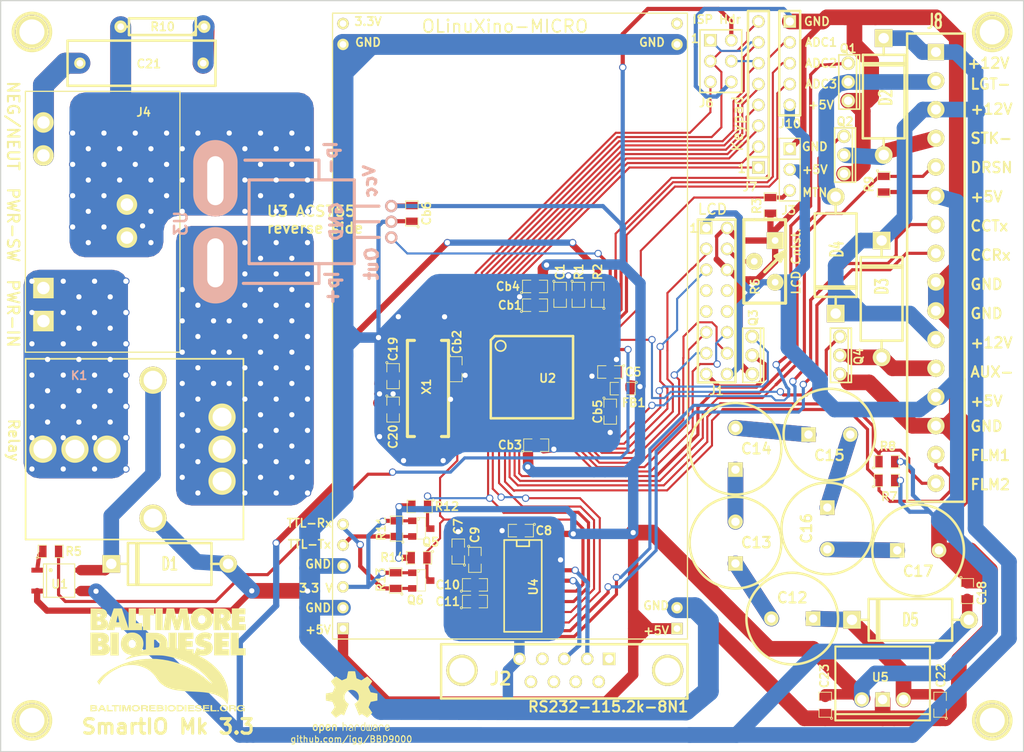
<source format=kicad_pcb>
(kicad_pcb (version 3) (host pcbnew "(2013-mar-13)-testing")
  (layers (15 F.Cu signal) (0 B.Cu signal) (18 B.Paste user) (19 F.Paste user) (20 B.SilkS user) (21 F.SilkS user) (22 B.Mask user) (23 F.Mask user) (28 Edge.Cuts user))
  (net 0 "")
  (net 1 +12V)
  (net 2 +5V)
  (net 3 AD1)
  (net 4 AD2)
  (net 5 AD3)
  (net 6 AUX-)
  (net 7 CCRx)
  (net 8 CCTx)
  (net 9 DRSN)
  (net 10 FLM1)
  (net 11 FLM2)
  (net 12 GND)
  (net 13 LCDBL-)
  (net 14 LGT-)
  (net 15 N-000001)
  (net 16 N-0000010)
  (net 17 N-0000015)
  (net 18 N-0000016)
  (net 19 N-0000017)
  (net 20 N-0000018)
  (net 21 N-0000019)
  (net 22 N-000002)
  (net 23 N-0000020)
  (net 24 N-0000021)
  (net 25 N-0000023)
  (net 26 N-0000024)
  (net 27 N-0000025)
  (net 28 N-0000026)
  (net 29 N-0000027)
  (net 30 N-0000028)
  (net 31 N-0000029)
  (net 32 N-000003)
  (net 33 N-0000030)
  (net 34 N-0000033)
  (net 35 N-0000035)
  (net 36 N-0000037)
  (net 37 N-0000038)
  (net 38 N-0000039)
  (net 39 N-0000045)
  (net 40 N-0000047)
  (net 41 N-0000048)
  (net 42 N-0000070)
  (net 43 N-0000071)
  (net 44 N-0000072)
  (net 45 N-0000073)
  (net 46 N-0000076)
  (net 47 N-0000078)
  (net 48 N-0000079)
  (net 49 N-0000080)
  (net 50 N-0000081)
  (net 51 N-000009)
  (net 52 PA1)
  (net 53 PA5)
  (net 54 PA6)
  (net 55 PA7)
  (net 56 PB0)
  (net 57 PB1)
  (net 58 PB2)
  (net 59 PB3)
  (net 60 PB4)
  (net 61 PB5)
  (net 62 PB6)
  (net 63 PB7)
  (net 64 PC0)
  (net 65 PC1)
  (net 66 PC2)
  (net 67 PC3)
  (net 68 PC4)
  (net 69 PC5)
  (net 70 PC6)
  (net 71 PC7)
  (net 72 PD7)
  (net 73 Rx0)
  (net 74 Rx1)
  (net 75 STK-)
  (net 76 TTL-Rx)
  (net 77 TTL-Tx)
  (net 78 Tx0)
  (net 79 Tx1)
  (net 80 V-TTL)
  (net 81 ~RESET)
  (module OLinuXino-MICRO-min (layer F.Cu) (at 74.676 52.324 90)
    (fp_text reference J11 hide)
    (fp_text value "TTL UART" hide)
    (fp_text user 3.3V (at 37.084 -17.272 180) (layer F.SilkS) (effects (font (size 1.016 1.016) (thickness 0.2032))))
    (fp_text user GND (at 34.544 -17.272 180) (layer F.SilkS) (effects (font (size 1.016 1.016) (thickness 0.2032))))
    (fp_text user GND (at 34.544 17.272 180) (layer F.SilkS) (effects (font (size 1.016 1.016) (thickness 0.2032))))
    (fp_text user GND (at -34.036 17.78 180) (layer F.SilkS) (effects (font (size 1.016 1.016) (thickness 0.2032))))
    (fp_text user +5V (at -37.084 17.78 180) (layer F.SilkS) (effects (font (size 1.016 1.016) (thickness 0.2032))))
    (fp_text user TTL-Rx (at -23.9903 -24.4094 180) (layer F.SilkS) (effects (font (size 1.016 1.016) (thickness 0.2032))))
    (fp_text user TTL-Tx (at -26.5684 -24.4094 180) (layer F.SilkS) (effects (font (size 1.016 1.016) (thickness 0.2032))))
    (fp_text user GND (at -28.9687 -23.3426 180) (layer F.SilkS) (effects (font (size 1.016 1.016) (thickness 0.2032))))
    (fp_text user "3.3 V" (at -31.9024 -23.6093 180) (layer F.SilkS) (effects (font (size 1.016 1.016) (thickness 0.2032))))
    (fp_text user GND (at -34.3027 -23.3426 180) (layer F.SilkS) (effects (font (size 1.016 1.016) (thickness 0.2032))))
    (fp_text user +5V (at -36.9697 -23.3426 180) (layer F.SilkS) (effects (font (size 1.016 1.016) (thickness 0.2032))))
    (fp_text user OLinuXino-MICRO (at 36.4998 -0.6096 360) (layer F.SilkS) (effects (font (thickness 0.2032))))
    (pad GND thru_hole circle (at -34.29 20.32 90) (size 1.397 1.397) (drill 0.8128) (layers *.Cu *.Mask F.SilkS) (net 12 GND))
    (pad +5V thru_hole rect (at -36.83 20.32 90) (size 1.397 1.397) (drill 0.8128) (layers *.Cu *.Mask F.SilkS) (net 2 +5V))
    (pad +5V thru_hole rect (at -36.83 -20.32 90) (size 1.397 1.397) (drill 0.8128) (layers *.Cu *.Mask F.SilkS) (net 2 +5V))
    (pad GND thru_hole circle (at -34.29 -20.32 90) (size 1.397 1.397) (drill 0.8128) (layers *.Cu *.Mask F.SilkS) (net 12 GND))
    (pad Vttl thru_hole circle (at -31.75 -20.32 90) (size 1.397 1.397) (drill 0.8128) (layers *.Cu *.Mask F.SilkS) (net 80 V-TTL))
    (pad GND thru_hole circle (at -29.21 -20.32 90) (size 1.397 1.397) (drill 0.8128) (layers *.Cu *.Mask F.SilkS) (net 12 GND))
    (pad VtTx thru_hole circle (at -26.67 -20.32 90) (size 1.397 1.397) (drill 0.8128) (layers *.Cu *.Mask F.SilkS) (net 77 TTL-Tx))
    (pad VtRx thru_hole circle (at -24.13 -20.32 90) (size 1.397 1.397) (drill 0.8128) (layers *.Cu *.Mask F.SilkS) (net 76 TTL-Rx))
    (pad GND thru_hole circle (at 34.29 -20.32 90) (size 1.397 1.397) (drill 0.8128) (layers *.Cu *.Mask F.SilkS) (net 12 GND))
    (pad Vttl thru_hole circle (at 36.83 -20.32 90) (size 1.397 1.397) (drill 0.8128) (layers *.Cu *.Mask F.SilkS))
    (pad GND thru_hole circle (at 34.29 20.32 90) (size 1.397 1.397) (drill 0.8128) (layers *.Cu *.Mask F.SilkS) (net 12 GND))
    (pad 1-30 thru_hole circle (at 36.83 20.32 90) (size 1.397 1.397) (drill 0.8128) (layers *.Cu *.Mask F.SilkS))
  )
  (module pin_array_3x2 (layer F.Cu) (at 100.33 20.066 270)
    (fp_text reference J6 (at 5.08 1.778 360) (layer F.SilkS) (effects (font (size 1.016 1.016) (thickness 0.2032))))
    (fp_text value "ISP Hdr" (at -5.08 0.508 360) (layer F.SilkS) (effects (font (size 1.016 1.016) (thickness 0.2032))))
    (fp_text user 1 (at -2.7432 3.1496 360) (layer F.SilkS) (effects (font (size 1.016 1.016) (thickness 0.2032))))
    (pad 1 thru_hole rect (at -2.54 1.27 270) (size 1.524 1.524) (drill 1.016) (layers *.Cu *.Mask F.SilkS) (net 62 PB6))
    (pad 2 thru_hole circle (at -2.54 -1.27 270) (size 1.524 1.524) (drill 1.016) (layers *.Cu *.Mask F.SilkS) (net 2 +5V))
    (pad 3 thru_hole circle (at 0 1.27 270) (size 1.524 1.524) (drill 1.016) (layers *.Cu *.Mask F.SilkS) (net 63 PB7))
    (pad 4 thru_hole circle (at 0 -1.27 270) (size 1.524 1.524) (drill 1.016) (layers *.Cu *.Mask F.SilkS) (net 61 PB5))
    (pad 5 thru_hole circle (at 2.54 1.27 270) (size 1.524 1.524) (drill 1.016) (layers *.Cu *.Mask F.SilkS) (net 81 ~RESET))
    (pad 6 thru_hole circle (at 2.54 -1.27 270) (size 1.524 1.524) (drill 1.016) (layers *.Cu *.Mask F.SilkS) (net 12 GND))
  )
  (module relay-CB1AH (layer F.Cu) (at 31.242 67.31)
    (fp_text reference K1 (at -8.9916 -8.9662 180) (layer B.SilkS) (effects (font (size 1.016 1.016) (thickness 0.2032))))
    (fp_text value CB1aH-P-12V hide)
    (pad 3 thru_hole circle (at -9.5 0 180) (size 3.3147 3.3147) (drill 2.2987) (layers *.Cu F.Paste F.SilkS F.Mask) (net 51 N-000009))
    (pad 1 thru_hole circle (at 0 -8.4 180) (size 3.3147 3.3147) (drill 2.2987) (layers *.Cu F.Paste F.SilkS F.Mask) (net 31 N-0000029))
    (pad 2 thru_hole circle (at 0 8.4 180) (size 3.3147 3.3147) (drill 2.2987) (layers *.Cu F.Paste F.SilkS F.Mask) (net 12 GND))
    (pad 4 thru_hole circle (at 8.4 0 180) (size 3.3147 3.3147) (drill 2.2987) (layers *.Cu F.Paste F.SilkS F.Mask) (net 30 N-0000028))
    (pad 4 thru_hole circle (at 8.4 -3.9 180) (size 3.3147 3.3147) (drill 2.2987) (layers *.Cu F.Paste F.SilkS F.Mask) (net 30 N-0000028))
    (pad 4 thru_hole circle (at 8.4 3.9 180) (size 3.3147 3.3147) (drill 2.2987) (layers *.Cu F.Paste F.SilkS F.Mask) (net 30 N-0000028))
    (pad 3 thru_hole circle (at -13.4 0 180) (size 3.3147 3.3147) (drill 2.2987) (layers *.Cu F.Paste F.SilkS F.Mask) (net 51 N-000009))
    (pad 3 thru_hole circle (at -5.6 0 180) (size 3.3147 3.3147) (drill 2.2987) (layers *.Cu F.Paste F.SilkS F.Mask) (net 51 N-000009))
  )
  (module SM0805 (layer F.Cu) (at 85.344 48.514 90)
    (fp_text reference R2 (at 2.794 0 90) (layer F.SilkS) (effects (font (size 1.016 1.016) (thickness 0.2032))))
    (fp_text value 10.2k hide)
    (pad 1 smd rect (at -0.9525 0 90) (size 0.889 1.397) (layers F.Cu F.Paste F.Mask) (net 39 N-0000045))
    (pad 2 smd rect (at 0.9525 0 90) (size 0.889 1.397) (layers F.Cu F.Paste F.Mask) (net 1 +12V))
  )
  (module SM0805 (layer F.Cu) (at 82.9945 48.514 270)
    (fp_text reference R1 (at -2.794 -0.0635 270) (layer F.SilkS) (effects (font (size 1.016 1.016) (thickness 0.2032))))
    (fp_text value 3.4k hide)
    (pad 1 smd rect (at -0.9525 0 270) (size 0.889 1.397) (layers F.Cu F.Paste F.Mask) (net 12 GND))
    (pad 2 smd rect (at 0.9525 0 270) (size 0.889 1.397) (layers F.Cu F.Paste F.Mask) (net 39 N-0000045))
  )
  (module SM0805 (layer F.Cu) (at 68.0847 57.5691 270)
    (fp_text reference Cb2 (at -3.302 -0.127 450) (layer F.SilkS) (effects (font (size 1.016 1.016) (thickness 0.2032))))
    (fp_text value 0.1uF hide)
    (pad 1 smd rect (at -0.9525 0 270) (size 0.889 1.397) (layers F.Cu F.Paste F.Mask) (net 2 +5V))
    (pad 2 smd rect (at 0.9525 0 270) (size 0.889 1.397) (layers F.Cu F.Paste F.Mask) (net 12 GND))
  )
  (module SM0805 (layer F.Cu) (at 80.772 48.514 270)
    (fp_text reference C1 (at -2.794 0 270) (layer F.SilkS) (effects (font (size 1.016 1.016) (thickness 0.2032))))
    (fp_text value 0.1uF hide)
    (pad 1 smd rect (at -0.9525 0 270) (size 0.889 1.397) (layers F.Cu F.Paste F.Mask) (net 12 GND))
    (pad 2 smd rect (at 0.9525 0 270) (size 0.889 1.397) (layers F.Cu F.Paste F.Mask) (net 39 N-0000045))
  )
  (module SM0805 (layer F.Cu) (at 77.724 47.498)
    (fp_text reference Cb4 (at -3.302 0) (layer F.SilkS) (effects (font (size 1.016 1.016) (thickness 0.2032))))
    (fp_text value 10uF hide)
    (pad 1 smd rect (at -0.9525 0) (size 0.889 1.397) (layers F.Cu F.Paste F.Mask) (net 12 GND))
    (pad 2 smd rect (at 0.9525 0) (size 0.889 1.397) (layers F.Cu F.Paste F.Mask) (net 2 +5V))
  )
  (module SM0805 (layer F.Cu) (at 77.724 49.784)
    (fp_text reference Cb1 (at -3.048 0) (layer F.SilkS) (effects (font (size 1.016 1.016) (thickness 0.2032))))
    (fp_text value 0.1uF hide)
    (pad 1 smd rect (at -0.9525 0) (size 0.889 1.397) (layers F.Cu F.Paste F.Mask) (net 12 GND))
    (pad 2 smd rect (at 0.9525 0) (size 0.889 1.397) (layers F.Cu F.Paste F.Mask) (net 2 +5V))
  )
  (module PIN_ARRAY_3X1 (layer F.Cu) (at 108.712 33.274 270)
    (fp_text reference J3 (at 4.953 0.127 360) (layer F.SilkS) (effects (font (size 1.016 1.016) (thickness 0.2032))))
    (fp_text value MTN (at 2.794 -3.048 360) (layer F.SilkS) (effects (font (size 1.016 1.016) (thickness 0.2032))))
    (fp_text user GND (at -2.794 -3.048 360) (layer F.SilkS) (effects (font (size 1.016 1.016) (thickness 0.2032))))
    (fp_text user +5V (at 0 -3.048 360) (layer F.SilkS) (effects (font (size 1.016 1.016) (thickness 0.2032))))
    (pad 1 thru_hole rect (at -2.54 0 270) (size 1.524 1.524) (drill 1.016) (layers *.Cu *.Mask F.SilkS) (net 12 GND))
    (pad 2 thru_hole circle (at 0 0 270) (size 1.524 1.524) (drill 1.016) (layers *.Cu *.Mask F.SilkS) (net 2 +5V))
    (pad 3 thru_hole circle (at 2.54 0 270) (size 1.524 1.524) (drill 1.016) (layers *.Cu *.Mask F.SilkS) (net 53 PA5))
  )
  (module PIN_ARRAY-8X1 (layer F.Cu) (at 104.902 26.67 90)
    (fp_text reference J7 (at -8.7122 -1.016 180) (layer F.SilkS) (effects (font (size 1.016 1.016) (thickness 0.2032))))
    (fp_text value Keypad (at -1.016 -2.54 90) (layer F.SilkS) (effects (font (size 1.27 1.27) (thickness 0.2032))))
    (fp_text user 1 (at -6.477 -2.032 180) (layer F.SilkS) (effects (font (size 1.016 1.016) (thickness 0.2032))))
    (pad 1 thru_hole rect (at -6.35 0 90) (size 1.524 1.524) (drill 1.016) (layers *.Cu *.Mask F.SilkS) (net 56 PB0))
    (pad 2 thru_hole circle (at -3.81 0 90) (size 1.524 1.524) (drill 1.016) (layers *.Cu *.Mask F.SilkS) (net 57 PB1))
    (pad 3 thru_hole circle (at -1.27 0 90) (size 1.524 1.524) (drill 1.016) (layers *.Cu *.Mask F.SilkS) (net 58 PB2))
    (pad 4 thru_hole circle (at 1.27 0 90) (size 1.524 1.524) (drill 1.016) (layers *.Cu *.Mask F.SilkS) (net 59 PB3))
    (pad 5 thru_hole circle (at 3.81 0 90) (size 1.524 1.524) (drill 1.016) (layers *.Cu *.Mask F.SilkS) (net 60 PB4))
    (pad 6 thru_hole circle (at 6.35 0 90) (size 1.524 1.524) (drill 1.016) (layers *.Cu *.Mask F.SilkS) (net 61 PB5))
    (pad 7 thru_hole circle (at 8.89 0 90) (size 1.524 1.524) (drill 1.016) (layers *.Cu *.Mask F.SilkS) (net 62 PB6))
    (pad 8 thru_hole circle (at 11.43 0 90) (size 1.524 1.524) (drill 1.016) (layers *.Cu *.Mask F.SilkS) (net 63 PB7))
  )
  (module POTX (layer F.Cu) (at 106.934 44.45)
    (fp_text reference R6 (at -2.4384 3.048 270) (layer F.SilkS) (effects (font (size 1.016 1.016) (thickness 0.2032))))
    (fp_text value "LCD Cntst." (at 2.54 0 90) (layer F.SilkS) (effects (font (size 1.016 1.016) (thickness 0.2032))))
    (pad 2 thru_hole circle (at -2.54 0) (size 2.03962 2.03962) (drill 0.8128) (layers *.Cu *.Mask F.SilkS) (net 33 N-0000030))
    (pad 1 thru_hole rect (at 0 -2.54) (size 2.03962 2.03962) (drill 0.8128) (layers *.Cu *.Mask F.SilkS) (net 12 GND))
    (pad 3 thru_hole circle (at 0 2.54) (size 2.03962 2.03962) (drill 0.8128) (layers *.Cu *.Mask F.SilkS) (net 2 +5V))
  )
  (module SM0805 (layer F.Cu) (at 120.523 68.834)
    (fp_text reference R8 (at 0.127 -1.8796) (layer F.SilkS) (effects (font (size 1.016 1.016) (thickness 0.2032))))
    (fp_text value 5k hide)
    (pad 1 smd rect (at -0.9525 0) (size 0.889 1.397) (layers F.Cu F.Paste F.Mask) (net 11 FLM2))
    (pad 2 smd rect (at 0.9525 0) (size 0.889 1.397) (layers F.Cu F.Paste F.Mask) (net 2 +5V))
  )
  (module SM0805 (layer F.Cu) (at 120.142 35.052 270)
    (fp_text reference R9 (at 0 1.778 270) (layer F.SilkS) (effects (font (size 1.016 1.016) (thickness 0.2032))))
    (fp_text value 5k hide)
    (pad 1 smd rect (at -0.9525 0 270) (size 0.889 1.397) (layers F.Cu F.Paste F.Mask) (net 9 DRSN))
    (pad 2 smd rect (at 0.9525 0 270) (size 0.889 1.397) (layers F.Cu F.Paste F.Mask) (net 2 +5V))
  )
  (module IPAKGDS (layer F.Cu) (at 114.808 55.88 90)
    (fp_text reference Q4 (at -0.127 2.286 90) (layer F.SilkS) (effects (font (size 1.016 1.016) (thickness 0.2032))))
    (fp_text value RFD14N05 hide)
    (pad D thru_hole circle (at 0 0 90) (size 1.651 1.651) (drill 1.016) (layers *.Cu *.Mask F.SilkS) (net 6 AUX-))
    (pad S thru_hole circle (at -2.286 0 90) (size 1.651 1.651) (drill 1.016) (layers *.Cu *.Mask F.SilkS) (net 12 GND))
    (pad G thru_hole circle (at 2.286 0 90) (size 1.651 1.651) (drill 1.016) (layers *.Cu *.Mask F.SilkS) (net 54 PA6))
  )
  (module IPAKGDS (layer F.Cu) (at 115.316 31.496 90)
    (fp_text reference Q2 (at 4.064 0.127 180) (layer F.SilkS) (effects (font (size 1.016 1.016) (thickness 0.2032))))
    (fp_text value RFD14N05 hide)
    (pad D thru_hole circle (at 0 0 90) (size 1.651 1.651) (drill 1.016) (layers *.Cu *.Mask F.SilkS) (net 75 STK-))
    (pad S thru_hole circle (at -2.286 0 90) (size 1.651 1.651) (drill 1.016) (layers *.Cu *.Mask F.SilkS) (net 12 GND))
    (pad G thru_hole circle (at 2.286 0 90) (size 1.651 1.651) (drill 1.016) (layers *.Cu *.Mask F.SilkS) (net 72 PD7))
  )
  (module IPAKGDS (layer F.Cu) (at 115.824 22.606 90)
    (fp_text reference Q1 (at 4.064 0 180) (layer F.SilkS) (effects (font (size 1.016 1.016) (thickness 0.2032))))
    (fp_text value RFD14N05 hide)
    (pad D thru_hole circle (at 0 0 90) (size 1.651 1.651) (drill 1.016) (layers *.Cu *.Mask F.SilkS) (net 14 LGT-))
    (pad S thru_hole circle (at -2.286 0 90) (size 1.651 1.651) (drill 1.016) (layers *.Cu *.Mask F.SilkS) (net 12 GND))
    (pad G thru_hole circle (at 2.286 0 90) (size 1.651 1.651) (drill 1.016) (layers *.Cu *.Mask F.SilkS) (net 71 PC7))
  )
  (module IPAKGDS (layer F.Cu) (at 104.14 55.88 90)
    (fp_text reference Q3 (at 4.572 0.127 270) (layer F.SilkS) (effects (font (size 1.016 1.016) (thickness 0.2032))))
    (fp_text value RFD14N05 hide)
    (pad D thru_hole circle (at 0 0 90) (size 1.651 1.651) (drill 1.016) (layers *.Cu *.Mask F.SilkS) (net 13 LCDBL-))
    (pad S thru_hole circle (at -2.286 0 90) (size 1.651 1.651) (drill 1.016) (layers *.Cu *.Mask F.SilkS) (net 12 GND))
    (pad G thru_hole circle (at 2.286 0 90) (size 1.651 1.651) (drill 1.016) (layers *.Cu *.Mask F.SilkS) (net 70 PC6))
  )
  (module pin_array_8x2 (layer F.Cu) (at 99.822 49.276 270)
    (fp_text reference J1 (at 10.922 0 360) (layer F.SilkS) (effects (font (size 1.016 1.016) (thickness 0.2032))))
    (fp_text value LCD (at -11.176 0.508 360) (layer F.SilkS) (effects (font (size 1.27 1.27) (thickness 0.2032))))
    (fp_text user 1 (at -8.8646 2.8194 360) (layer F.SilkS) (effects (font (size 1.016 1.016) (thickness 0.2032))))
    (pad 1 thru_hole rect (at -8.89 1.27 270) (size 1.524 1.524) (drill 1.016) (layers *.Cu *.Mask F.SilkS) (net 2 +5V))
    (pad 2 thru_hole circle (at -8.89 -1.27 270) (size 1.524 1.524) (drill 1.016) (layers *.Cu *.Mask F.SilkS) (net 12 GND))
    (pad 3 thru_hole circle (at -6.35 1.27 270) (size 1.524 1.524) (drill 1.016) (layers *.Cu *.Mask F.SilkS) (net 68 PC4))
    (pad 4 thru_hole circle (at -6.35 -1.27 270) (size 1.524 1.524) (drill 1.016) (layers *.Cu *.Mask F.SilkS) (net 33 N-0000030))
    (pad 5 thru_hole circle (at -3.81 1.27 270) (size 1.524 1.524) (drill 1.016) (layers *.Cu *.Mask F.SilkS) (net 69 PC5))
    (pad 6 thru_hole circle (at -3.81 -1.27 270) (size 1.524 1.524) (drill 1.016) (layers *.Cu *.Mask F.SilkS) (net 12 GND))
    (pad 7 thru_hole circle (at -1.27 1.27 270) (size 1.524 1.524) (drill 1.016) (layers *.Cu *.Mask F.SilkS) (net 35 N-0000035))
    (pad 8 thru_hole circle (at -1.27 -1.27 270) (size 1.524 1.524) (drill 1.016) (layers *.Cu *.Mask F.SilkS) (net 36 N-0000037))
    (pad 9 thru_hole circle (at 1.27 1.27 270) (size 1.524 1.524) (drill 1.016) (layers *.Cu *.Mask F.SilkS) (net 37 N-0000038))
    (pad 10 thru_hole circle (at 1.27 -1.27 270) (size 1.524 1.524) (drill 1.016) (layers *.Cu *.Mask F.SilkS) (net 38 N-0000039))
    (pad 11 thru_hole circle (at 3.81 1.27 270) (size 1.524 1.524) (drill 1.016) (layers *.Cu *.Mask F.SilkS) (net 65 PC1))
    (pad 12 thru_hole circle (at 3.81 -1.27 270) (size 1.524 1.524) (drill 1.016) (layers *.Cu *.Mask F.SilkS) (net 64 PC0))
    (pad 13 thru_hole circle (at 6.35 1.27 270) (size 1.524 1.524) (drill 1.016) (layers *.Cu *.Mask F.SilkS) (net 67 PC3))
    (pad 14 thru_hole circle (at 6.35 -1.27 270) (size 1.524 1.524) (drill 1.016) (layers *.Cu *.Mask F.SilkS) (net 66 PC2))
    (pad 15 thru_hole circle (at 8.89 1.27 270) (size 1.524 1.524) (drill 1.016) (layers *.Cu *.Mask F.SilkS) (net 13 LCDBL-))
    (pad 16 thru_hole circle (at 8.89 -1.27 270) (size 1.524 1.524) (drill 1.016) (layers *.Cu *.Mask F.SilkS) (net 2 +5V))
  )
  (module PIN_ARRAY_5x1 (layer F.Cu) (at 108.712 20.32 270)
    (fp_text reference J10 (at 7.366 0 360) (layer F.SilkS) (effects (font (size 1.016 1.016) (thickness 0.2032))))
    (fp_text value ADC hide)
    (fp_text user +5V (at 5.08 -3.81 360) (layer F.SilkS) (effects (font (size 1.016 1.016) (thickness 0.2032))))
    (fp_text user ADC3 (at 2.54 -3.81 360) (layer F.SilkS) (effects (font (size 1.016 1.016) (thickness 0.2032))))
    (fp_text user ADC2 (at 0 -3.81 360) (layer F.SilkS) (effects (font (size 1.016 1.016) (thickness 0.2032))))
    (fp_text user ADC1 (at -2.54 -3.81 360) (layer F.SilkS) (effects (font (size 1.016 1.016) (thickness 0.2032))))
    (fp_text user GND (at -5.08 -3.302 360) (layer F.SilkS) (effects (font (size 1.016 1.016) (thickness 0.2032))))
    (pad 1 thru_hole rect (at -5.08 0 270) (size 1.524 1.524) (drill 1.016) (layers *.Cu *.Mask F.SilkS) (net 12 GND))
    (pad 2 thru_hole circle (at -2.54 0 270) (size 1.524 1.524) (drill 1.016) (layers *.Cu *.Mask F.SilkS) (net 3 AD1))
    (pad 3 thru_hole circle (at 0 0 270) (size 1.524 1.524) (drill 1.016) (layers *.Cu *.Mask F.SilkS) (net 4 AD2))
    (pad 4 thru_hole circle (at 2.54 0 270) (size 1.524 1.524) (drill 1.016) (layers *.Cu *.Mask F.SilkS) (net 5 AD3))
    (pad 5 thru_hole circle (at 5.08 0 270) (size 1.524 1.524) (drill 1.016) (layers *.Cu *.Mask F.SilkS) (net 2 +5V))
  )
  (module Allegro_HallSensor_Package-CB-PFF_05Jun2012 (layer B.Cu) (at 49.53 39.624 270)
    (fp_text reference U3 (at 0.20066 14.89964 270) (layer B.SilkS) (effects (font (thickness 0.3048)) (justify mirror)))
    (fp_text value ACS755 hide)
    (pad 2 thru_hole circle (at 0 -10.70102 270) (size 1.50114 1.50114) (drill 0.89916) (layers *.Cu *.Mask B.SilkS) (net 12 GND))
    (pad 3 thru_hole circle (at 1.91008 -10.70102 270) (size 1.50114 1.50114) (drill 0.89916) (layers *.Cu *.Mask B.SilkS) (net 52 PA1))
    (pad 1 thru_hole circle (at -1.91008 -10.70102 270) (size 1.50114 1.50114) (drill 0.89916) (layers *.Cu *.Mask B.SilkS) (net 2 +5V))
    (pad 4 thru_hole oval (at 5 10.69898 270) (size 9.3 5.4) (drill oval 5.969 1.9812 (offset 0.3 0)) (layers *.Cu *.Mask B.SilkS) (net 30 N-0000028))
    (pad 5 thru_hole oval (at -5 10.69898 270) (size 9.3 5.4) (drill oval 5.969 1.9812 (offset -0.3 0)) (layers *.Cu *.Mask B.SilkS) (net 22 N-000002))
  )
  (module TQFP44 (layer F.Cu) (at 77.343 58.547)
    (fp_text reference U2 (at 1.905 0.127) (layer F.SilkS) (effects (font (size 1.016 1.016) (thickness 0.2032))))
    (fp_text value ATMEGA164PA-A hide)
    (pad 39 smd rect (at 0 -5.715) (size 0.4064 1.524) (layers F.Cu F.Paste F.Mask) (net 12 GND))
    (pad 40 smd rect (at -0.8001 -5.715) (size 0.4064 1.524) (layers F.Cu F.Paste F.Mask) (net 56 PB0))
    (pad 41 smd rect (at -1.6002 -5.715) (size 0.4064 1.524) (layers F.Cu F.Paste F.Mask) (net 57 PB1))
    (pad 42 smd rect (at -2.4003 -5.715) (size 0.4064 1.524) (layers F.Cu F.Paste F.Mask) (net 58 PB2))
    (pad 43 smd rect (at -3.2004 -5.715) (size 0.4064 1.524) (layers F.Cu F.Paste F.Mask) (net 59 PB3))
    (pad 44 smd rect (at -4.0005 -5.715) (size 0.4064 1.524) (layers F.Cu F.Paste F.Mask) (net 60 PB4))
    (pad 38 smd rect (at 0.8001 -5.715) (size 0.4064 1.524) (layers F.Cu F.Paste F.Mask) (net 2 +5V))
    (pad 37 smd rect (at 1.6002 -5.715) (size 0.4064 1.524) (layers F.Cu F.Paste F.Mask) (net 39 N-0000045))
    (pad 36 smd rect (at 2.4003 -5.715) (size 0.4064 1.524) (layers F.Cu F.Paste F.Mask) (net 52 PA1))
    (pad 35 smd rect (at 3.2004 -5.715) (size 0.4064 1.524) (layers F.Cu F.Paste F.Mask) (net 3 AD1))
    (pad 34 smd rect (at 4.0005 -5.715) (size 0.4064 1.524) (layers F.Cu F.Paste F.Mask) (net 4 AD2))
    (pad 17 smd rect (at 0 5.715) (size 0.4064 1.524) (layers F.Cu F.Paste F.Mask) (net 2 +5V))
    (pad 16 smd rect (at -0.8001 5.715) (size 0.4064 1.524) (layers F.Cu F.Paste F.Mask) (net 72 PD7))
    (pad 15 smd rect (at -1.6002 5.715) (size 0.4064 1.524) (layers F.Cu F.Paste F.Mask) (net 9 DRSN))
    (pad 14 smd rect (at -2.4003 5.715) (size 0.4064 1.524) (layers F.Cu F.Paste F.Mask) (net 11 FLM2))
    (pad 13 smd rect (at -3.2004 5.715) (size 0.4064 1.524) (layers F.Cu F.Paste F.Mask) (net 10 FLM1))
    (pad 12 smd rect (at -4.0005 5.715) (size 0.4064 1.524) (layers F.Cu F.Paste F.Mask) (net 79 Tx1))
    (pad 18 smd rect (at 0.8001 5.715) (size 0.4064 1.524) (layers F.Cu F.Paste F.Mask) (net 12 GND))
    (pad 19 smd rect (at 1.6002 5.715) (size 0.4064 1.524) (layers F.Cu F.Paste F.Mask) (net 64 PC0))
    (pad 20 smd rect (at 2.4003 5.715) (size 0.4064 1.524) (layers F.Cu F.Paste F.Mask) (net 65 PC1))
    (pad 21 smd rect (at 3.2004 5.715) (size 0.4064 1.524) (layers F.Cu F.Paste F.Mask) (net 66 PC2))
    (pad 22 smd rect (at 4.0005 5.715) (size 0.4064 1.524) (layers F.Cu F.Paste F.Mask) (net 67 PC3))
    (pad 6 smd rect (at -5.715 0) (size 1.524 0.4064) (layers F.Cu F.Paste F.Mask) (net 12 GND))
    (pad 28 smd rect (at 5.715 0) (size 1.524 0.4064) (layers F.Cu F.Paste F.Mask) (net 12 GND))
    (pad 7 smd rect (at -5.715 0.8001) (size 1.524 0.4064) (layers F.Cu F.Paste F.Mask) (net 40 N-0000047))
    (pad 27 smd rect (at 5.715 0.8001) (size 1.524 0.4064) (layers F.Cu F.Paste F.Mask) (net 34 N-0000033))
    (pad 26 smd rect (at 5.715 1.6002) (size 1.524 0.4064) (layers F.Cu F.Paste F.Mask) (net 71 PC7))
    (pad 8 smd rect (at -5.715 1.6002) (size 1.524 0.4064) (layers F.Cu F.Paste F.Mask) (net 41 N-0000048))
    (pad 9 smd rect (at -5.715 2.4003) (size 1.524 0.4064) (layers F.Cu F.Paste F.Mask) (net 73 Rx0))
    (pad 25 smd rect (at 5.715 2.4003) (size 1.524 0.4064) (layers F.Cu F.Paste F.Mask) (net 70 PC6))
    (pad 24 smd rect (at 5.715 3.2004) (size 1.524 0.4064) (layers F.Cu F.Paste F.Mask) (net 69 PC5))
    (pad 10 smd rect (at -5.715 3.2004) (size 1.524 0.4064) (layers F.Cu F.Paste F.Mask) (net 78 Tx0))
    (pad 11 smd rect (at -5.715 4.0005) (size 1.524 0.4064) (layers F.Cu F.Paste F.Mask) (net 74 Rx1))
    (pad 23 smd rect (at 5.715 4.0005) (size 1.524 0.4064) (layers F.Cu F.Paste F.Mask) (net 68 PC4))
    (pad 29 smd rect (at 5.715 -0.8001) (size 1.524 0.4064) (layers F.Cu F.Paste F.Mask) (net 24 N-0000021))
    (pad 5 smd rect (at -5.715 -0.8001) (size 1.524 0.4064) (layers F.Cu F.Paste F.Mask) (net 2 +5V))
    (pad 4 smd rect (at -5.715 -1.6002) (size 1.524 0.4064) (layers F.Cu F.Paste F.Mask) (net 81 ~RESET))
    (pad 30 smd rect (at 5.715 -1.6002) (size 1.524 0.4064) (layers F.Cu F.Paste F.Mask) (net 55 PA7))
    (pad 31 smd rect (at 5.715 -2.4003) (size 1.524 0.4064) (layers F.Cu F.Paste F.Mask) (net 54 PA6))
    (pad 3 smd rect (at -5.715 -2.4003) (size 1.524 0.4064) (layers F.Cu F.Paste F.Mask) (net 63 PB7))
    (pad 2 smd rect (at -5.715 -3.2004) (size 1.524 0.4064) (layers F.Cu F.Paste F.Mask) (net 62 PB6))
    (pad 32 smd rect (at 5.715 -3.2004) (size 1.524 0.4064) (layers F.Cu F.Paste F.Mask) (net 53 PA5))
    (pad 33 smd rect (at 5.715 -4.0005) (size 1.524 0.4064) (layers F.Cu F.Paste F.Mask) (net 5 AD3))
    (pad 1 smd rect (at -5.715 -4.0005) (size 1.524 0.4064) (layers F.Cu F.Paste F.Mask) (net 61 PB5))
  )
  (module SOP4 (layer F.Cu) (at 19.812 83.312 270)
    (fp_text reference U1 (at 0.4318 -0.0762 360) (layer F.SilkS) (effects (font (size 1.016 1.016) (thickness 0.2032))))
    (fp_text value CPC1002N hide)
    (pad 1 smd rect (at -1.27 2.667 270) (size 0.59944 1.39954) (layers F.Cu F.Paste F.Mask) (net 25 N-0000023))
    (pad 2 smd rect (at 1.27 2.667 270) (size 0.59944 1.39954) (layers F.Cu F.Paste F.Mask) (net 12 GND))
    (pad 3 smd rect (at -1.27 -2.667 270) (size 0.59944 1.39954) (layers F.Cu F.Paste F.Mask) (net 31 N-0000029))
    (pad 4 smd rect (at 1.27 -2.667 270) (size 0.59944 1.39954) (layers F.Cu F.Paste F.Mask) (net 1 +12V))
  )
  (module SO16N (layer F.Cu) (at 76.2508 83.9597 270)
    (fp_text reference U4 (at 0.127 -1.27 270) (layer F.SilkS) (effects (font (size 1.016 1.016) (thickness 0.2032))))
    (fp_text value MAX232 hide)
    (pad 16 smd rect (at -4.445 -3.175 270) (size 0.508 1.143) (layers F.Cu F.Paste F.Mask) (net 2 +5V))
    (pad 14 smd rect (at -1.905 -3.175 270) (size 0.508 1.143) (layers F.Cu F.Paste F.Mask) (net 26 N-0000024))
    (pad 13 smd rect (at -0.635 -3.175 270) (size 0.508 1.143) (layers F.Cu F.Paste F.Mask) (net 27 N-0000025))
    (pad 12 smd rect (at 0.635 -3.175 270) (size 0.508 1.143) (layers F.Cu F.Paste F.Mask) (net 73 Rx0))
    (pad 11 smd rect (at 1.905 -3.175 270) (size 0.508 1.143) (layers F.Cu F.Paste F.Mask) (net 78 Tx0))
    (pad 10 smd rect (at 3.175 -3.175 270) (size 0.508 1.143) (layers F.Cu F.Paste F.Mask) (net 79 Tx1))
    (pad 9 smd rect (at 4.445 -3.175 270) (size 0.508 1.143) (layers F.Cu F.Paste F.Mask) (net 74 Rx1))
    (pad 8 smd rect (at 4.445 3.175 270) (size 0.508 1.143) (layers F.Cu F.Paste F.Mask) (net 8 CCTx))
    (pad 7 smd rect (at 3.175 3.175 270) (size 0.508 1.143) (layers F.Cu F.Paste F.Mask) (net 7 CCRx))
    (pad 6 smd rect (at 1.905 3.175 270) (size 0.508 1.143) (layers F.Cu F.Paste F.Mask) (net 28 N-0000026))
    (pad 5 smd rect (at 0.635 3.175 270) (size 0.508 1.143) (layers F.Cu F.Paste F.Mask) (net 45 N-0000073))
    (pad 4 smd rect (at -0.635 3.175 270) (size 0.508 1.143) (layers F.Cu F.Paste F.Mask) (net 44 N-0000072))
    (pad 3 smd rect (at -1.905 3.175 270) (size 0.508 1.143) (layers F.Cu F.Paste F.Mask) (net 43 N-0000071))
    (pad 2 smd rect (at -3.175 3.175 270) (size 0.508 1.143) (layers F.Cu F.Paste F.Mask) (net 42 N-0000070))
    (pad 1 smd rect (at -4.445 3.175 270) (size 0.508 1.143) (layers F.Cu F.Paste F.Mask) (net 46 N-0000076))
    (pad 15 smd rect (at -3.175 -3.175 270) (size 0.508 1.143) (layers F.Cu F.Paste F.Mask) (net 12 GND))
  )
  (module SM0805 (layer F.Cu) (at 88.392 59.944 180)
    (fp_text reference FB1 (at -1.3335 -1.7145 360) (layer F.SilkS) (effects (font (size 1.016 1.016) (thickness 0.2032))))
    (fp_text value 1kOhm@100MHz hide)
    (pad 1 smd rect (at -0.9525 0 180) (size 0.889 1.397) (layers F.Cu F.Paste F.Mask) (net 2 +5V))
    (pad 2 smd rect (at 0.9525 0 180) (size 0.889 1.397) (layers F.Cu F.Paste F.Mask) (net 34 N-0000033))
  )
  (module SM0805 (layer F.Cu) (at 18.796 79.756)
    (fp_text reference R5 (at 2.794 0) (layer F.SilkS) (effects (font (size 1.016 1.016) (thickness 0.2032))))
    (fp_text value 1k hide)
    (pad 1 smd rect (at -0.9525 0) (size 0.889 1.397) (layers F.Cu F.Paste F.Mask) (net 25 N-0000023))
    (pad 2 smd rect (at 0.9525 0) (size 0.889 1.397) (layers F.Cu F.Paste F.Mask) (net 55 PA7))
  )
  (module SM0805 (layer F.Cu) (at 68.3768 79.7687 90)
    (fp_text reference C7 (at 3.048 0 90) (layer F.SilkS) (effects (font (size 1.016 1.016) (thickness 0.2032))))
    (fp_text value 1uF hide)
    (pad 1 smd rect (at -0.9525 0 90) (size 0.889 1.397) (layers F.Cu F.Paste F.Mask) (net 42 N-0000070))
    (pad 2 smd rect (at 0.9525 0 90) (size 0.889 1.397) (layers F.Cu F.Paste F.Mask) (net 12 GND))
  )
  (module SM0805 (layer F.Cu) (at 75.9968 77.2287 180)
    (fp_text reference C8 (at -2.794 0 180) (layer F.SilkS) (effects (font (size 1.016 1.016) (thickness 0.2032))))
    (fp_text value 1uF hide)
    (pad 1 smd rect (at -0.9525 0 180) (size 0.889 1.397) (layers F.Cu F.Paste F.Mask) (net 2 +5V))
    (pad 2 smd rect (at 0.9525 0 180) (size 0.889 1.397) (layers F.Cu F.Paste F.Mask) (net 12 GND))
  )
  (module SM0805 (layer F.Cu) (at 70.4088 80.7847 270)
    (fp_text reference C9 (at -3.048 0 270) (layer F.SilkS) (effects (font (size 1.016 1.016) (thickness 0.2032))))
    (fp_text value 1uF hide)
    (pad 1 smd rect (at -0.9525 0 270) (size 0.889 1.397) (layers F.Cu F.Paste F.Mask) (net 46 N-0000076))
    (pad 2 smd rect (at 0.9525 0 270) (size 0.889 1.397) (layers F.Cu F.Paste F.Mask) (net 43 N-0000071))
  )
  (module SM0805 (layer F.Cu) (at 70.4088 83.8327)
    (fp_text reference C10 (at -3.302 0) (layer F.SilkS) (effects (font (size 1.016 1.016) (thickness 0.2032))))
    (fp_text value 1uF hide)
    (pad 1 smd rect (at -0.9525 0) (size 0.889 1.397) (layers F.Cu F.Paste F.Mask) (net 44 N-0000072))
    (pad 2 smd rect (at 0.9525 0) (size 0.889 1.397) (layers F.Cu F.Paste F.Mask) (net 45 N-0000073))
  )
  (module SM0805 (layer F.Cu) (at 70.4088 85.8647)
    (fp_text reference C11 (at -3.302 0) (layer F.SilkS) (effects (font (size 1.016 1.016) (thickness 0.2032))))
    (fp_text value 1uF hide)
    (pad 1 smd rect (at -0.9525 0) (size 0.889 1.397) (layers F.Cu F.Paste F.Mask) (net 12 GND))
    (pad 2 smd rect (at 0.9525 0) (size 0.889 1.397) (layers F.Cu F.Paste F.Mask) (net 28 N-0000026))
  )
  (module SM0805 (layer F.Cu) (at 120.523 71.12)
    (fp_text reference R7 (at 0.3048 1.9558) (layer F.SilkS) (effects (font (size 1.016 1.016) (thickness 0.2032))))
    (fp_text value 5k hide)
    (pad 1 smd rect (at -0.9525 0) (size 0.889 1.397) (layers F.Cu F.Paste F.Mask) (net 10 FLM1))
    (pad 2 smd rect (at 0.9525 0) (size 0.889 1.397) (layers F.Cu F.Paste F.Mask) (net 2 +5V))
  )
  (module SM0805 (layer F.Cu) (at 86.868 57.912 180)
    (fp_text reference C5 (at -2.794 0 180) (layer F.SilkS) (effects (font (size 1.016 1.016) (thickness 0.2032))))
    (fp_text value 0.1uF hide)
    (pad 1 smd rect (at -0.9525 0 180) (size 0.889 1.397) (layers F.Cu F.Paste F.Mask) (net 12 GND))
    (pad 2 smd rect (at 0.9525 0 180) (size 0.889 1.397) (layers F.Cu F.Paste F.Mask) (net 24 N-0000021))
  )
  (module SM0805 (layer F.Cu) (at 60.452 58.42 270)
    (fp_text reference C19 (at -3.302 0 270) (layer F.SilkS) (effects (font (size 1.016 1.016) (thickness 0.2032))))
    (fp_text value 33pF hide)
    (pad 1 smd rect (at -0.9525 0 270) (size 0.889 1.397) (layers F.Cu F.Paste F.Mask) (net 40 N-0000047))
    (pad 2 smd rect (at 0.9525 0 270) (size 0.889 1.397) (layers F.Cu F.Paste F.Mask) (net 12 GND))
  )
  (module SM0805 (layer F.Cu) (at 60.452 62.484 270)
    (fp_text reference C20 (at 3.302 0 270) (layer F.SilkS) (effects (font (size 1.016 1.016) (thickness 0.2032))))
    (fp_text value 33pF hide)
    (pad 1 smd rect (at -0.9525 0 270) (size 0.889 1.397) (layers F.Cu F.Paste F.Mask) (net 12 GND))
    (pad 2 smd rect (at 0.9525 0 270) (size 0.889 1.397) (layers F.Cu F.Paste F.Mask) (net 41 N-0000048))
  )
  (module SM0805 (layer F.Cu) (at 106.3625 37.6301 90)
    (fp_text reference R3 (at -0.0635 -1.6637 90) (layer F.SilkS) (effects (font (size 1.016 1.016) (thickness 0.2032))))
    (fp_text value 56.2k hide)
    (pad 1 smd rect (at -0.9525 0 90) (size 0.889 1.397) (layers F.Cu F.Paste F.Mask) (net 12 GND))
    (pad 2 smd rect (at 0.9525 0 90) (size 0.889 1.397) (layers F.Cu F.Paste F.Mask) (net 53 PA5))
  )
  (module OSTTE-16 (layer F.Cu) (at 126.492 45.212 270)
    (fp_text reference J8 (at -29.972 0.127 360) (layer F.SilkS) (effects (font (size 1.72974 1.08712) (thickness 0.27178))))
    (fp_text value "Scew terminals" hide)
    (pad 1 thru_hole rect (at -26.25 0 270) (size 2 2) (drill 1.2) (layers *.Cu *.Mask F.SilkS) (net 1 +12V))
    (pad 2 thru_hole circle (at -22.75 0 270) (size 2.1 2.1) (drill 1.2) (layers *.Cu *.Mask F.SilkS) (net 14 LGT-))
    (pad 3 thru_hole circle (at -19.25 0 270) (size 2.1 2.1) (drill 1.2) (layers *.Cu *.Mask F.SilkS) (net 1 +12V))
    (pad 4 thru_hole circle (at -15.75 0 270) (size 2.1 2.1) (drill 1.2) (layers *.Cu *.Mask F.SilkS) (net 75 STK-))
    (pad 5 thru_hole circle (at -12.25 0 270) (size 2.1 2.1) (drill 1.2) (layers *.Cu *.Mask F.SilkS) (net 9 DRSN))
    (pad 6 thru_hole circle (at -8.75 0 270) (size 2.1 2.1) (drill 1.2) (layers *.Cu *.Mask F.SilkS) (net 2 +5V))
    (pad 7 thru_hole circle (at -5.25 0 270) (size 2.1 2.1) (drill 1.2) (layers *.Cu *.Mask F.SilkS) (net 8 CCTx))
    (pad 8 thru_hole circle (at -1.75 0 270) (size 2.1 2.1) (drill 1.2) (layers *.Cu *.Mask F.SilkS) (net 7 CCRx))
    (pad 9 thru_hole circle (at 1.75 0 270) (size 2.1 2.1) (drill 1.2) (layers *.Cu *.Mask F.SilkS) (net 12 GND))
    (pad 10 thru_hole circle (at 5.25 0 270) (size 2.1 2.1) (drill 1.2) (layers *.Cu *.Mask F.SilkS) (net 12 GND))
    (pad 11 thru_hole circle (at 8.75 0 270) (size 2.1 2.1) (drill 1.2) (layers *.Cu *.Mask F.SilkS) (net 1 +12V))
    (pad 12 thru_hole circle (at 12.25 0 270) (size 2.1 2.1) (drill 1.2) (layers *.Cu *.Mask F.SilkS) (net 6 AUX-))
    (pad 13 thru_hole circle (at 15.75 0 270) (size 2.1 2.1) (drill 1.2) (layers *.Cu *.Mask F.SilkS) (net 2 +5V))
    (pad 14 thru_hole circle (at 19.25 0 270) (size 2.1 2.1) (drill 1.2) (layers *.Cu *.Mask F.SilkS) (net 12 GND))
    (pad 15 thru_hole circle (at 22.75 0 270) (size 2.1 2.1) (drill 1.2) (layers *.Cu *.Mask F.SilkS) (net 10 FLM1))
    (pad 16 thru_hole circle (at 26.25 0 270) (size 2.1 2.1) (drill 1.2) (layers *.Cu *.Mask F.SilkS) (net 11 FLM2))
  )
  (module DB9FD (layer F.Cu) (at 81.28 94.361)
    (fp_text reference J2 (at -7.747 0.889 180) (layer F.SilkS) (effects (font (thickness 0.3048))))
    (fp_text value DB9 hide)
    (pad 0 thru_hole circle (at -12.446 -0.127) (size 3.81 3.81) (drill 3.048) (layers *.Cu *.Mask F.SilkS))
    (pad 0 thru_hole circle (at 12.573 -0.127) (size 3.81 3.81) (drill 3.048) (layers *.Cu *.Mask F.SilkS))
    (pad 1 thru_hole rect (at 5.461 -1.524) (size 1.524 1.524) (drill 1.016) (layers *.Cu *.Mask F.SilkS) (net 17 N-0000015))
    (pad 2 thru_hole circle (at 2.794 -1.524) (size 1.524 1.524) (drill 1.016) (layers *.Cu *.Mask F.SilkS) (net 26 N-0000024))
    (pad 3 thru_hole circle (at 0 -1.524) (size 1.524 1.524) (drill 1.016) (layers *.Cu *.Mask F.SilkS) (net 27 N-0000025))
    (pad 4 thru_hole circle (at -2.667 -1.524) (size 1.524 1.524) (drill 1.016) (layers *.Cu *.Mask F.SilkS) (net 21 N-0000019))
    (pad 5 thru_hole circle (at -5.461 -1.524) (size 1.524 1.524) (drill 1.016) (layers *.Cu *.Mask F.SilkS) (net 12 GND))
    (pad 6 thru_hole circle (at 4.191 1.27) (size 1.524 1.524) (drill 1.016) (layers *.Cu *.Mask F.SilkS) (net 18 N-0000016))
    (pad 7 thru_hole circle (at 1.397 1.27) (size 1.524 1.524) (drill 1.016) (layers *.Cu *.Mask F.SilkS) (net 19 N-0000017))
    (pad 8 thru_hole circle (at -1.27 1.27) (size 1.524 1.524) (drill 1.016) (layers *.Cu *.Mask F.SilkS) (net 20 N-0000018))
    (pad 9 thru_hole circle (at -4.064 1.27) (size 1.524 1.524) (drill 1.016) (layers *.Cu *.Mask F.SilkS) (net 23 N-0000020))
  )
  (module Crystal_HC49-SD_SMD_RevA_09Aug2010 (layer F.Cu) (at 64.6938 59.9186 270)
    (fp_text reference X1 (at -0.2286 0.1778 270) (layer F.SilkS) (effects (font (size 1.016 1.016) (thickness 0.2032))))
    (fp_text value "18.432 MHz" hide)
    (pad 1 smd rect (at -4.84886 0 270) (size 5.6007 2.10058) (layers F.Cu F.Paste F.Mask) (net 40 N-0000047))
    (pad 2 smd rect (at 4.84886 0 270) (size 5.6007 2.10058) (layers F.Cu F.Paste F.Mask) (net 41 N-0000048))
  )
  (module C2V10 (layer F.Cu) (at 102.108 78.6892 90)
    (fp_text reference C13 (at 0 2.54 180) (layer F.SilkS) (effects (font (size 1.27 1.27) (thickness 0.254))))
    (fp_text value 10F hide)
    (pad 1 thru_hole rect (at -2.54 0 90) (size 1.778 1.778) (drill 1.016) (layers *.Cu *.Mask F.SilkS) (net 48 N-0000079))
    (pad 2 thru_hole circle (at 2.54 0 90) (size 1.778 1.778) (drill 1.016) (layers *.Cu *.Mask F.SilkS) (net 47 N-0000078))
  )
  (module C2V10 (layer F.Cu) (at 109.0168 87.9348 180)
    (fp_text reference C12 (at 0 2.54 180) (layer F.SilkS) (effects (font (size 1.27 1.27) (thickness 0.254))))
    (fp_text value 10F hide)
    (pad 1 thru_hole rect (at -2.54 0 180) (size 1.778 1.778) (drill 1.016) (layers *.Cu *.Mask F.SilkS) (net 32 N-000003))
    (pad 2 thru_hole circle (at 2.54 0 180) (size 1.778 1.778) (drill 1.016) (layers *.Cu *.Mask F.SilkS) (net 48 N-0000079))
  )
  (module C2V10 (layer F.Cu) (at 102.108 67.2592 90)
    (fp_text reference C14 (at 0 2.54 180) (layer F.SilkS) (effects (font (size 1.27 1.27) (thickness 0.254))))
    (fp_text value 10F hide)
    (pad 1 thru_hole rect (at -2.54 0 90) (size 1.778 1.778) (drill 1.016) (layers *.Cu *.Mask F.SilkS) (net 47 N-0000078))
    (pad 2 thru_hole circle (at 2.54 0 90) (size 1.778 1.778) (drill 1.016) (layers *.Cu *.Mask F.SilkS) (net 29 N-0000027))
  )
  (module C2V10 (layer F.Cu) (at 113.538 65.532)
    (fp_text reference C15 (at 0 2.54) (layer F.SilkS) (effects (font (size 1.27 1.27) (thickness 0.254))))
    (fp_text value 10F hide)
    (pad 1 thru_hole rect (at -2.54 0) (size 1.778 1.778) (drill 1.016) (layers *.Cu *.Mask F.SilkS) (net 29 N-0000027))
    (pad 2 thru_hole circle (at 2.54 0) (size 1.778 1.778) (drill 1.016) (layers *.Cu *.Mask F.SilkS) (net 49 N-0000080))
  )
  (module C2V10 (layer F.Cu) (at 124.333 79.629)
    (fp_text reference C17 (at 0 2.54) (layer F.SilkS) (effects (font (size 1.27 1.27) (thickness 0.254))))
    (fp_text value 10F hide)
    (pad 1 thru_hole rect (at -2.54 0) (size 1.778 1.778) (drill 1.016) (layers *.Cu *.Mask F.SilkS) (net 50 N-0000081))
    (pad 2 thru_hole circle (at 2.54 0) (size 1.778 1.778) (drill 1.016) (layers *.Cu *.Mask F.SilkS) (net 12 GND))
  )
  (module C2V10 (layer F.Cu) (at 113.284 76.962 270)
    (fp_text reference C16 (at 0 2.54 270) (layer F.SilkS) (effects (font (size 1.27 1.27) (thickness 0.254))))
    (fp_text value 10F hide)
    (pad 1 thru_hole rect (at -2.54 0 270) (size 1.778 1.778) (drill 1.016) (layers *.Cu *.Mask F.SilkS) (net 49 N-0000080))
    (pad 2 thru_hole circle (at 2.54 0 270) (size 1.778 1.778) (drill 1.016) (layers *.Cu *.Mask F.SilkS) (net 50 N-0000081))
  )
  (module SM0805 (layer F.Cu) (at 77.8637 66.8274)
    (fp_text reference Cb3 (at -3.1877 -0.0254) (layer F.SilkS) (effects (font (size 1.016 1.016) (thickness 0.2032))))
    (fp_text value 0.1uF hide)
    (pad 1 smd rect (at -0.9525 0) (size 0.889 1.397) (layers F.Cu F.Paste F.Mask) (net 2 +5V))
    (pad 2 smd rect (at 0.9525 0) (size 0.889 1.397) (layers F.Cu F.Paste F.Mask) (net 12 GND))
  )
  (module Diode-MUR (layer F.Cu) (at 123.3932 88.0872 180)
    (fp_text reference D5 (at 0 0 360) (layer F.SilkS) (effects (font (size 1.524 1.016) (thickness 0.3048))))
    (fp_text value MUR410 hide)
    (pad 1 thru_hole circle (at -7.112 0 180) (size 2.159 2.159) (drill 1.27) (layers *.Cu *.Mask F.SilkS) (net 1 +12V))
    (pad 2 thru_hole rect (at 7.112 0 180) (size 2.159 2.159) (drill 1.27) (layers *.Cu *.Mask F.SilkS) (net 32 N-000003))
  )
  (module Diode-MUR (layer F.Cu) (at 33.274 81.28 180)
    (fp_text reference D1 (at 0 0 180) (layer F.SilkS) (effects (font (size 1.524 1.016) (thickness 0.3048))))
    (fp_text value MUR410 hide)
    (pad 1 thru_hole circle (at -7.112 0 180) (size 2.159 2.159) (drill 1.27) (layers *.Cu *.Mask F.SilkS) (net 12 GND))
    (pad 2 thru_hole rect (at 7.112 0 180) (size 2.159 2.159) (drill 1.27) (layers *.Cu *.Mask F.SilkS) (net 31 N-0000029))
  )
  (module Diode-MUR (layer F.Cu) (at 119.888 49.022 90)
    (fp_text reference D4 (at 6.0452 -5.4356 270) (layer F.SilkS) (effects (font (size 1.524 1.016) (thickness 0.3048))))
    (fp_text value MUR410 hide)
    (pad 1 thru_hole circle (at -7.112 0 90) (size 2.159 2.159) (drill 1.27) (layers *.Cu *.Mask F.SilkS) (net 6 AUX-))
    (pad 2 thru_hole rect (at 7.112 0 90) (size 2.159 2.159) (drill 1.27) (layers *.Cu *.Mask F.SilkS) (net 1 +12V))
  )
  (module Diode-MUR (layer F.Cu) (at 114.3 43.688 270)
    (fp_text reference D3 (at 3.81 -5.6134 450) (layer F.SilkS) (effects (font (size 1.524 1.016) (thickness 0.3048))))
    (fp_text value MUR410 hide)
    (pad 1 thru_hole circle (at -7.112 0 270) (size 2.159 2.159) (drill 1.27) (layers *.Cu *.Mask F.SilkS) (net 14 LGT-))
    (pad 2 thru_hole rect (at 7.112 0 270) (size 2.159 2.159) (drill 1.27) (layers *.Cu *.Mask F.SilkS) (net 1 +12V))
  )
  (module Diode-MUR (layer F.Cu) (at 120.142 24.384 90)
    (fp_text reference D2 (at -0.127 0.254 270) (layer F.SilkS) (effects (font (size 1.524 1.016) (thickness 0.3048))))
    (fp_text value MUR410 hide)
    (pad 1 thru_hole circle (at -7.112 0 90) (size 2.159 2.159) (drill 1.27) (layers *.Cu *.Mask F.SilkS) (net 75 STK-))
    (pad 2 thru_hole rect (at 7.112 0 90) (size 2.159 2.159) (drill 1.27) (layers *.Cu *.Mask F.SilkS) (net 1 +12V))
  )
  (module C-X2-15mm (layer F.Cu) (at 29.845 20.32)
    (fp_text reference C21 (at 0.889 0.0762 180) (layer F.SilkS) (effects (font (size 1.016 1.016) (thickness 0.2032))))
    (fp_text value 0.1uF hide)
    (pad 1 thru_hole circle (at -7.5 0) (size 1.397 1.397) (drill 0.8128) (layers *.Cu *.Mask F.SilkS) (net 16 N-0000010))
    (pad 2 thru_hole circle (at 7.5 0) (size 1.397 1.397) (drill 0.8128) (layers *.Cu *.Mask F.SilkS) (net 15 N-000001))
  )
  (module R4 (layer F.Cu) (at 32.385 15.875 180)
    (fp_text reference R10 (at -0.0254 0 180) (layer F.SilkS) (effects (font (size 1.016 1.016) (thickness 0.2032))))
    (fp_text value 120 hide)
    (pad 1 thru_hole circle (at -5.08 0 180) (size 1.524 1.524) (drill 0.8128) (layers *.Cu *.Mask F.SilkS) (net 15 N-000001))
    (pad 2 thru_hole circle (at 5.08 0 180) (size 1.524 1.524) (drill 0.8128) (layers *.Cu *.Mask F.SilkS) (net 22 N-000002))
  )
  (module MOLEX-39910-0103-3circ (layer F.Cu) (at 22.987 39.624 90)
    (fp_text reference J4 (at 13.335 7.112 360) (layer F.SilkS) (effects (font (size 1.016 1.016) (thickness 0.2032))))
    (fp_text value 39910-0103 hide)
    (pad 1 thru_hole rect (at -12.09 -5.08 90) (size 2.5 2.5) (drill 1.52) (layers *.Cu *.Mask F.SilkS) (net 51 N-000009))
    (pad 1 thru_hole rect (at -8.07 -5.08 90) (size 2.5 2.5) (drill 1.52) (layers *.Cu *.Mask F.SilkS) (net 51 N-000009))
    (pad 2 thru_hole circle (at -1.93 5.08 90) (size 2.5 2.5) (drill 1.52) (layers *.Cu *.Mask F.SilkS) (net 22 N-000002))
    (pad 2 thru_hole circle (at 2.09 5.08 90) (size 2.5 2.5) (drill 1.52) (layers *.Cu *.Mask F.SilkS) (net 22 N-000002))
    (pad 3 thru_hole circle (at 8.07 -5.08 90) (size 2.5 2.5) (drill 1.52) (layers *.Cu *.Mask F.SilkS) (net 16 N-0000010))
    (pad 3 thru_hole circle (at 12.09 -5.08 90) (size 2.5 2.5) (drill 1.52) (layers *.Cu *.Mask F.SilkS) (net 16 N-0000010))
  )
  (module SM0805 (layer F.Cu) (at 127 98.425 90)
    (fp_text reference C22 (at 3.556 0.1016 90) (layer F.SilkS) (effects (font (size 1.016 1.016) (thickness 0.2032))))
    (fp_text value 10uF hide)
    (pad 1 smd rect (at -0.9525 0 90) (size 0.889 1.397) (layers F.Cu F.Paste F.Mask) (net 12 GND))
    (pad 2 smd rect (at 0.9525 0 90) (size 0.889 1.397) (layers F.Cu F.Paste F.Mask) (net 32 N-000003))
  )
  (module SM0805 (layer F.Cu) (at 113.03 98.425 90)
    (fp_text reference C23 (at 3.5052 -0.1016 90) (layer F.SilkS) (effects (font (size 1.016 1.016) (thickness 0.2032))))
    (fp_text value 22uF hide)
    (pad 1 smd rect (at -0.9525 0 90) (size 0.889 1.397) (layers F.Cu F.Paste F.Mask) (net 12 GND))
    (pad 2 smd rect (at 0.9525 0 90) (size 0.889 1.397) (layers F.Cu F.Paste F.Mask) (net 2 +5V))
  )
  (module V78XX-2000 (layer F.Cu) (at 120.015 97.79 180)
    (fp_text reference U5 (at 0.2794 2.7178 360) (layer F.SilkS) (effects (font (size 1.016 1.016) (thickness 0.2032))))
    (fp_text value V7805-2000 hide)
    (pad VI thru_hole circle (at -2.54 0 270) (size 1.778 1.778) (drill 1.143) (layers *.Cu *.Mask F.SilkS) (net 32 N-000003))
    (pad GND thru_hole rect (at 0 0 180) (size 1.778 1.778) (drill 1.143) (layers *.Cu *.Mask F.SilkS) (net 12 GND))
    (pad VO thru_hole circle (at 2.54 0 270) (size 1.778 1.778) (drill 1.143) (layers *.Cu *.Mask F.SilkS) (net 2 +5V))
  )
  (module SM0805 (layer F.Cu) (at 86.868 62.738 270)
    (fp_text reference Cb5 (at 0 1.524 270) (layer F.SilkS) (effects (font (size 1.016 1.016) (thickness 0.2032))))
    (fp_text value 0.1uF hide)
    (pad 1 smd rect (at -0.9525 0 270) (size 0.889 1.397) (layers F.Cu F.Paste F.Mask) (net 34 N-0000033))
    (pad 2 smd rect (at 0.9525 0 270) (size 0.889 1.397) (layers F.Cu F.Paste F.Mask) (net 12 GND))
  )
  (module SM0805 (layer F.Cu) (at 62.738 38.608 90)
    (fp_text reference Cb6 (at 0 1.778 270) (layer F.SilkS) (effects (font (size 1.016 1.016) (thickness 0.2032))))
    (fp_text value 0.1uF hide)
    (pad 1 smd rect (at -0.9525 0 90) (size 0.889 1.397) (layers F.Cu F.Paste F.Mask) (net 12 GND))
    (pad 2 smd rect (at 0.9525 0 90) (size 0.889 1.397) (layers F.Cu F.Paste F.Mask) (net 2 +5V))
  )
  (module SOT23 (layer F.Cu) (at 63.881 76.9874 270)
    (fp_text reference Q5 (at 1.6383 -1.143 540) (layer F.SilkS) (effects (font (size 1.016 1.016) (thickness 0.2032))))
    (fp_text value BSS138K hide)
    (pad D smd rect (at 0 -1.09982 270) (size 0.8001 1.00076) (layers F.Cu F.Paste F.Mask) (net 78 Tx0))
    (pad S smd rect (at 0.9525 1.09982 270) (size 0.8001 1.00076) (layers F.Cu F.Paste F.Mask) (net 77 TTL-Tx))
    (pad G smd rect (at -0.9525 1.09982 270) (size 0.8001 1.00076) (layers F.Cu F.Paste F.Mask) (net 80 V-TTL))
  )
  (module SOT23 (layer F.Cu) (at 63.881 83.312 270)
    (fp_text reference Q6 (at 2.3622 0.7239 540) (layer F.SilkS) (effects (font (size 1.016 1.016) (thickness 0.2032))))
    (fp_text value BSS138K hide)
    (pad D smd rect (at 0 -1.09982 270) (size 0.8001 1.00076) (layers F.Cu F.Paste F.Mask) (net 73 Rx0))
    (pad S smd rect (at 0.9525 1.09982 270) (size 0.8001 1.00076) (layers F.Cu F.Paste F.Mask) (net 76 TTL-Rx))
    (pad G smd rect (at -0.9525 1.09982 270) (size 0.8001 1.00076) (layers F.Cu F.Paste F.Mask) (net 80 V-TTL))
  )
  (module SM0805 (layer F.Cu) (at 60.8711 76.9874 90)
    (fp_text reference R11 (at 0 -1.8669 270) (layer F.SilkS) (effects (font (size 1.016 1.016) (thickness 0.2032))))
    (fp_text value 10k hide)
    (pad 1 smd rect (at -0.9525 0 90) (size 0.889 1.397) (layers F.Cu F.Paste F.Mask) (net 77 TTL-Tx))
    (pad 2 smd rect (at 0.9525 0 90) (size 0.889 1.397) (layers F.Cu F.Paste F.Mask) (net 80 V-TTL))
  )
  (module SM0805 (layer F.Cu) (at 63.6905 74.2823 180)
    (fp_text reference R12 (at -3.302 0 360) (layer F.SilkS) (effects (font (size 1.016 1.016) (thickness 0.2032))))
    (fp_text value 10k hide)
    (pad 1 smd rect (at -0.9525 0 180) (size 0.889 1.397) (layers F.Cu F.Paste F.Mask) (net 78 Tx0))
    (pad 2 smd rect (at 0.9525 0 180) (size 0.889 1.397) (layers F.Cu F.Paste F.Mask) (net 2 +5V))
  )
  (module SM0805 (layer F.Cu) (at 60.7568 83.312 90)
    (fp_text reference R13 (at 0.1143 -1.7907 270) (layer F.SilkS) (effects (font (size 1.016 1.016) (thickness 0.2032))))
    (fp_text value 10k hide)
    (pad 1 smd rect (at -0.9525 0 90) (size 0.889 1.397) (layers F.Cu F.Paste F.Mask) (net 76 TTL-Rx))
    (pad 2 smd rect (at 0.9525 0 90) (size 0.889 1.397) (layers F.Cu F.Paste F.Mask) (net 80 V-TTL))
  )
  (module SM0805 (layer F.Cu) (at 63.6143 80.5307 180)
    (fp_text reference R14 (at 3.2385 0.0381 360) (layer F.SilkS) (effects (font (size 1.016 1.016) (thickness 0.2032))))
    (fp_text value 10k hide)
    (pad 1 smd rect (at -0.9525 0 180) (size 0.889 1.397) (layers F.Cu F.Paste F.Mask) (net 73 Rx0))
    (pad 2 smd rect (at 0.9525 0 180) (size 0.889 1.397) (layers F.Cu F.Paste F.Mask) (net 2 +5V))
  )
  (module SM0805 (layer F.Cu) (at 130.302 84.582 270)
    (fp_text reference C18 (at 0.254 -1.778 270) (layer F.SilkS) (effects (font (size 1.016 1.016) (thickness 0.2032))))
    (fp_text value 10uF hide)
    (pad 1 smd rect (at -0.9525 0 270) (size 0.889 1.397) (layers F.Cu F.Paste F.Mask) (net 12 GND))
    (pad 2 smd rect (at 0.9525 0 270) (size 0.889 1.397) (layers F.Cu F.Paste F.Mask) (net 1 +12V))
  )
  (module 1pin (layer F.Cu) (at 16.51 16.51)
    (fp_text reference 1PIN hide)
    (fp_text value P*** hide)
    (pad 1 thru_hole circle (at 0 0) (size 4.064 4.064) (drill 3.048) (layers *.Cu *.Mask F.SilkS))
  )
  (module 1pin (layer F.Cu) (at 133.35 16.51)
    (fp_text reference 1PIN hide)
    (fp_text value P*** hide)
    (pad 1 thru_hole circle (at 0 0) (size 4.064 4.064) (drill 3.048) (layers *.Cu *.Mask F.SilkS))
  )
  (module 1pin (layer F.Cu) (at 133.35 100.33)
    (fp_text reference 1PIN hide)
    (fp_text value P*** hide)
    (pad 1 thru_hole circle (at 0 0) (size 4.064 4.064) (drill 3.048) (layers *.Cu *.Mask F.SilkS))
  )
  (module 1pin (layer F.Cu) (at 16.51 100.33)
    (fp_text reference 1PIN hide)
    (fp_text value P*** hide)
    (pad 1 thru_hole circle (at 0 0) (size 4.064 4.064) (drill 3.048) (layers *.Cu *.Mask F.SilkS))
  )
  (module OSHW-logo-400m.mod (layer F.Cu) (at 55.372 98.044)
    (fp_text reference VAL hide)
    (fp_text value OSHW-logo-400m.mod hide)
  )
  (module BBDC-logo-750m.mod (layer F.Cu) (at 33.02 92.964)
    (fp_text reference VAL hide)
    (fp_text value BBDC-logo-750m.mod hide)
  )
  (gr_text github.com/igg/BBD9000 (at 55.372 102.616) (layer F.SilkS) (effects (font (size 0.762 0.762) (thickness 0.127))))
  (gr_text "SmartIO Mk 3.3" (at 22.352 101.092) (layer F.SilkS) (effects (font (size 1.778 1.778) (thickness 0.381)) (justify left)))
  (target plus (at 12.7 12.7) (size 0.005) (width 0.15) (layer Edge.Cuts))
  (gr_text Relay (at 14.3002 63.4746 270) (layer F.SilkS) (effects (font (size 1.27 1.27) (thickness 0.25)) (justify left)))
  (gr_text "U3 ACS755\nreverse side" (at 44.958 39.37) (layer F.SilkS) (effects (font (size 1.27 1.27) (thickness 0.25)) (justify left)))
  (gr_text RS232-115.2k-8N1 (at 96.52 98.679) (layer F.SilkS) (effects (font (size 1.27 1.27) (thickness 0.25)) (justify right)))
  (gr_text PWR-IN (at 14.224 46.482 270) (layer F.SilkS) (effects (font (size 1.397 1.397) (thickness 0.254)) (justify left)))
  (gr_text PWR-SW (at 14.224 35.306 270) (layer F.SilkS) (effects (font (size 1.397 1.397) (thickness 0.254)) (justify left)))
  (gr_text NEG/NEUT (at 14.224 22.352 270) (layer F.SilkS) (effects (font (size 1.397 1.397) (thickness 0.254)) (justify left)))
  (gr_text FLM2 (at 130.556 71.628) (layer F.SilkS) (effects (font (size 1.27 1.27) (thickness 0.25)) (justify left)))
  (gr_text FLM1 (at 130.556 68.072) (layer F.SilkS) (effects (font (size 1.27 1.27) (thickness 0.25)) (justify left)))
  (gr_text GND (at 130.556 64.516) (layer F.SilkS) (effects (font (size 1.27 1.27) (thickness 0.25)) (justify left)))
  (gr_text +5V (at 130.556 61.468) (layer F.SilkS) (effects (font (size 1.27 1.27) (thickness 0.25)) (justify left)))
  (gr_text AUX- (at 130.556 57.912) (layer F.SilkS) (effects (font (size 1.27 1.27) (thickness 0.25)) (justify left)))
  (gr_text +12V (at 130.556 54.356) (layer F.SilkS) (effects (font (size 1.27 1.27) (thickness 0.25)) (justify left)))
  (gr_text GND (at 130.556 50.8) (layer F.SilkS) (effects (font (size 1.27 1.27) (thickness 0.25)) (justify left)))
  (gr_text GND (at 130.556 47.244) (layer F.SilkS) (effects (font (size 1.27 1.27) (thickness 0.25)) (justify left)))
  (gr_text CCRx (at 130.556 43.688) (layer F.SilkS) (effects (font (size 1.27 1.27) (thickness 0.25)) (justify left)))
  (gr_text CCTx (at 130.556 40.132) (layer F.SilkS) (effects (font (size 1.27 1.27) (thickness 0.25)) (justify left)))
  (gr_text +5V (at 130.556 36.576) (layer F.SilkS) (effects (font (size 1.27 1.27) (thickness 0.25)) (justify left)))
  (gr_text DRSN (at 130.556 33.02) (layer F.SilkS) (effects (font (size 1.27 1.27) (thickness 0.25)) (justify left)))
  (gr_text STK- (at 130.556 29.464) (layer F.SilkS) (effects (font (size 1.27 1.27) (thickness 0.25)) (justify left)))
  (gr_text +12V (at 130.556 25.908) (layer F.SilkS) (effects (font (size 1.27 1.27) (thickness 0.25)) (justify left)))
  (gr_text LGT- (at 130.556 22.86) (layer F.SilkS) (effects (font (size 1.27 1.27) (thickness 0.25)) (justify left)))
  (gr_text +12V (at 130.175 20.32) (layer F.SilkS) (effects (font (size 1.27 1.27) (thickness 0.25)) (justify left)))
  (gr_line (start 12.7 104.14) (end 12.7 12.7) (angle 90) (layer Edge.Cuts) (width 0.15))
  (gr_line (start 137.16 104.14) (end 12.7 104.14) (angle 90) (layer Edge.Cuts) (width 0.15))
  (gr_line (start 137.16 12.7) (end 137.16 104.14) (angle 90) (layer Edge.Cuts) (width 0.15))
  (gr_line (start 12.7 12.7) (end 137.16 12.7) (angle 90) (layer Edge.Cuts) (width 0.15))
  (segment (start 114.3 47.752) (end 114.554 47.752) (width 1.905) (layer B.Cu) (net 1))
  (segment (start 114.554 47.752) (end 117.602 50.8) (width 1.905) (layer B.Cu) (net 1))
  (segment (start 85.344 47.5615) (end 85.344 45.466) (width 0.762) (layer F.Cu) (net 1))
  (segment (start 85.344 45.466) (end 82.296 42.418) (width 0.762) (layer F.Cu) (net 1))
  (segment (start 82.296 42.418) (end 82.296 42.164) (width 0.762) (layer F.Cu) (net 1))
  (segment (start 46.228 78.74) (end 53.848 71.12) (width 0.762) (layer F.Cu) (net 1))
  (segment (start 53.848 71.12) (end 53.848 55.372) (width 0.762) (layer F.Cu) (net 1))
  (segment (start 53.848 55.372) (end 67.056 42.164) (width 0.762) (layer F.Cu) (net 1))
  (segment (start 67.056 42.164) (end 67.056 42.164) (width 0.762) (layer F.Cu) (net 1))
  (via (at 67.056 42.164) (size 0.889) (layers F.Cu B.Cu) (net 1))
  (segment (start 67.056 42.164) (end 82.296 42.164) (width 0.762) (layer B.Cu) (net 1))
  (via (at 82.296 42.164) (size 0.889) (layers F.Cu B.Cu) (net 1))
  (segment (start 41.801041 102.100641) (end 41.801041 90.786959) (width 0.762) (layer B.Cu) (net 1))
  (segment (start 41.801041 90.786959) (end 46.228 86.36) (width 0.762) (layer B.Cu) (net 1))
  (segment (start 46.228 86.36) (end 46.228 78.74) (width 0.762) (layer B.Cu) (net 1))
  (via (at 46.228 78.74) (size 0.889) (layers F.Cu B.Cu) (net 1))
  (segment (start 42.675422 102.100641) (end 41.801041 102.100641) (width 1.905) (layer B.Cu) (net 1))
  (segment (start 41.801041 102.100641) (end 24.3078 84.6074) (width 1.905) (layer B.Cu) (net 1))
  (segment (start 22.479 84.582) (end 24.2824 84.582) (width 1.27) (layer F.Cu) (net 1))
  (segment (start 24.2824 84.582) (end 24.3078 84.6074) (width 1.27) (layer F.Cu) (net 1))
  (via (at 24.3078 84.6074) (size 0.889) (layers F.Cu B.Cu) (net 1))
  (segment (start 96.520068 102.107796) (end 123.622004 102.107796) (width 1.905) (layer B.Cu) (net 1))
  (segment (start 123.622004 102.107796) (end 135.382 90.3478) (width 1.905) (layer B.Cu) (net 1))
  (segment (start 42.675422 102.100641) (end 43.420442 102.10074) (width 1.905) (layer B.Cu) (net 1))
  (segment (start 43.420442 102.10074) (end 96.520068 102.107796) (width 1.905) (layer B.Cu) (net 1))
  (segment (start 96.520068 102.107796) (end 102.235155 102.107796) (width 1.905) (layer B.Cu) (net 1))
  (segment (start 126.492 25.962) (end 124.914 25.962) (width 1.905) (layer B.Cu) (net 1))
  (segment (start 122.682 39.116) (end 119.888 41.91) (width 1.905) (layer B.Cu) (net 1))
  (segment (start 122.682 28.194) (end 122.682 39.116) (width 1.905) (layer B.Cu) (net 1))
  (segment (start 124.914 25.962) (end 122.682 28.194) (width 1.905) (layer B.Cu) (net 1))
  (segment (start 126.492 25.962) (end 131.318 25.962) (width 1.905) (layer B.Cu) (net 1))
  (segment (start 131.572 26.162) (end 131.318 26.162) (width 1.905) (layer B.Cu) (net 1))
  (segment (start 131.518 26.162) (end 131.572 26.162) (width 1.905) (layer B.Cu) (net 1))
  (segment (start 131.318 25.962) (end 131.518 26.162) (width 1.905) (layer B.Cu) (net 1))
  (segment (start 126.492 18.962) (end 128.944 18.962) (width 1.905) (layer B.Cu) (net 1))
  (segment (start 135.382 81.026) (end 135.382 90.3478) (width 1.905) (layer B.Cu) (net 1))
  (segment (start 131.318 76.962) (end 135.382 81.026) (width 1.905) (layer B.Cu) (net 1))
  (segment (start 131.318 21.336) (end 131.318 26.162) (width 1.905) (layer B.Cu) (net 1))
  (segment (start 131.318 26.162) (end 131.318 76.962) (width 1.905) (layer B.Cu) (net 1))
  (segment (start 128.944 18.962) (end 131.318 21.336) (width 1.905) (layer B.Cu) (net 1))
  (segment (start 130.302 85.5345) (end 130.302 87.884) (width 1.27) (layer F.Cu) (net 1))
  (segment (start 130.302 87.884) (end 130.5052 88.0872) (width 1.27) (layer F.Cu) (net 1))
  (segment (start 126.492 18.962) (end 124.88 18.962) (width 1.905) (layer B.Cu) (net 1))
  (segment (start 123.19 17.272) (end 120.142 17.272) (width 1.905) (layer B.Cu) (net 1))
  (segment (start 124.88 18.962) (end 123.19 17.272) (width 1.905) (layer B.Cu) (net 1))
  (segment (start 114.3 50.8) (end 117.602 50.8) (width 1.905) (layer B.Cu) (net 1))
  (segment (start 117.602 50.8) (end 123.33 50.8) (width 1.905) (layer B.Cu) (net 1))
  (segment (start 123.33 50.8) (end 126.492 53.962) (width 1.905) (layer B.Cu) (net 1))
  (segment (start 119.888 41.91) (end 117.348 41.91) (width 1.905) (layer B.Cu) (net 1))
  (segment (start 114.3 44.958) (end 114.3 47.752) (width 1.905) (layer B.Cu) (net 1))
  (segment (start 114.3 47.752) (end 114.3 50.8) (width 1.905) (layer B.Cu) (net 1))
  (segment (start 117.348 41.91) (end 114.3 44.958) (width 1.905) (layer B.Cu) (net 1))
  (segment (start 130.5052 88.0872) (end 130.5052 88.0872) (width 1.905) (layer B.Cu) (net 1))
  (segment (start 130.5052 88.0872) (end 126.6444 91.948) (width 1.905) (layer B.Cu) (net 1))
  (segment (start 126.6444 91.948) (end 112.14102 91.948) (width 1.905) (layer B.Cu) (net 1))
  (segment (start 102.235155 102.107796) (end 112.14102 91.948) (width 1.905) (layer B.Cu) (net 1))
  (segment (start 122.174 68.834) (end 122.682 68.834) (width 0.508) (layer B.Cu) (net 2))
  (segment (start 122.682 68.834) (end 123.698 69.85) (width 0.508) (layer B.Cu) (net 2))
  (segment (start 123.698 69.85) (end 123.698 72.898) (width 0.508) (layer B.Cu) (net 2))
  (segment (start 123.698 72.898) (end 125.73 74.93) (width 0.508) (layer B.Cu) (net 2))
  (segment (start 128.968499 73.596499) (end 128.968499 78.168499) (width 1.905) (layer B.Cu) (net 2))
  (segment (start 128.968499 78.168499) (end 129.032 78.232) (width 1.905) (layer B.Cu) (net 2))
  (segment (start 126.873 76.073) (end 126.873 75.691998) (width 1.905) (layer B.Cu) (net 2))
  (segment (start 126.873 75.691998) (end 128.968499 73.596499) (width 1.905) (layer B.Cu) (net 2))
  (segment (start 128.968499 73.596499) (end 129.158998 73.406) (width 1.905) (layer B.Cu) (net 2))
  (segment (start 129.158998 73.406) (end 129.158998 58.928) (width 1.905) (layer B.Cu) (net 2))
  (segment (start 129.158998 58.928) (end 129.158998 58.801002) (width 1.905) (layer B.Cu) (net 2))
  (segment (start 126.492 60.962) (end 126.998 60.962) (width 1.905) (layer B.Cu) (net 2))
  (segment (start 126.998 60.962) (end 129.158998 58.801002) (width 1.905) (layer B.Cu) (net 2))
  (segment (start 129.158998 58.801002) (end 129.032 58.928) (width 1.905) (layer B.Cu) (net 2))
  (segment (start 108.712 33.274) (end 109.6137 33.274) (width 1.27) (layer B.Cu) (net 2))
  (segment (start 109.6137 33.274) (end 110.5408 34.2011) (width 1.27) (layer B.Cu) (net 2))
  (segment (start 127.761998 94.615) (end 119.126 94.615) (width 1.905) (layer B.Cu) (net 2))
  (segment (start 119.126 94.615) (end 117.475 96.266) (width 1.905) (layer B.Cu) (net 2))
  (segment (start 117.475 96.266) (end 117.475 97.79) (width 1.905) (layer B.Cu) (net 2))
  (segment (start 117.475 97.79) (end 117.475 97.155) (width 1.27) (layer F.Cu) (net 2))
  (segment (start 113.03 97.155) (end 113.03 97.4725) (width 1.27) (layer F.Cu) (net 2))
  (segment (start 117.475 97.155) (end 113.03 97.155) (width 1.27) (layer F.Cu) (net 2))
  (segment (start 127.761998 94.615) (end 133.096 89.280998) (width 1.905) (layer B.Cu) (net 2))
  (segment (start 120.142 36.0045) (end 126.0345 36.0045) (width 0.508) (layer F.Cu) (net 2))
  (segment (start 126.0345 36.0045) (end 126.492 36.462) (width 0.508) (layer F.Cu) (net 2))
  (segment (start 121.4755 71.12) (end 122.174 71.12) (width 0.381) (layer F.Cu) (net 2))
  (via (at 122.174 71.12) (size 0.889) (layers F.Cu B.Cu) (net 2))
  (segment (start 121.4755 68.834) (end 122.174 68.834) (width 0.381) (layer F.Cu) (net 2))
  (via (at 122.174 68.834) (size 0.889) (layers F.Cu B.Cu) (net 2))
  (segment (start 122.174 73.787) (end 122.174 71.12) (width 0.508) (layer B.Cu) (net 2))
  (segment (start 122.174 73.787) (end 123.317 74.93) (width 0.508) (layer B.Cu) (net 2))
  (segment (start 123.317 74.93) (end 125.73 74.93) (width 0.508) (layer B.Cu) (net 2))
  (segment (start 125.73 74.93) (end 126.873 76.073) (width 0.508) (layer B.Cu) (net 2))
  (segment (start 126.873 76.073) (end 129.032 78.232) (width 1.905) (layer B.Cu) (net 2))
  (segment (start 129.032 78.232) (end 133.096 82.296) (width 1.905) (layer B.Cu) (net 2))
  (segment (start 133.096 82.296) (end 133.096 89.280998) (width 1.905) (layer B.Cu) (net 2))
  (segment (start 108.5596 46.99) (end 108.5596 54.9656) (width 1.905) (layer B.Cu) (net 2))
  (segment (start 114.175 62.486) (end 124.458 62.486) (width 1.905) (layer B.Cu) (net 2))
  (segment (start 124.458 62.486) (end 126.492 60.962) (width 1.905) (layer B.Cu) (net 2))
  (segment (start 112.395 60.706) (end 114.175 62.486) (width 1.905) (layer B.Cu) (net 2))
  (segment (start 112.395 58.801) (end 112.395 60.706) (width 1.905) (layer B.Cu) (net 2))
  (segment (start 108.5596 54.9656) (end 112.395 58.801) (width 1.905) (layer B.Cu) (net 2))
  (segment (start 101.6 17.526) (end 101.6 15.24) (width 0.508) (layer F.Cu) (net 2))
  (segment (start 101.6 15.24) (end 100.076 13.716) (width 0.508) (layer F.Cu) (net 2))
  (segment (start 100.076 13.716) (end 91.44 13.716) (width 0.508) (layer F.Cu) (net 2))
  (segment (start 91.44 13.716) (end 88.392 16.764) (width 0.508) (layer F.Cu) (net 2))
  (segment (start 88.392 16.764) (end 88.392 20.828) (width 0.508) (layer F.Cu) (net 2))
  (via (at 88.392 20.828) (size 0.889) (layers F.Cu B.Cu) (net 2))
  (segment (start 88.392 20.828) (end 88.392 40.132) (width 0.508) (layer B.Cu) (net 2))
  (segment (start 60.23102 37.71392) (end 85.97392 37.71392) (width 0.508) (layer B.Cu) (net 2))
  (segment (start 85.97392 37.71392) (end 88.392 40.132) (width 0.508) (layer B.Cu) (net 2))
  (segment (start 88.392 40.132) (end 88.392 44.958) (width 0.762) (layer B.Cu) (net 2))
  (segment (start 89.662 91.186) (end 89.662 90.932) (width 1.27) (layer F.Cu) (net 2))
  (segment (start 89.662 90.932) (end 91.44 89.154) (width 1.27) (layer F.Cu) (net 2))
  (segment (start 91.44 89.154) (end 94.996 89.154) (width 1.27) (layer F.Cu) (net 2))
  (segment (start 89.662 94.742) (end 89.662 91.186) (width 1.27) (layer F.Cu) (net 2))
  (segment (start 89.662 91.186) (end 89.662 90.17) (width 1.27) (layer F.Cu) (net 2))
  (segment (start 89.662 89.154) (end 94.996 89.154) (width 1.27) (layer F.Cu) (net 2))
  (segment (start 94.996 89.154) (end 91.694 89.154) (width 1.27) (layer F.Cu) (net 2))
  (segment (start 91.694 89.154) (end 89.662 87.122) (width 1.27) (layer F.Cu) (net 2))
  (segment (start 94.996 89.154) (end 91.948 89.154) (width 1.27) (layer F.Cu) (net 2))
  (segment (start 89.662 77.47) (end 89.662 87.122) (width 1.27) (layer F.Cu) (net 2))
  (segment (start 89.662 87.122) (end 89.662 89.154) (width 1.27) (layer F.Cu) (net 2))
  (segment (start 89.662 89.154) (end 89.662 90.17) (width 1.27) (layer F.Cu) (net 2))
  (segment (start 89.662 94.742) (end 86.36 98.044) (width 1.27) (layer F.Cu) (net 2))
  (segment (start 54.356 92.71) (end 59.69 98.044) (width 1.27) (layer F.Cu) (net 2))
  (segment (start 59.69 98.044) (end 86.36 98.044) (width 1.27) (layer F.Cu) (net 2))
  (segment (start 54.356 89.154) (end 54.356 92.71) (width 1.27) (layer F.Cu) (net 2))
  (segment (start 117.475 97.79) (end 117.570534 97.656934) (width 1.905) (layer F.Cu) (net 2))
  (segment (start 117.570534 97.656934) (end 111.5314 91.6178) (width 1.905) (layer F.Cu) (net 2))
  (segment (start 111.5314 91.6178) (end 106.1974 91.6178) (width 1.905) (layer F.Cu) (net 2))
  (segment (start 106.1974 91.6178) (end 92.0496 77.47) (width 1.905) (layer F.Cu) (net 2))
  (segment (start 92.0496 77.47) (end 89.662 77.47) (width 1.905) (layer F.Cu) (net 2))
  (segment (start 89.662 77.47) (end 89.662 69.215) (width 1.27) (layer B.Cu) (net 2))
  (segment (start 82.3722 77.6224) (end 89.5096 77.6224) (width 1.27) (layer B.Cu) (net 2))
  (segment (start 89.5096 77.6224) (end 89.662 77.47) (width 1.27) (layer B.Cu) (net 2))
  (via (at 89.662 77.47) (size 0.889) (layers F.Cu B.Cu) (net 2))
  (segment (start 77.470002 70.104) (end 84.8995 70.104) (width 1.27) (layer B.Cu) (net 2))
  (segment (start 84.8995 70.104) (end 86.233 70.104) (width 1.27) (layer B.Cu) (net 2))
  (segment (start 76.835002 69.469) (end 77.470002 70.104) (width 1.27) (layer B.Cu) (net 2))
  (segment (start 76.8477 67.4624) (end 76.8985 69.4055) (width 1.27) (layer F.Cu) (net 2))
  (via (at 76.835 69.469) (size 0.889) (layers F.Cu B.Cu) (net 2))
  (segment (start 76.835 69.469) (end 76.8985 69.4055) (width 1.27) (layer F.Cu) (net 2))
  (segment (start 76.835 69.469) (end 76.835002 69.469) (width 1.27) (layer B.Cu) (net 2))
  (segment (start 77.343 64.262) (end 77.2922 67.0179) (width 0.508) (layer F.Cu) (net 2))
  (segment (start 77.2922 67.0179) (end 76.8477 67.4624) (width 0.508) (layer F.Cu) (net 2))
  (segment (start 86.233 70.104) (end 88.773 70.104) (width 1.27) (layer B.Cu) (net 2))
  (segment (start 90.4875 68.3895) (end 90.4875 59.69) (width 1.27) (layer B.Cu) (net 2))
  (segment (start 88.773 70.104) (end 89.662 69.215) (width 1.27) (layer B.Cu) (net 2))
  (segment (start 89.662 69.215) (end 90.4875 68.3895) (width 1.27) (layer B.Cu) (net 2))
  (segment (start 89.3445 59.944) (end 89.3445 59.563) (width 1.27) (layer F.Cu) (net 2))
  (segment (start 89.3445 59.563) (end 90.4875 59.69) (width 1.27) (layer F.Cu) (net 2))
  (via (at 90.4875 59.69) (size 0.889) (layers F.Cu B.Cu) (net 2))
  (segment (start 78.6765 45.339) (end 78.6765 47.498) (width 1.27) (layer F.Cu) (net 2))
  (segment (start 90.4875 59.69) (end 90.551 59.6265) (width 1.27) (layer B.Cu) (net 2))
  (segment (start 90.551 59.6265) (end 90.551 47.117) (width 1.27) (layer B.Cu) (net 2))
  (segment (start 90.551 47.117) (end 88.392 44.958) (width 1.27) (layer B.Cu) (net 2))
  (segment (start 88.392 44.958) (end 88.265 44.831) (width 1.27) (layer B.Cu) (net 2))
  (segment (start 88.265 44.831) (end 79.1845 44.831) (width 1.27) (layer B.Cu) (net 2))
  (segment (start 79.1845 44.831) (end 79.121 44.8945) (width 1.27) (layer B.Cu) (net 2))
  (via (at 79.121 44.8945) (size 0.889) (layers F.Cu B.Cu) (net 2))
  (segment (start 79.121 44.8945) (end 78.6765 45.339) (width 1.27) (layer F.Cu) (net 2))
  (segment (start 61.1759 74.3204) (end 61.468 74.6125) (width 0.762) (layer B.Cu) (net 2))
  (segment (start 82.3722 77.6224) (end 82.3722 75.3872) (width 0.762) (layer B.Cu) (net 2))
  (segment (start 61.468 74.6125) (end 81.5975 74.6125) (width 0.762) (layer B.Cu) (net 2))
  (segment (start 81.5975 74.6125) (end 82.3722 75.3872) (width 0.762) (layer B.Cu) (net 2))
  (segment (start 61.18225 74.32675) (end 61.1759 74.3204) (width 0.762) (layer B.Cu) (net 2))
  (segment (start 82.36585 77.62875) (end 82.3722 77.6224) (width 0.762) (layer F.Cu) (net 2))
  (segment (start 79.06385 77.62875) (end 82.36585 77.62875) (width 0.762) (layer F.Cu) (net 2))
  (via (at 82.3722 77.6224) (size 0.889) (layers F.Cu B.Cu) (net 2))
  (segment (start 62.6618 80.5307) (end 61.1759 80.5307) (width 0.762) (layer F.Cu) (net 2))
  (segment (start 61.1759 80.5307) (end 61.1378 80.5688) (width 0.762) (layer F.Cu) (net 2))
  (via (at 61.1378 80.5688) (size 0.889) (layers F.Cu B.Cu) (net 2))
  (segment (start 61.1378 80.5688) (end 61.1759 80.5307) (width 0.762) (layer B.Cu) (net 2))
  (segment (start 61.1759 80.5307) (end 61.1759 74.3204) (width 0.762) (layer B.Cu) (net 2))
  (segment (start 61.214 74.2823) (end 62.738 74.2823) (width 0.762) (layer F.Cu) (net 2))
  (via (at 61.1759 74.3204) (size 0.889) (layers F.Cu B.Cu) (net 2))
  (segment (start 61.1759 74.3204) (end 61.214 74.2823) (width 0.762) (layer F.Cu) (net 2))
  (segment (start 108.712 27.686) (end 110.5408 29.5148) (width 1.27) (layer B.Cu) (net 2))
  (segment (start 108.712 25.4) (end 108.712 27.686) (width 1.27) (layer B.Cu) (net 2))
  (segment (start 110.5408 29.464) (end 110.5408 34.2011) (width 1.27) (layer B.Cu) (net 2))
  (segment (start 110.5408 34.2011) (end 110.5408 45.0088) (width 1.27) (layer B.Cu) (net 2))
  (segment (start 110.5408 45.0088) (end 108.5596 46.99) (width 1.27) (layer B.Cu) (net 2))
  (segment (start 106.934 46.99) (end 108.5596 46.99) (width 1.905) (layer B.Cu) (net 2))
  (segment (start 71.628 57.7469) (end 69.986932 57.7469) (width 0.381) (layer F.Cu) (net 2))
  (segment (start 68.8721 56.6166) (end 68.0847 56.6166) (width 0.381) (layer F.Cu) (net 2))
  (segment (start 69.4817 57.2262) (end 68.8721 56.6166) (width 0.381) (layer F.Cu) (net 2))
  (segment (start 69.4817 57.241668) (end 69.4817 57.2262) (width 0.381) (layer F.Cu) (net 2))
  (segment (start 69.986932 57.7469) (end 69.4817 57.241668) (width 0.381) (layer F.Cu) (net 2))
  (segment (start 106.934 46.99) (end 105.41 46.99) (width 0.762) (layer B.Cu) (net 2))
  (segment (start 105.41 46.99) (end 104.14 48.26) (width 0.762) (layer B.Cu) (net 2))
  (segment (start 101.092 58.166) (end 101.6 58.166) (width 0.762) (layer B.Cu) (net 2))
  (segment (start 101.6 58.166) (end 102.616 57.15) (width 0.762) (layer B.Cu) (net 2))
  (segment (start 102.616 57.15) (end 102.616 49.784) (width 0.762) (layer B.Cu) (net 2))
  (segment (start 102.616 49.784) (end 104.14 48.26) (width 0.762) (layer B.Cu) (net 2))
  (segment (start 98.552 39.624) (end 98.552 40.386) (width 0.762) (layer B.Cu) (net 2))
  (segment (start 104.14 48.26) (end 102.616 46.736) (width 0.762) (layer B.Cu) (net 2))
  (segment (start 102.616 46.736) (end 102.616 39.116) (width 0.762) (layer B.Cu) (net 2))
  (segment (start 102.616 39.116) (end 102.108 38.608) (width 0.762) (layer B.Cu) (net 2))
  (segment (start 102.108 38.608) (end 99.568 38.608) (width 0.762) (layer B.Cu) (net 2))
  (segment (start 99.568 38.608) (end 98.552 39.624) (width 0.762) (layer B.Cu) (net 2))
  (segment (start 62.992 37.6555) (end 60.28944 37.6555) (width 0.508) (layer F.Cu) (net 2))
  (segment (start 60.28944 37.6555) (end 60.23102 37.71392) (width 0.508) (layer F.Cu) (net 2))
  (segment (start 129.032 58.928) (end 129.032 37.177333) (width 1.905) (layer B.Cu) (net 2))
  (segment (start 129.032 37.177333) (end 126.492 36.462) (width 1.905) (layer B.Cu) (net 2))
  (segment (start 76.9493 77.2287) (end 78.6638 77.2287) (width 0.508) (layer F.Cu) (net 2))
  (segment (start 79.4258 77.9907) (end 79.4258 79.5147) (width 0.508) (layer F.Cu) (net 2))
  (segment (start 78.6638 77.2287) (end 79.06385 77.62875) (width 0.508) (layer F.Cu) (net 2))
  (segment (start 79.06385 77.62875) (end 79.4258 77.9907) (width 0.508) (layer F.Cu) (net 2))
  (segment (start 78.6765 49.784) (end 78.6765 47.5615) (width 1.27) (layer F.Cu) (net 2))
  (segment (start 78.6765 47.5615) (end 78.74 47.498) (width 1.27) (layer F.Cu) (net 2))
  (segment (start 78.1431 52.832) (end 78.141087 54.356215) (width 0.508) (layer F.Cu) (net 2))
  (segment (start 78.141087 54.356215) (end 74.422 58.801) (width 1.27) (layer F.Cu) (net 2))
  (segment (start 74.422 58.801) (end 74.422 59.817) (width 1.27) (layer F.Cu) (net 2))
  (segment (start 74.422 59.817) (end 77.343 62.738) (width 1.27) (layer F.Cu) (net 2))
  (segment (start 77.343 62.738) (end 77.343 64.262) (width 0.508) (layer F.Cu) (net 2))
  (segment (start 71.628 57.7469) (end 73.355319 57.715303) (width 0.508) (layer F.Cu) (net 2))
  (segment (start 73.355319 57.715303) (end 74.422 58.801) (width 1.27) (layer F.Cu) (net 2))
  (segment (start 74.422 58.801) (end 74.422 58.801) (width 0.508) (layer F.Cu) (net 2))
  (segment (start 78.1431 52.832) (end 78.1431 50.799999) (width 0.508) (layer F.Cu) (net 2))
  (segment (start 78.787053 49.927447) (end 78.6765 49.784) (width 0.508) (layer F.Cu) (net 2))
  (segment (start 78.787104 49.92896) (end 78.787053 49.927447) (width 0.508) (layer F.Cu) (net 2))
  (segment (start 78.1431 50.799999) (end 78.787104 49.92896) (width 0.508) (layer F.Cu) (net 2))
  (segment (start 108.712 17.78) (end 108.077 17.78) (width 0.254) (layer F.Cu) (net 3))
  (segment (start 80.5434 51.7144) (end 81.0514 51.2064) (width 0.381) (layer F.Cu) (net 3))
  (segment (start 81.0514 51.2064) (end 86.36 51.2064) (width 0.381) (layer F.Cu) (net 3))
  (segment (start 86.36 51.2064) (end 87.5284 50.038) (width 0.381) (layer F.Cu) (net 3))
  (segment (start 87.5284 50.038) (end 87.5284 45.0342) (width 0.381) (layer F.Cu) (net 3))
  (segment (start 80.5434 51.7144) (end 80.5434 52.832) (width 0.381) (layer F.Cu) (net 3))
  (segment (start 87.5284 41.0718) (end 87.5284 45.0342) (width 0.254) (layer F.Cu) (net 3))
  (segment (start 94.3229 34.2773) (end 87.5284 41.0718) (width 0.254) (layer F.Cu) (net 3))
  (segment (start 105.7529 34.2773) (end 94.3229 34.2773) (width 0.254) (layer F.Cu) (net 3))
  (segment (start 106.1466 33.8836) (end 105.7529 34.2773) (width 0.254) (layer F.Cu) (net 3))
  (segment (start 106.1466 19.7104) (end 106.1466 33.8836) (width 0.254) (layer F.Cu) (net 3))
  (segment (start 108.077 17.78) (end 106.1466 19.7104) (width 0.254) (layer F.Cu) (net 3))
  (segment (start 108.712 20.32) (end 107.823 20.32) (width 0.254) (layer F.Cu) (net 4))
  (segment (start 81.3435 52.2605) (end 81.7372 51.8668) (width 0.381) (layer F.Cu) (net 4))
  (segment (start 81.7372 51.8668) (end 86.614 51.8668) (width 0.381) (layer F.Cu) (net 4))
  (segment (start 86.614 51.8668) (end 88.1888 50.292) (width 0.381) (layer F.Cu) (net 4))
  (segment (start 88.1888 50.292) (end 88.1888 45.0088) (width 0.381) (layer F.Cu) (net 4))
  (segment (start 81.3435 52.2605) (end 81.3435 52.832) (width 0.381) (layer F.Cu) (net 4))
  (segment (start 88.1888 41.129824) (end 88.1888 45.0088) (width 0.254) (layer F.Cu) (net 4))
  (segment (start 94.507924 34.8107) (end 88.1888 41.129824) (width 0.254) (layer F.Cu) (net 4))
  (segment (start 105.9815 34.8107) (end 94.507924 34.8107) (width 0.254) (layer F.Cu) (net 4))
  (segment (start 106.654602 34.137598) (end 105.9815 34.8107) (width 0.254) (layer F.Cu) (net 4))
  (segment (start 106.654602 21.488398) (end 106.654602 34.137598) (width 0.254) (layer F.Cu) (net 4))
  (segment (start 107.823 20.32) (end 106.654602 21.488398) (width 0.254) (layer F.Cu) (net 4))
  (segment (start 108.458002 20.066002) (end 108.712 20.32) (width 0.381) (layer F.Cu) (net 4))
  (segment (start 108.712 22.86) (end 108.331 22.86) (width 0.254) (layer F.Cu) (net 5))
  (segment (start 83.058 53.0098) (end 83.5406 52.5272) (width 0.381) (layer F.Cu) (net 5))
  (segment (start 83.5406 52.5272) (end 86.868 52.5272) (width 0.381) (layer F.Cu) (net 5))
  (segment (start 86.868 52.5272) (end 88.8492 50.546) (width 0.381) (layer F.Cu) (net 5))
  (segment (start 88.8492 50.546) (end 88.8492 45.0088) (width 0.381) (layer F.Cu) (net 5))
  (segment (start 83.058 53.0098) (end 83.058 54.5465) (width 0.381) (layer F.Cu) (net 5))
  (segment (start 88.8492 41.2369) (end 88.8492 45.0088) (width 0.254) (layer F.Cu) (net 5))
  (segment (start 94.742 35.3441) (end 88.8492 41.2369) (width 0.254) (layer F.Cu) (net 5))
  (segment (start 106.2101 35.3441) (end 94.742 35.3441) (width 0.254) (layer F.Cu) (net 5))
  (segment (start 107.2007 34.3535) (end 106.2101 35.3441) (width 0.254) (layer F.Cu) (net 5))
  (segment (start 107.2007 23.9903) (end 107.2007 34.3535) (width 0.254) (layer F.Cu) (net 5))
  (segment (start 108.331 22.86) (end 107.2007 23.9903) (width 0.254) (layer F.Cu) (net 5))
  (segment (start 114.808 55.88) (end 116.078 55.88) (width 1.524) (layer F.Cu) (net 6))
  (segment (start 116.078 55.88) (end 116.332 56.134) (width 1.524) (layer F.Cu) (net 6))
  (segment (start 116.332 56.134) (end 119.888 56.134) (width 1.905) (layer F.Cu) (net 6))
  (segment (start 126.492 57.462) (end 121.216 57.462) (width 1.905) (layer F.Cu) (net 6))
  (segment (start 121.216 57.462) (end 119.888 56.134) (width 1.905) (layer F.Cu) (net 6))
  (segment (start 126.492 43.462) (end 122.908 43.462) (width 0.381) (layer F.Cu) (net 7))
  (segment (start 116.332 45.466) (end 112.014 49.784) (width 0.381) (layer F.Cu) (net 7))
  (segment (start 120.904 45.466) (end 116.332 45.466) (width 0.381) (layer F.Cu) (net 7))
  (segment (start 122.908 43.462) (end 120.904 45.466) (width 0.381) (layer F.Cu) (net 7))
  (segment (start 110.363 59.436) (end 110.363 62.23) (width 0.381) (layer B.Cu) (net 7))
  (segment (start 110.363 62.23) (end 109.8042 62.7888) (width 0.381) (layer B.Cu) (net 7))
  (segment (start 86.614 84.074) (end 88.011 84.074) (width 0.381) (layer B.Cu) (net 7))
  (segment (start 88.011 84.074) (end 92.456 79.629) (width 0.381) (layer B.Cu) (net 7))
  (segment (start 92.456 79.629) (end 92.456 67.564) (width 0.381) (layer B.Cu) (net 7))
  (segment (start 92.456 67.564) (end 97.2312 62.7888) (width 0.381) (layer B.Cu) (net 7))
  (segment (start 97.2312 62.7888) (end 109.8042 62.7888) (width 0.381) (layer B.Cu) (net 7))
  (via (at 86.614 84.074) (size 0.889) (layers F.Cu B.Cu) (net 7))
  (segment (start 110.3757 59.4233) (end 110.363 59.436) (width 0.381) (layer F.Cu) (net 7))
  (via (at 110.363 59.436) (size 0.889) (layers F.Cu B.Cu) (net 7))
  (segment (start 112.014 57.889796) (end 110.3757 59.4233) (width 0.381) (layer F.Cu) (net 7))
  (segment (start 112.014 49.784) (end 112.014 57.889796) (width 0.381) (layer F.Cu) (net 7))
  (segment (start 110.3757 59.4233) (end 110.3757 59.4233) (width 0.381) (layer F.Cu) (net 7))
  (segment (start 110.1471 59.436) (end 110.363 59.436) (width 0.381) (layer B.Cu) (net 7))
  (segment (start 86.614 84.074) (end 86.614 84.7852) (width 0.381) (layer F.Cu) (net 7))
  (segment (start 77.9145 89.408) (end 77.9145 89.3064) (width 0.381) (layer F.Cu) (net 7))
  (segment (start 77.9145 89.3826) (end 77.9145 89.408) (width 0.381) (layer F.Cu) (net 7))
  (segment (start 77.8891 89.408) (end 77.9145 89.3826) (width 0.381) (layer F.Cu) (net 7))
  (segment (start 81.9912 89.408) (end 77.8891 89.408) (width 0.381) (layer F.Cu) (net 7))
  (segment (start 86.614 84.7852) (end 81.9912 89.408) (width 0.381) (layer F.Cu) (net 7))
  (segment (start 75.7428 87.1347) (end 77.9145 89.3064) (width 0.381) (layer F.Cu) (net 7))
  (segment (start 73.0758 87.1347) (end 75.7428 87.1347) (width 0.381) (layer F.Cu) (net 7))
  (segment (start 86.614 84.074) (end 86.614 83.9978) (width 0.381) (layer F.Cu) (net 7))
  (segment (start 126.492 39.962) (end 123.36 39.962) (width 0.381) (layer F.Cu) (net 8))
  (segment (start 120.65 44.704) (end 115.697 44.704) (width 0.381) (layer F.Cu) (net 8))
  (segment (start 121.666 43.688) (end 120.65 44.704) (width 0.381) (layer F.Cu) (net 8))
  (segment (start 121.666 41.656) (end 121.666 43.688) (width 0.381) (layer F.Cu) (net 8))
  (segment (start 123.36 39.962) (end 121.666 41.656) (width 0.381) (layer F.Cu) (net 8))
  (segment (start 109.093 59.055) (end 108.966 59.309) (width 0.381) (layer B.Cu) (net 8))
  (segment (start 109.347 59.69) (end 109.347 61.468) (width 0.381) (layer B.Cu) (net 8))
  (segment (start 108.966 59.309) (end 109.347 59.69) (width 0.381) (layer B.Cu) (net 8))
  (segment (start 109.093 59.055) (end 109.093 59.359798) (width 0.381) (layer B.Cu) (net 8))
  (segment (start 87.63 82.931) (end 88.138 82.931) (width 0.381) (layer B.Cu) (net 8))
  (segment (start 88.138 82.931) (end 91.694 79.375) (width 0.381) (layer B.Cu) (net 8))
  (segment (start 91.694 67.31) (end 91.694 79.375) (width 0.381) (layer B.Cu) (net 8))
  (segment (start 97.028 61.976) (end 91.694 67.31) (width 0.381) (layer B.Cu) (net 8))
  (segment (start 108.839 61.976) (end 97.028 61.976) (width 0.381) (layer B.Cu) (net 8))
  (via (at 87.63 82.931) (size 0.889) (layers F.Cu B.Cu) (net 8))
  (segment (start 87.63 82.931) (end 87.63 84.9884) (width 0.381) (layer F.Cu) (net 8))
  (segment (start 82.4992 90.1192) (end 87.63 84.9884) (width 0.381) (layer F.Cu) (net 8))
  (segment (start 75.7428 88.4047) (end 73.0758 88.4047) (width 0.381) (layer F.Cu) (net 8))
  (segment (start 75.7428 88.4047) (end 77.4573 90.1192) (width 0.381) (layer F.Cu) (net 8))
  (segment (start 77.4573 90.1192) (end 82.4992 90.1192) (width 0.381) (layer F.Cu) (net 8))
  (segment (start 87.7951 83.0961) (end 87.63 82.931) (width 0.381) (layer F.Cu) (net 8))
  (segment (start 109.22 58.928) (end 109.22 58.928) (width 0.381) (layer F.Cu) (net 8))
  (segment (start 115.697 44.704) (end 111.252 49.149) (width 0.381) (layer F.Cu) (net 8))
  (segment (start 111.252 49.149) (end 111.252 56.667685) (width 0.381) (layer F.Cu) (net 8))
  (segment (start 111.252 56.667685) (end 109.22 58.928) (width 0.381) (layer F.Cu) (net 8))
  (via (at 109.093 59.055) (size 0.889) (layers F.Cu B.Cu) (net 8))
  (segment (start 109.22 58.928) (end 109.093 59.055) (width 0.381) (layer F.Cu) (net 8))
  (segment (start 109.093 59.055) (end 109.093 59.0042) (width 0.381) (layer B.Cu) (net 8))
  (segment (start 120.142 34.0995) (end 119.5705 34.0995) (width 0.381) (layer F.Cu) (net 9))
  (segment (start 110.49 41.275) (end 113.157 38.608) (width 0.381) (layer F.Cu) (net 9))
  (segment (start 107.0483 59.436) (end 107.061 59.436) (width 0.381) (layer F.Cu) (net 9))
  (segment (start 105.3973 61.087) (end 107.0483 59.436) (width 0.254) (layer F.Cu) (net 9))
  (segment (start 98.1329 62.9031) (end 99.949 61.087) (width 0.254) (layer F.Cu) (net 9))
  (segment (start 99.949 61.087) (end 105.3973 61.087) (width 0.254) (layer F.Cu) (net 9))
  (segment (start 92.9132 71.1708) (end 98.1329 65.9511) (width 0.254) (layer F.Cu) (net 9))
  (segment (start 75.7428 65.1256) (end 75.7428 64.262) (width 0.254) (layer F.Cu) (net 9))
  (segment (start 75.2348 70.5104) (end 75.8952 71.1708) (width 0.254) (layer F.Cu) (net 9))
  (segment (start 75.2348 65.6336) (end 75.2348 70.5104) (width 0.254) (layer F.Cu) (net 9))
  (segment (start 75.7428 65.1256) (end 75.2348 65.6336) (width 0.254) (layer F.Cu) (net 9))
  (segment (start 75.8952 71.1708) (end 92.9132 71.1708) (width 0.254) (layer F.Cu) (net 9))
  (segment (start 98.1329 65.9511) (end 98.1329 62.9031) (width 0.254) (layer F.Cu) (net 9))
  (segment (start 110.49 56.007) (end 110.49 44.577) (width 0.381) (layer F.Cu) (net 9))
  (segment (start 107.061 59.436) (end 110.49 56.007) (width 0.381) (layer F.Cu) (net 9))
  (segment (start 110.49 44.577) (end 110.49 41.275) (width 0.381) (layer F.Cu) (net 9))
  (segment (start 115.062 38.608) (end 113.157 38.608) (width 0.381) (layer F.Cu) (net 9))
  (segment (start 119.5705 34.0995) (end 115.062 38.608) (width 0.381) (layer F.Cu) (net 9))
  (segment (start 126.492 32.962) (end 126.042 32.962) (width 0.381) (layer F.Cu) (net 9))
  (segment (start 124.9045 34.0995) (end 120.142 34.0995) (width 0.381) (layer F.Cu) (net 9))
  (segment (start 126.042 32.962) (end 124.9045 34.0995) (width 0.381) (layer F.Cu) (net 9))
  (segment (start 100.584 62.484) (end 115.760498 62.484) (width 0.381) (layer F.Cu) (net 10))
  (segment (start 115.760498 62.484) (end 115.760498 62.484) (width 0.381) (layer F.Cu) (net 10))
  (segment (start 118.1735 64.897002) (end 118.1735 69.723) (width 0.381) (layer F.Cu) (net 10))
  (segment (start 118.1735 69.723) (end 119.5705 71.12) (width 0.381) (layer F.Cu) (net 10))
  (segment (start 119.5705 71.12) (end 119.5705 72.3265) (width 0.381) (layer F.Cu) (net 10))
  (segment (start 119.5705 72.3265) (end 120.904 73.66) (width 0.381) (layer F.Cu) (net 10))
  (segment (start 120.904 73.66) (end 127 73.66) (width 0.381) (layer F.Cu) (net 10))
  (segment (start 126.492 67.962) (end 126.492 69.342) (width 0.381) (layer F.Cu) (net 10))
  (segment (start 128.27 72.39) (end 127 73.66) (width 0.381) (layer F.Cu) (net 10))
  (segment (start 128.27 70.612) (end 128.27 72.39) (width 0.381) (layer F.Cu) (net 10))
  (segment (start 127.254 69.596) (end 128.27 70.612) (width 0.381) (layer F.Cu) (net 10))
  (segment (start 126.746 69.596) (end 127.254 69.596) (width 0.381) (layer F.Cu) (net 10))
  (segment (start 126.492 69.342) (end 126.746 69.596) (width 0.381) (layer F.Cu) (net 10))
  (segment (start 99.2505 66.8655) (end 99.2505 63.8175) (width 0.254) (layer F.Cu) (net 10))
  (segment (start 99.2505 66.8655) (end 93.7895 72.3265) (width 0.254) (layer F.Cu) (net 10))
  (segment (start 75.1205 72.3265) (end 93.7895 72.3265) (width 0.254) (layer F.Cu) (net 10))
  (segment (start 115.760498 62.484) (end 118.1735 64.897002) (width 0.381) (layer F.Cu) (net 10))
  (segment (start 99.2505 63.8175) (end 100.584 62.484) (width 0.254) (layer F.Cu) (net 10))
  (segment (start 74.0664 71.2724) (end 75.184 72.39) (width 0.254) (layer F.Cu) (net 10))
  (segment (start 74.1426 64.9986) (end 74.0664 65.0748) (width 0.254) (layer F.Cu) (net 10))
  (segment (start 74.0664 65.0748) (end 74.0664 71.2724) (width 0.254) (layer F.Cu) (net 10))
  (segment (start 74.1426 64.9986) (end 74.1426 64.262) (width 0.254) (layer F.Cu) (net 10))
  (segment (start 116.1542 61.7982) (end 100.2538 61.7982) (width 0.381) (layer F.Cu) (net 11))
  (segment (start 100.2538 61.7982) (end 100.33 61.722) (width 0.254) (layer F.Cu) (net 11))
  (segment (start 126.492 71.462) (end 124.802 71.462) (width 0.381) (layer F.Cu) (net 11))
  (segment (start 124.802 71.462) (end 123.19 69.85) (width 0.381) (layer F.Cu) (net 11))
  (segment (start 123.19 69.85) (end 123.19 68.453) (width 0.381) (layer F.Cu) (net 11))
  (segment (start 118.872 64.516) (end 118.872 67.183) (width 0.381) (layer F.Cu) (net 11))
  (segment (start 98.679 66.421) (end 93.3831 71.7169) (width 0.254) (layer F.Cu) (net 11))
  (segment (start 75.6285 71.7169) (end 93.3831 71.7169) (width 0.254) (layer F.Cu) (net 11))
  (segment (start 116.1542 61.7982) (end 118.872 64.516) (width 0.381) (layer F.Cu) (net 11))
  (segment (start 98.679 63.373) (end 100.33 61.722) (width 0.254) (layer F.Cu) (net 11))
  (segment (start 98.679 66.421) (end 98.679 63.373) (width 0.254) (layer F.Cu) (net 11))
  (segment (start 118.872 67.183) (end 119.5705 67.8815) (width 0.381) (layer F.Cu) (net 11))
  (segment (start 123.19 68.453) (end 122.174 67.437) (width 0.381) (layer F.Cu) (net 11))
  (segment (start 122.174 67.437) (end 119.888 67.437) (width 0.381) (layer F.Cu) (net 11))
  (segment (start 119.888 67.437) (end 119.5705 67.7545) (width 0.381) (layer F.Cu) (net 11))
  (segment (start 119.5705 67.7545) (end 119.5705 67.8815) (width 0.381) (layer F.Cu) (net 11))
  (segment (start 119.5705 67.8815) (end 119.5705 68.834) (width 0.381) (layer F.Cu) (net 11))
  (segment (start 126.492 71.462) (end 126.277 71.462) (width 0.254) (layer F.Cu) (net 11))
  (segment (start 74.9427 65.0621) (end 74.6252 65.3796) (width 0.254) (layer F.Cu) (net 11))
  (segment (start 74.6252 65.3796) (end 74.6252 70.7136) (width 0.254) (layer F.Cu) (net 11))
  (segment (start 74.6252 70.7136) (end 75.6285 71.7169) (width 0.254) (layer F.Cu) (net 11))
  (segment (start 74.9427 64.262) (end 74.9427 65.0621) (width 0.254) (layer F.Cu) (net 11))
  (segment (start 75.6158 71.7042) (end 75.6285 71.7169) (width 0.254) (layer F.Cu) (net 11))
  (segment (start 102.616 48.006) (end 102.616 47.9044) (width 0.762) (layer F.Cu) (net 12))
  (segment (start 102.616 47.9044) (end 103.886 46.6344) (width 0.762) (layer F.Cu) (net 12))
  (segment (start 108.712 15.24) (end 108.712 14.478) (width 0.508) (layer B.Cu) (net 12))
  (segment (start 99.822 24.384) (end 101.6 22.606) (width 0.508) (layer B.Cu) (net 12))
  (segment (start 98.552 24.384) (end 99.822 24.384) (width 0.508) (layer B.Cu) (net 12))
  (segment (start 97.282 23.114) (end 98.552 24.384) (width 0.508) (layer B.Cu) (net 12))
  (segment (start 97.282 18.288) (end 97.282 23.114) (width 0.508) (layer B.Cu) (net 12))
  (segment (start 97.282 14.732) (end 97.282 18.288) (width 0.508) (layer B.Cu) (net 12))
  (segment (start 98.298 13.716) (end 97.282 14.732) (width 0.508) (layer B.Cu) (net 12))
  (segment (start 107.95 13.716) (end 98.298 13.716) (width 0.508) (layer B.Cu) (net 12))
  (segment (start 108.712 14.478) (end 107.95 13.716) (width 0.508) (layer B.Cu) (net 12))
  (segment (start 108.712 15.24) (end 112.649 15.24) (width 1.905) (layer F.Cu) (net 12))
  (segment (start 61.722 68.707) (end 66.548 68.707) (width 0.762) (layer F.Cu) (net 12))
  (via (at 66.548 68.707) (size 0.889) (layers F.Cu B.Cu) (net 12))
  (via (at 58.801 65.786) (size 0.889) (layers F.Cu B.Cu) (net 12))
  (via (at 69.215 58.3184) (size 0.889) (layers F.Cu B.Cu) (net 12))
  (segment (start 58.801 65.786) (end 58.801 61.722) (width 0.762) (layer F.Cu) (net 12))
  (segment (start 66.548 68.707) (end 67.437 67.818) (width 0.762) (layer F.Cu) (net 12))
  (segment (start 67.437 67.818) (end 67.437 61.2394) (width 0.762) (layer F.Cu) (net 12))
  (via (at 67.437 61.2394) (size 0.889) (layers F.Cu B.Cu) (net 12))
  (via (at 61.722 68.707) (size 0.889) (layers F.Cu B.Cu) (net 12))
  (segment (start 58.801 65.786) (end 61.722 68.707) (width 0.762) (layer F.Cu) (net 12))
  (segment (start 75.819 92.837) (end 75.819 90.297) (width 1.27) (layer B.Cu) (net 12))
  (segment (start 75.819 90.297) (end 75.946 90.17) (width 0.254) (layer B.Cu) (net 12))
  (segment (start 68.0847 58.5216) (end 69.0118 58.5216) (width 0.254) (layer F.Cu) (net 12))
  (segment (start 69.0118 58.5216) (end 69.215 58.3184) (width 0.254) (layer F.Cu) (net 12))
  (segment (start 56.515 53.721) (end 54.356 55.88) (width 0.762) (layer B.Cu) (net 12))
  (segment (start 54.356 55.88) (end 54.102 55.88) (width 0.762) (layer B.Cu) (net 12))
  (segment (start 54.102 55.88) (end 54.356 55.88) (width 0.762) (layer B.Cu) (net 12))
  (segment (start 54.356 52.578) (end 55.372 52.578) (width 0.762) (layer B.Cu) (net 12))
  (segment (start 55.372 52.578) (end 56.515 53.721) (width 0.762) (layer B.Cu) (net 12))
  (segment (start 58.674 53.721) (end 56.515 53.721) (width 1.27) (layer B.Cu) (net 12))
  (segment (start 56.515 53.721) (end 54.483 53.721) (width 0.762) (layer B.Cu) (net 12))
  (segment (start 54.483 53.721) (end 54.356 53.848) (width 0.762) (layer B.Cu) (net 12))
  (segment (start 58.801 60.579) (end 60.452 60.579) (width 1.27) (layer F.Cu) (net 12))
  (via (at 60.452 60.579) (size 0.889) (layers F.Cu B.Cu) (net 12))
  (segment (start 60.452 60.579) (end 60.452 60.452) (width 1.27) (layer B.Cu) (net 12))
  (segment (start 60.452 61.5315) (end 58.801 61.5315) (width 1.27) (layer F.Cu) (net 12))
  (segment (start 58.801 61.5315) (end 58.674 61.6585) (width 1.27) (layer F.Cu) (net 12))
  (segment (start 58.674 61.6585) (end 58.674 61.722) (width 1.27) (layer F.Cu) (net 12))
  (segment (start 58.674 61.722) (end 58.801 61.722) (width 1.27) (layer F.Cu) (net 12))
  (segment (start 60.452 59.3725) (end 58.801 59.3725) (width 1.27) (layer F.Cu) (net 12))
  (segment (start 58.801 59.3725) (end 58.928 59.2455) (width 1.27) (layer F.Cu) (net 12))
  (segment (start 58.928 59.2455) (end 58.928 59.182) (width 1.27) (layer F.Cu) (net 12))
  (segment (start 58.928 59.182) (end 58.801 59.182) (width 1.27) (layer F.Cu) (net 12))
  (segment (start 60.452 59.3725) (end 60.452 61.5315) (width 1.27) (layer F.Cu) (net 12))
  (segment (start 60.452 61.5315) (end 59.7535 61.5315) (width 1.27) (layer F.Cu) (net 12))
  (segment (start 59.7535 61.5315) (end 58.801 60.579) (width 1.27) (layer F.Cu) (net 12))
  (segment (start 60.452 59.3725) (end 60.0075 59.3725) (width 1.27) (layer F.Cu) (net 12))
  (segment (start 60.0075 59.3725) (end 58.801 60.579) (width 1.27) (layer F.Cu) (net 12))
  (segment (start 110.363 29.083) (end 108.712 30.734) (width 0.762) (layer F.Cu) (net 12))
  (segment (start 115.824 24.892) (end 118.11 24.892) (width 1.905) (layer F.Cu) (net 12))
  (segment (start 118.11 24.892) (end 118.618 24.384) (width 1.905) (layer F.Cu) (net 12))
  (segment (start 118.618 24.384) (end 118.618 20.066) (width 1.905) (layer F.Cu) (net 12))
  (segment (start 118.618 20.066) (end 116.586 18.034) (width 1.905) (layer F.Cu) (net 12))
  (segment (start 116.586 18.034) (end 116.586 14.732) (width 1.905) (layer F.Cu) (net 12))
  (segment (start 129.794 67.056) (end 129.794 64.008) (width 1.905) (layer F.Cu) (net 12))
  (segment (start 129.794 64.008) (end 129.032 63.246) (width 1.905) (layer F.Cu) (net 12))
  (segment (start 54.356 21.59) (end 54.61 21.59) (width 1.905) (layer B.Cu) (net 12))
  (segment (start 54.61 21.59) (end 58.166 18.034) (width 1.905) (layer B.Cu) (net 12))
  (segment (start 106.3625 38.5826) (end 106.3625 41.3385) (width 0.762) (layer F.Cu) (net 12))
  (segment (start 106.3625 41.3385) (end 106.934 41.91) (width 0.762) (layer F.Cu) (net 12))
  (segment (start 75.819 92.837) (end 74.422 94.234) (width 1.27) (layer B.Cu) (net 12))
  (segment (start 74.422 94.234) (end 74.422 99.024651) (width 1.27) (layer B.Cu) (net 12))
  (segment (start 74.422 99.024651) (end 74.422 99.314) (width 1.27) (layer B.Cu) (net 12))
  (segment (start 74.422 99.314) (end 74.422 99.024651) (width 1.27) (layer B.Cu) (net 12))
  (segment (start 43.2562 84.5566) (end 50.0126 84.5566) (width 1.905) (layer F.Cu) (net 12))
  (segment (start 50.0126 84.5566) (end 50.038 84.582) (width 1.905) (layer F.Cu) (net 12))
  (via (at 50.038 84.582) (size 0.889) (layers F.Cu B.Cu) (net 12))
  (segment (start 50.038 84.582) (end 50.3047 84.582) (width 1.905) (layer B.Cu) (net 12))
  (segment (start 50.3047 84.582) (end 50.038 84.582) (width 1.905) (layer B.Cu) (net 12))
  (segment (start 50.038 84.582) (end 50.3047 84.582) (width 1.905) (layer B.Cu) (net 12))
  (segment (start 40.386 81.28) (end 36.558 81.026) (width 1.905) (layer B.Cu) (net 12))
  (segment (start 36.558 81.026) (end 31.242 75.71) (width 1.905) (layer B.Cu) (net 12))
  (segment (start 54.356 86.614) (end 50.3047 86.614) (width 1.905) (layer B.Cu) (net 12))
  (segment (start 50.3047 86.614) (end 50.292 86.614) (width 1.905) (layer B.Cu) (net 12))
  (segment (start 50.292 86.614) (end 50.3047 86.614) (width 1.905) (layer B.Cu) (net 12))
  (segment (start 54.356 81.534) (end 50.3047 81.534) (width 1.905) (layer B.Cu) (net 12))
  (segment (start 50.3047 81.534) (end 50.292 81.5467) (width 1.905) (layer B.Cu) (net 12))
  (segment (start 50.292 81.5467) (end 50.292 81.788) (width 1.905) (layer B.Cu) (net 12))
  (segment (start 50.292 81.788) (end 50.3047 81.788) (width 1.905) (layer B.Cu) (net 12))
  (segment (start 129.286 79.629) (end 129.286 80.264) (width 1.905) (layer F.Cu) (net 12))
  (segment (start 129.286 80.264) (end 132.6515 83.6295) (width 1.905) (layer F.Cu) (net 12))
  (segment (start 130.302 83.6295) (end 132.6515 83.6295) (width 1.27) (layer F.Cu) (net 12))
  (segment (start 132.6515 83.6295) (end 133.0706 83.6295) (width 1.27) (layer F.Cu) (net 12))
  (segment (start 133.0706 83.6295) (end 133.096 83.6041) (width 1.27) (layer F.Cu) (net 12))
  (segment (start 133.096 83.6041) (end 133.096 83.566) (width 1.27) (layer F.Cu) (net 12))
  (segment (start 133.096 83.566) (end 133.0706 83.566) (width 1.27) (layer F.Cu) (net 12))
  (segment (start 130.302 83.6295) (end 130.302 83.058) (width 1.27) (layer F.Cu) (net 12))
  (segment (start 130.302 83.058) (end 126.873 79.629) (width 1.27) (layer F.Cu) (net 12))
  (segment (start 127 99.3775) (end 127 100.076) (width 0.381) (layer F.Cu) (net 12))
  (segment (start 127 100.076) (end 127 100.33) (width 0.381) (layer F.Cu) (net 12))
  (segment (start 127 100.33) (end 127 100.076) (width 0.381) (layer F.Cu) (net 12))
  (segment (start 113.03 99.3775) (end 113.03 100.076) (width 0.381) (layer F.Cu) (net 12))
  (segment (start 113.03 100.076) (end 113.03 100.33) (width 0.381) (layer F.Cu) (net 12))
  (segment (start 113.03 100.33) (end 113.03 100.076) (width 0.381) (layer F.Cu) (net 12))
  (segment (start 114.808 58.166) (end 115.824 59.182) (width 1.524) (layer F.Cu) (net 12))
  (segment (start 115.824 59.182) (end 118.364 59.182) (width 1.905) (layer F.Cu) (net 12))
  (segment (start 118.364 59.182) (end 123.644 64.462) (width 1.905) (layer F.Cu) (net 12))
  (segment (start 123.644 64.462) (end 126.492 64.462) (width 1.905) (layer F.Cu) (net 12))
  (segment (start 129.032 46.99) (end 129.032 52.324) (width 1.905) (layer F.Cu) (net 12))
  (segment (start 126.492 48.768) (end 127.254 48.768) (width 1.905) (layer F.Cu) (net 12))
  (segment (start 127.254 48.768) (end 129.032 46.99) (width 1.905) (layer F.Cu) (net 12))
  (segment (start 126.492 46.962) (end 126.492 48.768) (width 1.905) (layer F.Cu) (net 12))
  (segment (start 126.492 48.768) (end 126.492 50.462) (width 1.905) (layer F.Cu) (net 12))
  (segment (start 126.492 46.962) (end 127.282 46.962) (width 1.905) (layer F.Cu) (net 12))
  (segment (start 127.282 46.962) (end 129.032 45.212) (width 1.905) (layer F.Cu) (net 12))
  (segment (start 69.215 58.3184) (end 67.3481 58.3184) (width 0.762) (layer F.Cu) (net 12))
  (segment (start 67.3481 58.3184) (end 66.7131 57.6834) (width 0.762) (layer F.Cu) (net 12))
  (segment (start 66.7131 57.6834) (end 66.7131 51.1937) (width 0.762) (layer F.Cu) (net 12))
  (via (at 61.087 51.181) (size 0.889) (layers F.Cu B.Cu) (net 12))
  (via (at 66.7131 51.1937) (size 0.889) (layers F.Cu B.Cu) (net 12))
  (segment (start 61.087 51.181) (end 66.7131 51.1937) (width 0.762) (layer F.Cu) (net 12))
  (segment (start 58.674 53.721) (end 61.087 51.181) (width 0.762) (layer F.Cu) (net 12))
  (segment (start 58.983196 98.997788) (end 74.422 99.024651) (width 2.54) (layer B.Cu) (net 12))
  (segment (start 74.422 99.024651) (end 96.05925 99.062298) (width 2.54) (layer B.Cu) (net 12))
  (segment (start 54.356 72.9234) (end 50.3047 76.9747) (width 2.54) (layer B.Cu) (net 12))
  (segment (start 54.356 53.848) (end 54.356 55.88) (width 2.54) (layer B.Cu) (net 12))
  (segment (start 54.356 55.88) (end 54.356 72.9234) (width 2.54) (layer B.Cu) (net 12))
  (segment (start 96.05925 99.062298) (end 98.806 96.774822) (width 2.54) (layer B.Cu) (net 12))
  (segment (start 97.1804 86.614) (end 98.806 88.2396) (width 2.54) (layer B.Cu) (net 12))
  (segment (start 98.806 88.2396) (end 98.806 96.774822) (width 2.54) (layer B.Cu) (net 12))
  (segment (start 94.996 86.614) (end 97.1804 86.614) (width 2.54) (layer B.Cu) (net 12))
  (segment (start 50.3047 90.1827) (end 58.983196 98.997788) (width 2.54) (layer B.Cu) (net 12))
  (segment (start 50.3047 76.9747) (end 50.3047 81.788) (width 2.54) (layer B.Cu) (net 12))
  (segment (start 50.3047 81.788) (end 50.3047 84.582) (width 2.54) (layer B.Cu) (net 12))
  (segment (start 50.3047 84.582) (end 50.3047 86.614) (width 2.54) (layer B.Cu) (net 12))
  (segment (start 50.3047 86.614) (end 50.3047 90.1827) (width 2.54) (layer B.Cu) (net 12))
  (segment (start 120.015 100.076) (end 120.015 97.79) (width 1.905) (layer F.Cu) (net 12))
  (segment (start 121.412 100.076) (end 127 100.076) (width 1.905) (layer F.Cu) (net 12))
  (segment (start 127 100.076) (end 127.635 100.076) (width 1.905) (layer F.Cu) (net 12))
  (segment (start 127.635 100.076) (end 129.286 98.425) (width 1.905) (layer F.Cu) (net 12))
  (segment (start 129.286 98.425) (end 129.286 92.964) (width 1.905) (layer F.Cu) (net 12))
  (segment (start 129.286 92.964) (end 133.0706 89.1794) (width 1.905) (layer F.Cu) (net 12))
  (segment (start 115.316 33.782) (end 116.586 33.782) (width 1.905) (layer F.Cu) (net 12))
  (segment (start 116.332 24.892) (end 115.824 24.892) (width 1.905) (layer F.Cu) (net 12))
  (segment (start 117.602 26.162) (end 116.332 24.892) (width 1.905) (layer F.Cu) (net 12))
  (segment (start 117.602 32.766) (end 117.602 26.162) (width 1.905) (layer F.Cu) (net 12))
  (segment (start 116.586 33.782) (end 117.602 32.766) (width 1.905) (layer F.Cu) (net 12))
  (segment (start 133.0706 89.1794) (end 133.0706 83.566) (width 1.905) (layer F.Cu) (net 12))
  (segment (start 133.0706 83.566) (end 133.0706 82.0166) (width 1.905) (layer F.Cu) (net 12))
  (segment (start 130.683 79.629) (end 129.286 79.629) (width 1.905) (layer F.Cu) (net 12))
  (segment (start 129.286 79.629) (end 126.873 79.629) (width 1.905) (layer F.Cu) (net 12))
  (segment (start 133.0706 82.0166) (end 130.683 79.629) (width 1.905) (layer F.Cu) (net 12))
  (segment (start 126.873 79.629) (end 126.873 76.073) (width 1.905) (layer F.Cu) (net 12))
  (segment (start 126.873 76.073) (end 129.794 73.152) (width 1.905) (layer F.Cu) (net 12))
  (segment (start 129.794 73.152) (end 129.794 67.056) (width 1.905) (layer F.Cu) (net 12))
  (segment (start 129.794 67.056) (end 129.794 66.548) (width 1.905) (layer F.Cu) (net 12))
  (segment (start 129.794 66.548) (end 127.708 64.462) (width 1.905) (layer F.Cu) (net 12))
  (segment (start 126.492 50.462) (end 127.17 50.462) (width 1.905) (layer F.Cu) (net 12))
  (segment (start 127.17 50.462) (end 129.032 52.324) (width 1.905) (layer F.Cu) (net 12))
  (segment (start 129.032 52.324) (end 129.032 63.246) (width 1.905) (layer F.Cu) (net 12))
  (segment (start 129.032 63.246) (end 127.816 64.462) (width 1.905) (layer F.Cu) (net 12))
  (segment (start 127.816 64.462) (end 127.708 64.462) (width 1.905) (layer F.Cu) (net 12))
  (segment (start 127.708 64.462) (end 126.492 64.462) (width 1.905) (layer F.Cu) (net 12))
  (segment (start 126.492 50.462) (end 127.338 50.462) (width 1.905) (layer F.Cu) (net 12))
  (segment (start 127.338 50.462) (end 129.032 48.768) (width 1.905) (layer F.Cu) (net 12))
  (segment (start 112.649 15.24) (end 112.7379 15.24) (width 1.905) (layer F.Cu) (net 12))
  (segment (start 113.2459 14.732) (end 115.443 14.732) (width 1.905) (layer F.Cu) (net 12))
  (segment (start 115.443 14.732) (end 116.586 14.732) (width 1.905) (layer F.Cu) (net 12))
  (segment (start 116.586 14.732) (end 119.126 14.732) (width 1.905) (layer F.Cu) (net 12))
  (segment (start 112.7379 15.24) (end 113.2459 14.732) (width 1.905) (layer F.Cu) (net 12))
  (segment (start 129.032 48.768) (end 129.032 46.99) (width 1.905) (layer F.Cu) (net 12))
  (segment (start 129.032 46.99) (end 129.032 45.212) (width 1.905) (layer F.Cu) (net 12))
  (segment (start 129.032 45.212) (end 129.032 17.272) (width 1.905) (layer F.Cu) (net 12))
  (segment (start 129.032 17.272) (end 126.492 14.732) (width 1.905) (layer F.Cu) (net 12))
  (segment (start 126.492 14.732) (end 119.126 14.732) (width 1.905) (layer F.Cu) (net 12))
  (segment (start 106.934 41.91) (end 106.934 40.64) (width 0.762) (layer F.Cu) (net 12))
  (segment (start 106.934 40.64) (end 110.363 37.211) (width 0.762) (layer F.Cu) (net 12))
  (segment (start 110.363 37.211) (end 110.363 29.083) (width 0.762) (layer F.Cu) (net 12))
  (segment (start 112.649 15.24) (end 112.649 15.494) (width 0.762) (layer F.Cu) (net 12))
  (segment (start 112.649 15.494) (end 110.363 17.78) (width 0.762) (layer F.Cu) (net 12))
  (segment (start 110.363 17.78) (end 110.363 29.083) (width 0.762) (layer F.Cu) (net 12))
  (segment (start 60.23102 39.624) (end 59.182 39.624) (width 0.508) (layer B.Cu) (net 12))
  (segment (start 58.674 53.721) (end 58.674 53.721) (width 0.508) (layer B.Cu) (net 12))
  (segment (start 58.674 40.132) (end 58.674 53.721) (width 0.508) (layer B.Cu) (net 12))
  (segment (start 59.182 39.624) (end 58.674 40.132) (width 0.508) (layer B.Cu) (net 12))
  (segment (start 97.028 86.614) (end 110.49 100.076) (width 1.905) (layer F.Cu) (net 12))
  (segment (start 110.49 100.076) (end 113.03 100.076) (width 1.905) (layer F.Cu) (net 12))
  (segment (start 113.03 100.076) (end 120.015 100.076) (width 1.905) (layer F.Cu) (net 12))
  (segment (start 120.015 100.076) (end 121.412 100.076) (width 1.905) (layer F.Cu) (net 12))
  (segment (start 94.996 86.614) (end 95.504 86.614) (width 1.905) (layer F.Cu) (net 12))
  (segment (start 54.356 18.034) (end 54.356 21.59) (width 2.54) (layer B.Cu) (net 12))
  (segment (start 54.356 21.59) (end 54.356 52.578) (width 2.54) (layer B.Cu) (net 12))
  (segment (start 54.356 52.578) (end 54.356 53.848) (width 2.54) (layer B.Cu) (net 12))
  (segment (start 94.996 18.034) (end 58.166 18.034) (width 2.54) (layer B.Cu) (net 12))
  (segment (start 58.166 18.034) (end 54.356 18.034) (width 2.54) (layer B.Cu) (net 12))
  (segment (start 17.145 84.582) (end 17.145 85.7758) (width 0.762) (layer F.Cu) (net 12))
  (segment (start 43.27525 84.53755) (end 43.28795 84.53755) (width 0.762) (layer B.Cu) (net 12))
  (segment (start 43.2562 84.5566) (end 43.27525 84.53755) (width 0.762) (layer B.Cu) (net 12))
  (via (at 43.2562 84.5566) (size 0.889) (layers F.Cu B.Cu) (net 12))
  (segment (start 40.8432 86.9696) (end 43.2562 84.5566) (width 0.762) (layer F.Cu) (net 12))
  (segment (start 18.3388 86.9696) (end 40.8432 86.9696) (width 0.762) (layer F.Cu) (net 12))
  (segment (start 17.145 85.7758) (end 18.3388 86.9696) (width 0.762) (layer F.Cu) (net 12))
  (segment (start 40.386 81.28) (end 40.386 81.6356) (width 0.762) (layer B.Cu) (net 12))
  (segment (start 40.386 81.6356) (end 43.28795 84.53755) (width 1.905) (layer B.Cu) (net 12))
  (segment (start 106.934 41.91) (end 106.934 44.4754) (width 0.762) (layer F.Cu) (net 12))
  (segment (start 106.934 44.4754) (end 104.775 46.6344) (width 0.762) (layer F.Cu) (net 12))
  (segment (start 104.775 46.6344) (end 103.886 46.6344) (width 0.762) (layer F.Cu) (net 12))
  (segment (start 103.886 46.6344) (end 102.5144 46.6344) (width 0.762) (layer F.Cu) (net 12))
  (segment (start 75.8444 48.7553) (end 75.8444 48.4251) (width 0.762) (layer F.Cu) (net 12))
  (via (at 75.8444 48.7553) (size 0.889) (layers F.Cu B.Cu) (net 12))
  (segment (start 76.7715 49.784) (end 75.8444 48.7553) (width 0.762) (layer F.Cu) (net 12))
  (segment (start 75.8444 48.4251) (end 76.7715 47.498) (width 0.762) (layer F.Cu) (net 12))
  (segment (start 106.934 41.91) (end 102.616 41.91) (width 0.762) (layer F.Cu) (net 12))
  (segment (start 102.616 41.91) (end 101.092 40.386) (width 0.762) (layer F.Cu) (net 12))
  (segment (start 104.14 58.166) (end 103.886 58.166) (width 0.762) (layer F.Cu) (net 12))
  (segment (start 103.886 58.166) (end 102.616 56.896) (width 0.762) (layer F.Cu) (net 12))
  (segment (start 102.616 56.896) (end 102.616 48.006) (width 0.762) (layer F.Cu) (net 12))
  (segment (start 102.616 48.006) (end 102.616 46.736) (width 0.762) (layer F.Cu) (net 12))
  (segment (start 102.616 46.736) (end 102.5144 46.6344) (width 0.762) (layer F.Cu) (net 12))
  (segment (start 101.346 45.466) (end 101.092 45.466) (width 0.762) (layer F.Cu) (net 12))
  (segment (start 102.5144 46.6344) (end 101.346 45.466) (width 0.762) (layer F.Cu) (net 12))
  (segment (start 82.9945 47.5615) (end 82.9945 47.4345) (width 0.381) (layer F.Cu) (net 12))
  (segment (start 82.9945 47.4345) (end 81.788 46.228) (width 0.381) (layer F.Cu) (net 12))
  (segment (start 81.788 46.228) (end 80.772 47.5615) (width 0.381) (layer F.Cu) (net 12))
  (via (at 81.788 46.228) (size 0.889) (layers F.Cu B.Cu) (net 12))
  (segment (start 101.092 40.386) (end 100.838 40.386) (width 0.762) (layer F.Cu) (net 12))
  (segment (start 99.822 44.196) (end 101.092 45.466) (width 0.762) (layer F.Cu) (net 12))
  (segment (start 99.822 41.402) (end 99.822 44.196) (width 0.381) (layer F.Cu) (net 12))
  (segment (start 100.838 40.386) (end 99.822 41.402) (width 0.508) (layer F.Cu) (net 12))
  (segment (start 83.058 58.547) (end 83.947 58.547) (width 0.381) (layer F.Cu) (net 12))
  (segment (start 83.947 58.547) (end 84.074 58.42) (width 0.381) (layer F.Cu) (net 12))
  (segment (start 84.074 58.42) (end 84.6455 58.42) (width 0.381) (layer F.Cu) (net 12))
  (segment (start 84.6455 58.42) (end 84.6455 58.3692) (width 0.381) (layer B.Cu) (net 12))
  (via (at 84.6455 58.42) (size 0.889) (layers F.Cu B.Cu) (net 12))
  (segment (start 84.6201 58.4454) (end 84.6455 58.42) (width 0.381) (layer F.Cu) (net 12))
  (segment (start 86.868 63.6905) (end 86.868 65.278) (width 0.508) (layer F.Cu) (net 12))
  (via (at 86.868 65.278) (size 0.889) (layers F.Cu B.Cu) (net 12))
  (segment (start 62.992 39.5605) (end 60.29452 39.5605) (width 0.508) (layer F.Cu) (net 12))
  (segment (start 60.29452 39.5605) (end 60.23102 39.624) (width 0.508) (layer F.Cu) (net 12))
  (segment (start 126.492 46.962) (end 126.492 50.462) (width 1.905) (layer B.Cu) (net 12))
  (segment (start 79.4258 80.7847) (end 80.8228 80.7847) (width 0.508) (layer F.Cu) (net 12))
  (via (at 80.8228 80.7847) (size 0.889) (layers F.Cu B.Cu) (net 12))
  (segment (start 75.0443 77.2287) (end 73.7108 77.2287) (width 0.508) (layer F.Cu) (net 12))
  (via (at 73.7108 77.2287) (size 0.889) (layers F.Cu B.Cu) (net 12))
  (segment (start 68.3768 78.8162) (end 68.3768 77.3557) (width 0.508) (layer F.Cu) (net 12))
  (via (at 68.3768 77.3557) (size 0.889) (layers F.Cu B.Cu) (net 12))
  (segment (start 71.628 58.547) (end 69.342 58.547) (width 0.508) (layer F.Cu) (net 12))
  (segment (start 69.342 58.547) (end 69.215 58.3184) (width 0.508) (layer F.Cu) (net 12))
  (segment (start 87.8205 57.912) (end 87.63 56.388) (width 0.762) (layer F.Cu) (net 12))
  (via (at 87.63 56.388) (size 0.889) (layers F.Cu B.Cu) (net 12))
  (segment (start 78.7527 67.4624) (end 80.01 67.31) (width 0.762) (layer F.Cu) (net 12))
  (via (at 80.01 67.31) (size 0.889) (layers F.Cu B.Cu) (net 12))
  (segment (start 58.801 61.722) (end 58.801 60.579) (width 0.762) (layer F.Cu) (net 12))
  (segment (start 58.801 60.579) (end 58.801 59.182) (width 0.762) (layer F.Cu) (net 12))
  (segment (start 58.801 59.182) (end 58.801 53.848) (width 0.762) (layer F.Cu) (net 12))
  (segment (start 58.801 53.848) (end 58.674 53.721) (width 0.762) (layer F.Cu) (net 12))
  (via (at 58.801 60.579) (size 0.889) (layers F.Cu B.Cu) (net 12))
  (segment (start 58.801 60.579) (end 58.674 60.452) (width 0.762) (layer B.Cu) (net 12))
  (via (at 58.674 53.721) (size 0.889) (layers F.Cu B.Cu) (net 12))
  (segment (start 58.801 60.579) (end 58.928 60.452) (width 0.762) (layer F.Cu) (net 12))
  (segment (start 60.452 60.452) (end 58.928 60.452) (width 0.762) (layer F.Cu) (net 12))
  (segment (start 60.452 60.325) (end 60.579 60.325) (width 0.508) (layer F.Cu) (net 12))
  (segment (start 60.579 60.325) (end 60.452 60.452) (width 0.508) (layer F.Cu) (net 12))
  (segment (start 77.343 52.832) (end 77.343 50.673) (width 0.508) (layer F.Cu) (net 12))
  (segment (start 76.7715 50.1015) (end 76.7715 49.784) (width 0.508) (layer F.Cu) (net 12))
  (segment (start 77.343 50.673) (end 76.7715 50.1015) (width 0.508) (layer F.Cu) (net 12))
  (segment (start 78.7527 67.4624) (end 78.7527 67.0179) (width 0.508) (layer F.Cu) (net 12))
  (segment (start 78.7527 67.0179) (end 78.1431 65.6971) (width 0.508) (layer F.Cu) (net 12))
  (segment (start 78.1431 65.6971) (end 78.1431 64.262) (width 0.508) (layer F.Cu) (net 12))
  (segment (start 60.452 59.3725) (end 60.452 60.325) (width 0.508) (layer F.Cu) (net 12))
  (segment (start 60.452 60.325) (end 60.452 61.5315) (width 0.508) (layer F.Cu) (net 12))
  (segment (start 104.14 55.88) (end 105.664 56.9468) (width 0.508) (layer F.Cu) (net 13))
  (segment (start 100.076 59.69) (end 98.552 58.166) (width 0.508) (layer F.Cu) (net 13))
  (segment (start 104.648 59.69) (end 100.076 59.69) (width 0.508) (layer F.Cu) (net 13))
  (segment (start 105.664 58.674) (end 104.648 59.69) (width 0.508) (layer F.Cu) (net 13))
  (segment (start 105.664 56.9468) (end 105.664 58.674) (width 0.508) (layer F.Cu) (net 13))
  (segment (start 115.824 22.606) (end 126.348 22.606) (width 1.905) (layer B.Cu) (net 14))
  (segment (start 126.348 22.606) (end 126.492 22.462) (width 1.905) (layer B.Cu) (net 14))
  (segment (start 115.824 22.606) (end 114.554 22.86) (width 1.905) (layer B.Cu) (net 14))
  (segment (start 113.538 36.576) (end 114.3 36.576) (width 1.905) (layer B.Cu) (net 14))
  (segment (start 113.157 34.925) (end 113.538 36.576) (width 1.905) (layer B.Cu) (net 14))
  (segment (start 113.157 24.257) (end 113.157 34.925) (width 1.905) (layer B.Cu) (net 14))
  (segment (start 114.554 22.86) (end 113.157 24.257) (width 1.905) (layer B.Cu) (net 14))
  (segment (start 37.345 20.32) (end 37.345 15.755) (width 2.54) (layer B.Cu) (net 15))
  (segment (start 37.345 15.755) (end 37.465 15.875) (width 2.54) (layer B.Cu) (net 15))
  (segment (start 37.465 15.875) (end 37.338 20.327) (width 2.54) (layer F.Cu) (net 15))
  (segment (start 37.338 20.327) (end 37.345 20.32) (width 2.54) (layer F.Cu) (net 15))
  (segment (start 17.907 27.534) (end 17.907 22.987) (width 2.54) (layer B.Cu) (net 16))
  (segment (start 20.574 20.32) (end 22.345 20.32) (width 2.54) (layer B.Cu) (net 16))
  (segment (start 17.907 22.987) (end 20.574 20.32) (width 2.54) (layer B.Cu) (net 16))
  (segment (start 17.907 27.534) (end 17.907 22.987) (width 2.54) (layer F.Cu) (net 16))
  (segment (start 20.574 20.32) (end 22.345 20.32) (width 2.54) (layer F.Cu) (net 16))
  (segment (start 17.907 22.987) (end 20.574 20.32) (width 2.54) (layer F.Cu) (net 16))
  (segment (start 17.907 31.554) (end 17.907 27.534) (width 2.54) (layer F.Cu) (net 16))
  (segment (start 17.907 27.534) (end 17.907 31.554) (width 2.54) (layer B.Cu) (net 16))
  (segment (start 28.067 41.554) (end 28.55 41.554) (width 0.254) (layer F.Cu) (net 22))
  (segment (start 28.55 41.554) (end 29.972 40.132) (width 0.254) (layer F.Cu) (net 22))
  (via (at 29.972 40.132) (size 0.889) (layers F.Cu B.Cu) (net 22))
  (segment (start 29.972 40.132) (end 30.988 41.148) (width 0.254) (layer B.Cu) (net 22))
  (segment (start 30.988 41.148) (end 30.988 42.164) (width 0.254) (layer B.Cu) (net 22))
  (via (at 30.988 42.164) (size 0.889) (layers F.Cu B.Cu) (net 22))
  (segment (start 27.305 15.875) (end 27.305 30.607) (width 2.54) (layer F.Cu) (net 22))
  (segment (start 27.305 30.607) (end 27.178 30.734) (width 2.54) (layer F.Cu) (net 22))
  (segment (start 27.305 15.875) (end 27.305 30.607) (width 2.54) (layer B.Cu) (net 22))
  (segment (start 27.305 30.607) (end 27.178 30.734) (width 2.54) (layer B.Cu) (net 22))
  (segment (start 30.988 34.544) (end 32.893 36.449) (width 0.254) (layer F.Cu) (net 22))
  (via (at 34.798 38.354) (size 0.889) (layers F.Cu B.Cu) (net 22))
  (segment (start 30.988 38.354) (end 34.798 38.354) (width 0.254) (layer F.Cu) (net 22))
  (via (at 30.988 38.354) (size 0.889) (layers F.Cu B.Cu) (net 22))
  (segment (start 32.893 36.449) (end 30.988 38.354) (width 0.254) (layer B.Cu) (net 22))
  (via (at 32.893 36.449) (size 0.889) (layers F.Cu B.Cu) (net 22))
  (segment (start 32.893 32.639) (end 34.798 34.544) (width 0.254) (layer F.Cu) (net 22))
  (via (at 25.273 32.639) (size 0.889) (layers F.Cu B.Cu) (net 22))
  (segment (start 25.273 32.639) (end 29.083 32.639) (width 0.254) (layer F.Cu) (net 22))
  (via (at 29.083 32.639) (size 0.889) (layers F.Cu B.Cu) (net 22))
  (segment (start 29.083 32.639) (end 32.893 32.639) (width 0.254) (layer B.Cu) (net 22))
  (via (at 32.893 32.639) (size 0.889) (layers F.Cu B.Cu) (net 22))
  (via (at 21.463 32.639) (size 0.889) (layers F.Cu B.Cu) (net 22))
  (segment (start 23.368 30.734) (end 21.463 32.639) (width 0.254) (layer F.Cu) (net 22))
  (via (at 23.368 30.734) (size 0.889) (layers F.Cu B.Cu) (net 22))
  (segment (start 27.178 30.734) (end 23.368 30.734) (width 0.254) (layer B.Cu) (net 22))
  (via (at 27.178 30.734) (size 0.889) (layers F.Cu B.Cu) (net 22))
  (segment (start 30.988 30.734) (end 27.178 30.734) (width 0.254) (layer F.Cu) (net 22))
  (via (at 30.988 30.734) (size 0.889) (layers F.Cu B.Cu) (net 22))
  (segment (start 34.798 30.734) (end 30.988 30.734) (width 0.254) (layer B.Cu) (net 22))
  (via (at 34.798 30.734) (size 0.889) (layers F.Cu B.Cu) (net 22))
  (segment (start 42.418 30.734) (end 34.798 30.734) (width 0.254) (layer F.Cu) (net 22))
  (segment (start 21.463 32.639) (end 25.273 32.639) (width 0.254) (layer B.Cu) (net 22))
  (via (at 23.368 42.164) (size 0.889) (layers F.Cu B.Cu) (net 22))
  (segment (start 25.273 40.259) (end 23.368 42.164) (width 0.254) (layer B.Cu) (net 22))
  (via (at 25.273 40.259) (size 0.889) (layers F.Cu B.Cu) (net 22))
  (segment (start 21.463 40.259) (end 25.273 40.259) (width 0.254) (layer F.Cu) (net 22))
  (via (at 21.463 40.259) (size 0.889) (layers F.Cu B.Cu) (net 22))
  (segment (start 23.368 38.354) (end 21.463 40.259) (width 0.254) (layer B.Cu) (net 22))
  (via (at 23.368 38.354) (size 0.889) (layers F.Cu B.Cu) (net 22))
  (segment (start 25.273 36.449) (end 23.368 38.354) (width 0.254) (layer F.Cu) (net 22))
  (via (at 25.273 36.449) (size 0.889) (layers F.Cu B.Cu) (net 22))
  (segment (start 21.463 36.449) (end 25.273 36.449) (width 0.254) (layer B.Cu) (net 22))
  (via (at 21.463 36.449) (size 0.889) (layers F.Cu B.Cu) (net 22))
  (segment (start 23.368 34.544) (end 21.463 36.449) (width 0.254) (layer F.Cu) (net 22))
  (via (at 23.368 34.544) (size 0.889) (layers F.Cu B.Cu) (net 22))
  (segment (start 27.178 34.544) (end 23.368 34.544) (width 0.254) (layer B.Cu) (net 22))
  (via (at 27.178 34.544) (size 0.889) (layers F.Cu B.Cu) (net 22))
  (segment (start 30.988 34.544) (end 27.178 34.544) (width 0.254) (layer F.Cu) (net 22))
  (via (at 30.988 34.544) (size 0.889) (layers F.Cu B.Cu) (net 22))
  (segment (start 34.798 34.544) (end 30.988 34.544) (width 0.254) (layer B.Cu) (net 22))
  (via (at 34.798 34.544) (size 0.889) (layers F.Cu B.Cu) (net 22))
  (segment (start 42.418 30.734) (end 44.323 32.639) (width 0.254) (layer F.Cu) (net 22))
  (via (at 42.418 38.354) (size 0.889) (layers F.Cu B.Cu) (net 22))
  (segment (start 46.228 38.354) (end 42.418 38.354) (width 0.254) (layer B.Cu) (net 22))
  (via (at 46.228 38.354) (size 0.889) (layers F.Cu B.Cu) (net 22))
  (segment (start 50.038 38.354) (end 46.228 38.354) (width 0.254) (layer F.Cu) (net 22))
  (via (at 50.038 38.354) (size 0.889) (layers F.Cu B.Cu) (net 22))
  (segment (start 48.133 36.449) (end 50.038 38.354) (width 0.254) (layer B.Cu) (net 22))
  (via (at 48.133 36.449) (size 0.889) (layers F.Cu B.Cu) (net 22))
  (segment (start 44.323 36.449) (end 48.133 36.449) (width 0.254) (layer F.Cu) (net 22))
  (via (at 44.323 36.449) (size 0.889) (layers F.Cu B.Cu) (net 22))
  (segment (start 42.418 34.544) (end 44.323 36.449) (width 0.254) (layer B.Cu) (net 22))
  (via (at 42.418 34.544) (size 0.889) (layers F.Cu B.Cu) (net 22))
  (segment (start 46.228 34.544) (end 42.418 34.544) (width 0.254) (layer F.Cu) (net 22))
  (via (at 46.228 34.544) (size 0.889) (layers F.Cu B.Cu) (net 22))
  (segment (start 50.038 34.544) (end 46.228 34.544) (width 0.254) (layer B.Cu) (net 22))
  (via (at 50.038 34.544) (size 0.889) (layers F.Cu B.Cu) (net 22))
  (segment (start 48.133 32.639) (end 50.038 34.544) (width 0.254) (layer F.Cu) (net 22))
  (via (at 48.133 32.639) (size 0.889) (layers F.Cu B.Cu) (net 22))
  (segment (start 44.323 32.639) (end 48.133 32.639) (width 0.254) (layer B.Cu) (net 22))
  (via (at 44.323 32.639) (size 0.889) (layers F.Cu B.Cu) (net 22))
  (via (at 29.083 28.829) (size 0.889) (layers F.Cu B.Cu) (net 22))
  (segment (start 29.083 28.829) (end 32.893 28.829) (width 0.254) (layer F.Cu) (net 22))
  (via (at 32.893 28.829) (size 0.889) (layers F.Cu B.Cu) (net 22))
  (segment (start 32.893 28.829) (end 36.703 28.829) (width 0.254) (layer B.Cu) (net 22))
  (via (at 36.703 28.829) (size 0.889) (layers F.Cu B.Cu) (net 22))
  (segment (start 36.703 28.829) (end 40.513 28.829) (width 0.254) (layer F.Cu) (net 22))
  (via (at 40.513 28.829) (size 0.889) (layers F.Cu B.Cu) (net 22))
  (segment (start 40.513 28.829) (end 44.323 28.829) (width 0.254) (layer B.Cu) (net 22))
  (via (at 44.323 28.829) (size 0.889) (layers F.Cu B.Cu) (net 22))
  (segment (start 44.323 28.829) (end 48.133 28.829) (width 0.254) (layer F.Cu) (net 22))
  (via (at 48.133 28.829) (size 0.889) (layers F.Cu B.Cu) (net 22))
  (segment (start 48.133 28.829) (end 50.038 30.734) (width 0.254) (layer B.Cu) (net 22))
  (via (at 50.038 30.734) (size 0.889) (layers F.Cu B.Cu) (net 22))
  (segment (start 50.038 30.734) (end 46.228 30.734) (width 0.254) (layer F.Cu) (net 22))
  (via (at 46.228 30.734) (size 0.889) (layers F.Cu B.Cu) (net 22))
  (segment (start 46.228 30.734) (end 42.418 30.734) (width 0.254) (layer B.Cu) (net 22))
  (via (at 42.418 30.734) (size 0.889) (layers F.Cu B.Cu) (net 22))
  (segment (start 25.273 28.829) (end 29.083 28.829) (width 0.254) (layer B.Cu) (net 22))
  (segment (start 25.273 28.829) (end 21.463 28.829) (width 0.254) (layer B.Cu) (net 22))
  (via (at 21.463 28.829) (size 0.889) (layers F.Cu B.Cu) (net 22))
  (segment (start 21.463 28.829) (end 25.273 28.829) (width 0.254) (layer F.Cu) (net 22))
  (via (at 25.273 28.829) (size 0.889) (layers F.Cu B.Cu) (net 22))
  (segment (start 83.058 57.7469) (end 84.0486 57.7469) (width 0.254) (layer F.Cu) (net 24))
  (segment (start 85.5345 57.531) (end 85.9155 57.912) (width 0.254) (layer F.Cu) (net 24))
  (segment (start 84.2645 57.531) (end 85.5345 57.531) (width 0.254) (layer F.Cu) (net 24))
  (segment (start 84.0486 57.7469) (end 84.2645 57.531) (width 0.254) (layer F.Cu) (net 24))
  (segment (start 17.145 82.042) (end 17.399 80.2005) (width 0.508) (layer F.Cu) (net 25))
  (segment (start 17.399 80.2005) (end 17.8435 79.756) (width 0.508) (layer F.Cu) (net 25))
  (segment (start 82.6008 82.0547) (end 79.4258 82.0547) (width 0.508) (layer F.Cu) (net 26))
  (via (at 82.6008 82.0547) (size 0.889) (layers F.Cu B.Cu) (net 26))
  (segment (start 84.1248 83.5787) (end 82.6008 82.0547) (width 0.508) (layer B.Cu) (net 26))
  (segment (start 84.074 92.837) (end 84.1248 83.5787) (width 0.508) (layer B.Cu) (net 26))
  (segment (start 81.28 92.837) (end 83.1088 91.1987) (width 0.508) (layer B.Cu) (net 27))
  (segment (start 82.3468 83.3247) (end 79.4258 83.3247) (width 0.508) (layer F.Cu) (net 27))
  (via (at 82.3468 83.3247) (size 0.889) (layers F.Cu B.Cu) (net 27))
  (segment (start 82.6008 83.3247) (end 82.3468 83.3247) (width 0.508) (layer B.Cu) (net 27))
  (segment (start 83.1088 84.0867) (end 82.6008 83.3247) (width 0.508) (layer B.Cu) (net 27))
  (segment (start 83.1088 91.1987) (end 83.1088 84.0867) (width 0.508) (layer B.Cu) (net 27))
  (segment (start 71.3613 85.8647) (end 71.6788 85.8647) (width 0.254) (layer F.Cu) (net 28))
  (segment (start 71.9328 85.8647) (end 73.0758 85.8647) (width 0.254) (layer F.Cu) (net 28))
  (segment (start 71.6788 85.8647) (end 71.9328 85.8647) (width 0.254) (layer F.Cu) (net 28))
  (segment (start 110.998 65.532) (end 102.108 64.7192) (width 1.905) (layer F.Cu) (net 29))
  (segment (start 102.108 64.7192) (end 110.998 65.532) (width 1.905) (layer B.Cu) (net 29))
  (segment (start 42.418 49.784) (end 44.323 47.879) (width 0.254) (layer F.Cu) (net 30))
  (via (at 42.418 42.164) (size 0.889) (layers F.Cu B.Cu) (net 30))
  (segment (start 46.228 42.164) (end 42.418 42.164) (width 0.254) (layer B.Cu) (net 30))
  (via (at 46.228 42.164) (size 0.889) (layers F.Cu B.Cu) (net 30))
  (segment (start 50.038 42.164) (end 46.228 42.164) (width 0.254) (layer F.Cu) (net 30))
  (via (at 50.038 42.164) (size 0.889) (layers F.Cu B.Cu) (net 30))
  (segment (start 48.133 44.069) (end 50.038 42.164) (width 0.254) (layer B.Cu) (net 30))
  (via (at 48.133 44.069) (size 0.889) (layers F.Cu B.Cu) (net 30))
  (segment (start 44.323 44.069) (end 48.133 44.069) (width 0.254) (layer F.Cu) (net 30))
  (via (at 44.323 44.069) (size 0.889) (layers F.Cu B.Cu) (net 30))
  (segment (start 42.418 45.974) (end 44.323 44.069) (width 0.254) (layer B.Cu) (net 30))
  (via (at 42.418 45.974) (size 0.889) (layers F.Cu B.Cu) (net 30))
  (segment (start 46.228 45.974) (end 42.418 45.974) (width 0.254) (layer F.Cu) (net 30))
  (via (at 46.228 45.974) (size 0.889) (layers F.Cu B.Cu) (net 30))
  (segment (start 50.038 45.974) (end 46.228 45.974) (width 0.254) (layer B.Cu) (net 30))
  (via (at 50.038 45.974) (size 0.889) (layers F.Cu B.Cu) (net 30))
  (segment (start 48.133 47.879) (end 50.038 45.974) (width 0.254) (layer F.Cu) (net 30))
  (via (at 48.133 47.879) (size 0.889) (layers F.Cu B.Cu) (net 30))
  (segment (start 44.323 47.879) (end 48.133 47.879) (width 0.254) (layer B.Cu) (net 30))
  (via (at 44.323 47.879) (size 0.889) (layers F.Cu B.Cu) (net 30))
  (segment (start 42.418 57.404) (end 36.703 57.404) (width 0.254) (layer F.Cu) (net 30))
  (via (at 34.798 59.309) (size 0.889) (layers F.Cu B.Cu) (net 30))
  (segment (start 34.798 59.309) (end 38.608 59.309) (width 0.254) (layer B.Cu) (net 30))
  (via (at 38.608 59.309) (size 0.889) (layers F.Cu B.Cu) (net 30))
  (segment (start 38.608 59.309) (end 40.513 59.309) (width 0.254) (layer F.Cu) (net 30))
  (via (at 40.513 59.309) (size 0.889) (layers F.Cu B.Cu) (net 30))
  (segment (start 40.513 59.309) (end 44.323 59.309) (width 0.254) (layer B.Cu) (net 30))
  (via (at 44.323 59.309) (size 0.889) (layers F.Cu B.Cu) (net 30))
  (segment (start 44.323 59.309) (end 48.133 59.309) (width 0.254) (layer F.Cu) (net 30))
  (via (at 48.133 59.309) (size 0.889) (layers F.Cu B.Cu) (net 30))
  (segment (start 48.133 59.309) (end 50.038 57.404) (width 0.254) (layer B.Cu) (net 30))
  (via (at 50.038 57.404) (size 0.889) (layers F.Cu B.Cu) (net 30))
  (segment (start 50.038 57.404) (end 46.228 57.404) (width 0.254) (layer F.Cu) (net 30))
  (via (at 46.228 57.404) (size 0.889) (layers F.Cu B.Cu) (net 30))
  (segment (start 46.228 57.404) (end 42.418 57.404) (width 0.254) (layer B.Cu) (net 30))
  (via (at 42.418 57.404) (size 0.889) (layers F.Cu B.Cu) (net 30))
  (segment (start 36.703 61.214) (end 34.798 59.309) (width 0.254) (layer F.Cu) (net 30))
  (via (at 34.798 47.879) (size 0.889) (layers F.Cu B.Cu) (net 30))
  (segment (start 36.703 49.784) (end 34.798 47.879) (width 0.254) (layer B.Cu) (net 30))
  (via (at 36.703 49.784) (size 0.889) (layers F.Cu B.Cu) (net 30))
  (segment (start 42.418 49.784) (end 36.703 49.784) (width 0.254) (layer F.Cu) (net 30))
  (via (at 42.418 49.784) (size 0.889) (layers F.Cu B.Cu) (net 30))
  (segment (start 46.228 49.784) (end 42.418 49.784) (width 0.254) (layer B.Cu) (net 30))
  (via (at 46.228 49.784) (size 0.889) (layers F.Cu B.Cu) (net 30))
  (segment (start 50.038 49.784) (end 46.228 49.784) (width 0.254) (layer F.Cu) (net 30))
  (via (at 50.038 49.784) (size 0.889) (layers F.Cu B.Cu) (net 30))
  (segment (start 48.133 51.689) (end 50.038 49.784) (width 0.254) (layer B.Cu) (net 30))
  (via (at 48.133 51.689) (size 0.889) (layers F.Cu B.Cu) (net 30))
  (segment (start 44.323 51.689) (end 48.133 51.689) (width 0.254) (layer F.Cu) (net 30))
  (via (at 44.323 51.689) (size 0.889) (layers F.Cu B.Cu) (net 30))
  (segment (start 40.513 51.689) (end 44.323 51.689) (width 0.254) (layer B.Cu) (net 30))
  (via (at 40.513 51.689) (size 0.889) (layers F.Cu B.Cu) (net 30))
  (segment (start 38.608 51.689) (end 40.513 51.689) (width 0.254) (layer F.Cu) (net 30))
  (via (at 38.608 51.689) (size 0.889) (layers F.Cu B.Cu) (net 30))
  (segment (start 34.798 51.689) (end 38.608 51.689) (width 0.254) (layer B.Cu) (net 30))
  (via (at 34.798 51.689) (size 0.889) (layers F.Cu B.Cu) (net 30))
  (segment (start 36.703 53.594) (end 34.798 51.689) (width 0.254) (layer F.Cu) (net 30))
  (via (at 36.703 53.594) (size 0.889) (layers F.Cu B.Cu) (net 30))
  (segment (start 42.418 53.594) (end 36.703 53.594) (width 0.254) (layer B.Cu) (net 30))
  (via (at 42.418 53.594) (size 0.889) (layers F.Cu B.Cu) (net 30))
  (segment (start 46.228 53.594) (end 42.418 53.594) (width 0.254) (layer F.Cu) (net 30))
  (via (at 46.228 53.594) (size 0.889) (layers F.Cu B.Cu) (net 30))
  (segment (start 50.038 53.594) (end 46.228 53.594) (width 0.254) (layer B.Cu) (net 30))
  (via (at 50.038 53.594) (size 0.889) (layers F.Cu B.Cu) (net 30))
  (segment (start 48.133 55.499) (end 50.038 53.594) (width 0.254) (layer F.Cu) (net 30))
  (via (at 48.133 55.499) (size 0.889) (layers F.Cu B.Cu) (net 30))
  (segment (start 44.323 55.499) (end 48.133 55.499) (width 0.254) (layer B.Cu) (net 30))
  (via (at 44.323 55.499) (size 0.889) (layers F.Cu B.Cu) (net 30))
  (segment (start 40.513 55.499) (end 44.323 55.499) (width 0.254) (layer F.Cu) (net 30))
  (via (at 40.513 55.499) (size 0.889) (layers F.Cu B.Cu) (net 30))
  (segment (start 38.608 55.499) (end 40.513 55.499) (width 0.254) (layer B.Cu) (net 30))
  (via (at 38.608 55.499) (size 0.889) (layers F.Cu B.Cu) (net 30))
  (segment (start 34.798 55.499) (end 38.608 55.499) (width 0.254) (layer F.Cu) (net 30))
  (via (at 34.798 55.499) (size 0.889) (layers F.Cu B.Cu) (net 30))
  (segment (start 36.703 57.404) (end 34.798 55.499) (width 0.254) (layer B.Cu) (net 30))
  (via (at 36.703 57.404) (size 0.889) (layers F.Cu B.Cu) (net 30))
  (segment (start 39.642 71.21) (end 38.137 71.21) (width 0.254) (layer B.Cu) (net 30))
  (via (at 50.038 72.644) (size 0.889) (layers F.Cu B.Cu) (net 30))
  (segment (start 46.228 72.644) (end 50.038 72.644) (width 0.254) (layer B.Cu) (net 30))
  (via (at 46.228 72.644) (size 0.889) (layers F.Cu B.Cu) (net 30))
  (segment (start 42.418 72.644) (end 46.228 72.644) (width 0.254) (layer F.Cu) (net 30))
  (via (at 42.418 72.644) (size 0.889) (layers F.Cu B.Cu) (net 30))
  (segment (start 44.323 70.739) (end 42.418 72.644) (width 0.254) (layer B.Cu) (net 30))
  (via (at 44.323 70.739) (size 0.889) (layers F.Cu B.Cu) (net 30))
  (segment (start 48.133 70.739) (end 44.323 70.739) (width 0.254) (layer F.Cu) (net 30))
  (via (at 48.133 70.739) (size 0.889) (layers F.Cu B.Cu) (net 30))
  (segment (start 50.038 68.834) (end 48.133 70.739) (width 0.254) (layer B.Cu) (net 30))
  (via (at 50.038 68.834) (size 0.889) (layers F.Cu B.Cu) (net 30))
  (segment (start 46.228 68.834) (end 50.038 68.834) (width 0.254) (layer F.Cu) (net 30))
  (via (at 46.228 68.834) (size 0.889) (layers F.Cu B.Cu) (net 30))
  (segment (start 42.418 68.834) (end 46.228 68.834) (width 0.254) (layer B.Cu) (net 30))
  (via (at 42.418 68.834) (size 0.889) (layers F.Cu B.Cu) (net 30))
  (segment (start 44.323 66.929) (end 42.418 68.834) (width 0.254) (layer F.Cu) (net 30))
  (via (at 44.323 66.929) (size 0.889) (layers F.Cu B.Cu) (net 30))
  (segment (start 48.133 66.929) (end 44.323 66.929) (width 0.254) (layer B.Cu) (net 30))
  (via (at 48.133 66.929) (size 0.889) (layers F.Cu B.Cu) (net 30))
  (segment (start 50.038 65.024) (end 48.133 66.929) (width 0.254) (layer F.Cu) (net 30))
  (via (at 50.038 65.024) (size 0.889) (layers F.Cu B.Cu) (net 30))
  (segment (start 46.228 65.024) (end 50.038 65.024) (width 0.254) (layer B.Cu) (net 30))
  (via (at 46.228 65.024) (size 0.889) (layers F.Cu B.Cu) (net 30))
  (segment (start 42.418 65.024) (end 46.228 65.024) (width 0.254) (layer F.Cu) (net 30))
  (via (at 42.418 65.024) (size 0.889) (layers F.Cu B.Cu) (net 30))
  (segment (start 44.323 63.119) (end 42.418 65.024) (width 0.254) (layer B.Cu) (net 30))
  (via (at 44.323 63.119) (size 0.889) (layers F.Cu B.Cu) (net 30))
  (segment (start 48.133 63.119) (end 44.323 63.119) (width 0.254) (layer F.Cu) (net 30))
  (via (at 48.133 63.119) (size 0.889) (layers F.Cu B.Cu) (net 30))
  (segment (start 50.038 61.214) (end 48.133 63.119) (width 0.254) (layer B.Cu) (net 30))
  (via (at 50.038 61.214) (size 0.889) (layers F.Cu B.Cu) (net 30))
  (segment (start 46.228 61.214) (end 50.038 61.214) (width 0.254) (layer F.Cu) (net 30))
  (via (at 46.228 61.214) (size 0.889) (layers F.Cu B.Cu) (net 30))
  (segment (start 42.418 61.214) (end 46.228 61.214) (width 0.254) (layer B.Cu) (net 30))
  (via (at 42.418 61.214) (size 0.889) (layers F.Cu B.Cu) (net 30))
  (segment (start 36.703 61.214) (end 42.418 61.214) (width 0.254) (layer F.Cu) (net 30))
  (via (at 36.703 61.214) (size 0.889) (layers F.Cu B.Cu) (net 30))
  (segment (start 34.798 63.119) (end 36.703 61.214) (width 0.254) (layer B.Cu) (net 30))
  (via (at 34.798 63.119) (size 0.889) (layers F.Cu B.Cu) (net 30))
  (segment (start 36.703 65.024) (end 34.798 63.119) (width 0.254) (layer F.Cu) (net 30))
  (via (at 36.703 65.024) (size 0.889) (layers F.Cu B.Cu) (net 30))
  (segment (start 34.798 66.929) (end 36.703 65.024) (width 0.254) (layer B.Cu) (net 30))
  (via (at 34.798 66.929) (size 0.889) (layers F.Cu B.Cu) (net 30))
  (segment (start 36.703 68.834) (end 34.798 66.929) (width 0.254) (layer F.Cu) (net 30))
  (via (at 36.703 68.834) (size 0.889) (layers F.Cu B.Cu) (net 30))
  (segment (start 34.798 70.739) (end 36.703 68.834) (width 0.254) (layer B.Cu) (net 30))
  (via (at 34.798 70.739) (size 0.889) (layers F.Cu B.Cu) (net 30))
  (segment (start 36.703 72.644) (end 34.798 70.739) (width 0.254) (layer F.Cu) (net 30))
  (via (at 36.703 72.644) (size 0.889) (layers F.Cu B.Cu) (net 30))
  (segment (start 38.137 71.21) (end 36.703 72.644) (width 0.254) (layer B.Cu) (net 30))
  (segment (start 22.479 82.042) (end 25.4 82.042) (width 1.27) (layer F.Cu) (net 31))
  (segment (start 25.4 82.042) (end 26.162 81.28) (width 1.27) (layer F.Cu) (net 31))
  (segment (start 26.162 81.28) (end 26.162 75.438) (width 1.905) (layer B.Cu) (net 31))
  (segment (start 31.242 70.358) (end 31.242 58.91) (width 1.905) (layer B.Cu) (net 31))
  (segment (start 26.162 75.438) (end 31.242 70.358) (width 1.905) (layer B.Cu) (net 31))
  (segment (start 122.555 97.79) (end 122.555 97.155) (width 1.27) (layer F.Cu) (net 32))
  (segment (start 127 97.155) (end 127 97.4725) (width 1.27) (layer F.Cu) (net 32))
  (segment (start 122.555 97.155) (end 127 97.155) (width 1.27) (layer F.Cu) (net 32))
  (segment (start 122.555 97.79) (end 122.555 94.615) (width 1.905) (layer F.Cu) (net 32))
  (segment (start 122.555 94.615) (end 116.2812 88.3412) (width 1.905) (layer F.Cu) (net 32))
  (segment (start 116.2812 88.3412) (end 116.2812 88.0872) (width 1.905) (layer F.Cu) (net 32))
  (segment (start 116.2812 88.0872) (end 111.5568 87.9348) (width 1.905) (layer F.Cu) (net 32))
  (segment (start 116.2812 88.0872) (end 111.5568 87.9348) (width 1.905) (layer B.Cu) (net 32))
  (segment (start 104.394 44.45) (end 102.616 44.45) (width 0.508) (layer F.Cu) (net 33))
  (segment (start 102.616 44.45) (end 101.092 42.926) (width 0.508) (layer F.Cu) (net 33))
  (segment (start 83.058 59.3471) (end 83.9851 59.3471) (width 0.381) (layer F.Cu) (net 34))
  (segment (start 83.9851 59.3471) (end 84.582 59.944) (width 0.381) (layer F.Cu) (net 34))
  (segment (start 84.582 59.944) (end 87.4395 59.944) (width 0.381) (layer F.Cu) (net 34))
  (segment (start 87.249 61.722) (end 87.4395 59.944) (width 0.508) (layer F.Cu) (net 34))
  (segment (start 85.344 49.4665) (end 82.9945 49.4665) (width 0.381) (layer F.Cu) (net 39))
  (segment (start 80.772 49.4665) (end 82.9945 49.4665) (width 0.508) (layer F.Cu) (net 39))
  (segment (start 78.9432 52.832) (end 78.9432 51.2064) (width 0.254) (layer F.Cu) (net 39))
  (segment (start 79.8195 50.419) (end 80.772 49.4665) (width 0.254) (layer F.Cu) (net 39))
  (segment (start 79.7306 50.419) (end 79.8195 50.419) (width 0.254) (layer F.Cu) (net 39))
  (segment (start 78.9432 51.2064) (end 79.7306 50.419) (width 0.254) (layer F.Cu) (net 39))
  (segment (start 80.772 49.4665) (end 80.772 49.3395) (width 0.508) (layer F.Cu) (net 39))
  (segment (start 60.452 57.4675) (end 62.2681 57.4675) (width 0.254) (layer F.Cu) (net 40))
  (segment (start 64.66586 55.06974) (end 64.6938 55.06974) (width 0.254) (layer F.Cu) (net 40))
  (segment (start 62.2681 57.4675) (end 64.66586 55.06974) (width 0.254) (layer F.Cu) (net 40))
  (segment (start 71.628 59.3725) (end 67.0941 59.3725) (width 0.254) (layer F.Cu) (net 40))
  (segment (start 64.689081 56.967481) (end 64.6938 55.06974) (width 0.254) (layer F.Cu) (net 40))
  (segment (start 67.0941 59.3725) (end 64.689081 56.967481) (width 0.254) (layer F.Cu) (net 40))
  (segment (start 60.452 63.4365) (end 62.3443 63.4365) (width 0.254) (layer F.Cu) (net 41))
  (segment (start 63.67526 64.76746) (end 64.6938 64.76746) (width 0.254) (layer F.Cu) (net 41))
  (segment (start 62.3443 63.4365) (end 63.67526 64.76746) (width 0.254) (layer F.Cu) (net 41))
  (segment (start 64.6938 64.76746) (end 64.748025 62.582175) (width 0.254) (layer F.Cu) (net 41))
  (segment (start 67.183 60.1472) (end 71.628 60.1472) (width 0.254) (layer F.Cu) (net 41))
  (segment (start 64.748025 62.582175) (end 67.183 60.1472) (width 0.254) (layer F.Cu) (net 41))
  (segment (start 73.0758 80.7847) (end 68.3768 80.7212) (width 0.254) (layer F.Cu) (net 42))
  (segment (start 70.4088 81.7372) (end 72.7583 81.7372) (width 0.254) (layer F.Cu) (net 43))
  (segment (start 72.7583 81.7372) (end 73.0758 82.0547) (width 0.254) (layer F.Cu) (net 43))
  (segment (start 73.0758 83.3247) (end 72.8472 83.3247) (width 0.254) (layer F.Cu) (net 44))
  (segment (start 69.4563 82.804) (end 69.4563 83.8327) (width 0.254) (layer F.Cu) (net 44))
  (segment (start 69.5452 82.7151) (end 69.4563 82.804) (width 0.254) (layer F.Cu) (net 44))
  (segment (start 72.2376 82.7151) (end 69.5452 82.7151) (width 0.254) (layer F.Cu) (net 44))
  (segment (start 72.8472 83.3247) (end 72.2376 82.7151) (width 0.254) (layer F.Cu) (net 44))
  (segment (start 71.3613 83.8327) (end 71.3613 84.0232) (width 0.254) (layer F.Cu) (net 45))
  (segment (start 72.1868 84.5947) (end 73.0758 84.5947) (width 0.254) (layer F.Cu) (net 45))
  (segment (start 71.3613 84.0232) (end 72.1868 84.5947) (width 0.254) (layer F.Cu) (net 45))
  (segment (start 73.0758 79.5147) (end 71.2978 79.5147) (width 0.254) (layer F.Cu) (net 46))
  (segment (start 70.9803 79.8322) (end 70.4088 79.8322) (width 0.254) (layer F.Cu) (net 46))
  (segment (start 71.2978 79.5147) (end 70.9803 79.8322) (width 0.254) (layer F.Cu) (net 46))
  (segment (start 102.108 69.7992) (end 102.108 76.1492) (width 1.905) (layer B.Cu) (net 47))
  (segment (start 102.108 76.1492) (end 102.108 69.7992) (width 1.905) (layer F.Cu) (net 47))
  (segment (start 102.108 81.2292) (end 106.4768 87.9348) (width 1.905) (layer F.Cu) (net 48))
  (segment (start 106.4768 87.9348) (end 102.108 81.2292) (width 1.905) (layer B.Cu) (net 48))
  (segment (start 113.284 74.422) (end 116.078 65.532) (width 1.905) (layer B.Cu) (net 49))
  (segment (start 116.078 65.532) (end 113.284 74.422) (width 1.905) (layer F.Cu) (net 49))
  (segment (start 121.793 79.629) (end 113.284 79.502) (width 1.905) (layer F.Cu) (net 50))
  (segment (start 113.284 79.502) (end 121.793 79.629) (width 1.905) (layer B.Cu) (net 50))
  (segment (start 16.51 54.483) (end 16.51 50.673) (width 0.254) (layer F.Cu) (net 51))
  (via (at 16.51 46.863) (size 0.889) (layers F.Cu B.Cu) (net 51))
  (segment (start 16.51 50.673) (end 16.51 46.863) (width 0.254) (layer B.Cu) (net 51))
  (via (at 16.51 50.673) (size 0.889) (layers F.Cu B.Cu) (net 51))
  (segment (start 17.907 47.694) (end 19.489 47.694) (width 0.254) (layer B.Cu) (net 51))
  (segment (start 22.225 52.578) (end 20.32 54.483) (width 0.254) (layer B.Cu) (net 51))
  (via (at 22.225 52.578) (size 0.889) (layers F.Cu B.Cu) (net 51))
  (segment (start 26.035 52.578) (end 22.225 52.578) (width 0.254) (layer F.Cu) (net 51))
  (via (at 26.035 52.578) (size 0.889) (layers F.Cu B.Cu) (net 51))
  (segment (start 27.94 50.673) (end 26.035 52.578) (width 0.254) (layer B.Cu) (net 51))
  (via (at 27.94 50.673) (size 0.889) (layers F.Cu B.Cu) (net 51))
  (segment (start 24.13 50.673) (end 27.94 50.673) (width 0.254) (layer F.Cu) (net 51))
  (via (at 24.13 50.673) (size 0.889) (layers F.Cu B.Cu) (net 51))
  (segment (start 20.32 50.673) (end 24.13 50.673) (width 0.254) (layer B.Cu) (net 51))
  (via (at 20.32 50.673) (size 0.889) (layers F.Cu B.Cu) (net 51))
  (segment (start 22.225 48.768) (end 20.32 50.673) (width 0.254) (layer F.Cu) (net 51))
  (via (at 22.225 48.768) (size 0.889) (layers F.Cu B.Cu) (net 51))
  (segment (start 26.035 48.768) (end 22.225 48.768) (width 0.254) (layer B.Cu) (net 51))
  (via (at 26.035 48.768) (size 0.889) (layers F.Cu B.Cu) (net 51))
  (segment (start 27.94 46.863) (end 26.035 48.768) (width 0.254) (layer F.Cu) (net 51))
  (via (at 27.94 46.863) (size 0.889) (layers F.Cu B.Cu) (net 51))
  (segment (start 24.13 46.863) (end 27.94 46.863) (width 0.254) (layer B.Cu) (net 51))
  (via (at 24.13 46.863) (size 0.889) (layers F.Cu B.Cu) (net 51))
  (segment (start 20.32 46.863) (end 24.13 46.863) (width 0.254) (layer F.Cu) (net 51))
  (via (at 20.32 46.863) (size 0.889) (layers F.Cu B.Cu) (net 51))
  (segment (start 19.489 47.694) (end 20.32 46.863) (width 0.254) (layer B.Cu) (net 51))
  (segment (start 20.32 54.483) (end 16.51 54.483) (width 0.254) (layer B.Cu) (net 51))
  (via (at 16.51 54.483) (size 0.889) (layers F.Cu B.Cu) (net 51))
  (segment (start 16.51 54.483) (end 20.32 54.483) (width 0.254) (layer F.Cu) (net 51))
  (via (at 20.32 54.483) (size 0.889) (layers F.Cu B.Cu) (net 51))
  (segment (start 20.32 54.483) (end 24.13 54.483) (width 0.254) (layer B.Cu) (net 51))
  (via (at 24.13 54.483) (size 0.889) (layers F.Cu B.Cu) (net 51))
  (segment (start 24.13 54.483) (end 27.94 54.483) (width 0.254) (layer F.Cu) (net 51))
  (via (at 27.94 54.483) (size 0.889) (layers F.Cu B.Cu) (net 51))
  (segment (start 27.94 54.483) (end 26.035 56.388) (width 0.254) (layer B.Cu) (net 51))
  (via (at 26.035 56.388) (size 0.889) (layers F.Cu B.Cu) (net 51))
  (segment (start 26.035 56.388) (end 22.225 56.388) (width 0.254) (layer F.Cu) (net 51))
  (via (at 22.225 56.388) (size 0.889) (layers F.Cu B.Cu) (net 51))
  (segment (start 22.225 56.388) (end 18.415 56.388) (width 0.254) (layer B.Cu) (net 51))
  (via (at 18.415 56.388) (size 0.889) (layers F.Cu B.Cu) (net 51))
  (segment (start 18.415 56.388) (end 16.51 58.293) (width 0.254) (layer F.Cu) (net 51))
  (via (at 16.51 58.293) (size 0.889) (layers F.Cu B.Cu) (net 51))
  (segment (start 16.51 58.293) (end 20.32 58.293) (width 0.254) (layer B.Cu) (net 51))
  (via (at 20.32 58.293) (size 0.889) (layers F.Cu B.Cu) (net 51))
  (segment (start 20.32 58.293) (end 24.13 58.293) (width 0.254) (layer F.Cu) (net 51))
  (via (at 24.13 58.293) (size 0.889) (layers F.Cu B.Cu) (net 51))
  (segment (start 24.13 58.293) (end 27.94 58.293) (width 0.254) (layer B.Cu) (net 51))
  (via (at 27.94 58.293) (size 0.889) (layers F.Cu B.Cu) (net 51))
  (segment (start 27.94 58.293) (end 26.035 60.198) (width 0.254) (layer F.Cu) (net 51))
  (via (at 26.035 60.198) (size 0.889) (layers F.Cu B.Cu) (net 51))
  (segment (start 26.035 60.198) (end 22.225 60.198) (width 0.254) (layer B.Cu) (net 51))
  (via (at 22.225 60.198) (size 0.889) (layers F.Cu B.Cu) (net 51))
  (segment (start 22.225 60.198) (end 18.415 60.198) (width 0.254) (layer F.Cu) (net 51))
  (via (at 18.415 60.198) (size 0.889) (layers F.Cu B.Cu) (net 51))
  (segment (start 18.415 60.198) (end 16.51 62.103) (width 0.254) (layer B.Cu) (net 51))
  (via (at 16.51 62.103) (size 0.889) (layers F.Cu B.Cu) (net 51))
  (segment (start 16.51 62.103) (end 20.32 62.103) (width 0.254) (layer F.Cu) (net 51))
  (via (at 20.32 62.103) (size 0.889) (layers F.Cu B.Cu) (net 51))
  (segment (start 20.32 62.103) (end 24.13 62.103) (width 0.254) (layer B.Cu) (net 51))
  (via (at 24.13 62.103) (size 0.889) (layers F.Cu B.Cu) (net 51))
  (segment (start 24.13 62.103) (end 27.94 62.103) (width 0.254) (layer F.Cu) (net 51))
  (via (at 27.94 62.103) (size 0.889) (layers F.Cu B.Cu) (net 51))
  (segment (start 27.94 62.103) (end 26.035 64.008) (width 0.254) (layer B.Cu) (net 51))
  (via (at 26.035 64.008) (size 0.889) (layers F.Cu B.Cu) (net 51))
  (segment (start 26.035 64.008) (end 22.225 64.008) (width 0.254) (layer F.Cu) (net 51))
  (via (at 22.225 64.008) (size 0.889) (layers F.Cu B.Cu) (net 51))
  (segment (start 22.225 64.008) (end 18.415 64.008) (width 0.254) (layer B.Cu) (net 51))
  (via (at 18.415 64.008) (size 0.889) (layers F.Cu B.Cu) (net 51))
  (segment (start 18.415 64.008) (end 16.51 65.913) (width 0.254) (layer F.Cu) (net 51))
  (via (at 16.51 65.913) (size 0.889) (layers F.Cu B.Cu) (net 51))
  (segment (start 16.51 65.913) (end 20.32 65.913) (width 0.254) (layer B.Cu) (net 51))
  (via (at 20.32 65.913) (size 0.889) (layers F.Cu B.Cu) (net 51))
  (segment (start 20.32 65.913) (end 24.13 65.913) (width 0.254) (layer F.Cu) (net 51))
  (via (at 24.13 65.913) (size 0.889) (layers F.Cu B.Cu) (net 51))
  (segment (start 24.13 65.913) (end 27.94 65.913) (width 0.254) (layer B.Cu) (net 51))
  (via (at 27.94 65.913) (size 0.889) (layers F.Cu B.Cu) (net 51))
  (segment (start 27.94 65.913) (end 27.94 69.723) (width 0.254) (layer F.Cu) (net 51))
  (via (at 27.94 69.723) (size 0.889) (layers F.Cu B.Cu) (net 51))
  (segment (start 27.94 69.723) (end 24.13 69.723) (width 0.254) (layer B.Cu) (net 51))
  (via (at 24.13 69.723) (size 0.889) (layers F.Cu B.Cu) (net 51))
  (segment (start 24.13 69.723) (end 20.32 69.723) (width 0.254) (layer F.Cu) (net 51))
  (via (at 20.32 69.723) (size 0.889) (layers F.Cu B.Cu) (net 51))
  (segment (start 20.32 69.723) (end 16.51 69.723) (width 0.254) (layer B.Cu) (net 51))
  (via (at 16.51 69.723) (size 0.889) (layers F.Cu B.Cu) (net 51))
  (segment (start 85.3948 43.4848) (end 62.18174 43.4848) (width 0.254) (layer B.Cu) (net 52))
  (segment (start 79.7433 52.832) (end 79.7433 51.5747) (width 0.381) (layer F.Cu) (net 52))
  (segment (start 86.868 44.958) (end 85.3948 43.4848) (width 0.381) (layer F.Cu) (net 52))
  (segment (start 86.868 49.784) (end 86.868 44.958) (width 0.381) (layer F.Cu) (net 52))
  (segment (start 86.106 50.546) (end 86.868 49.784) (width 0.381) (layer F.Cu) (net 52))
  (segment (start 80.772 50.546) (end 86.106 50.546) (width 0.381) (layer F.Cu) (net 52))
  (segment (start 79.7433 51.5747) (end 80.772 50.546) (width 0.381) (layer F.Cu) (net 52))
  (via (at 85.3948 43.4848) (size 0.889) (layers F.Cu B.Cu) (net 52))
  (segment (start 62.18174 43.4848) (end 60.23102 41.53408) (width 0.254) (layer B.Cu) (net 52))
  (segment (start 106.3625 36.6776) (end 97.0661 36.6776) (width 0.254) (layer F.Cu) (net 53))
  (segment (start 97.0661 36.6776) (end 96.9645 36.7792) (width 0.254) (layer F.Cu) (net 53))
  (segment (start 87.1093 53.34) (end 90.5891 49.8602) (width 0.254) (layer F.Cu) (net 53))
  (segment (start 90.5891 49.8602) (end 90.5891 43.1546) (width 0.254) (layer F.Cu) (net 53))
  (segment (start 90.5891 43.1546) (end 96.9645 36.7792) (width 0.254) (layer F.Cu) (net 53))
  (segment (start 83.9978 55.3466) (end 83.058 55.3466) (width 0.254) (layer F.Cu) (net 53))
  (segment (start 86.0044 53.34) (end 86.995 53.34) (width 0.254) (layer F.Cu) (net 53))
  (segment (start 83.9978 55.3466) (end 86.0044 53.34) (width 0.254) (layer F.Cu) (net 53))
  (segment (start 86.995 53.34) (end 87.1093 53.34) (width 0.254) (layer F.Cu) (net 53))
  (segment (start 106.3625 36.6776) (end 107.8484 36.6776) (width 0.508) (layer F.Cu) (net 53))
  (segment (start 107.8484 36.6776) (end 108.712 35.814) (width 0.508) (layer F.Cu) (net 53))
  (segment (start 107.569 60.325) (end 107.95 60.706) (width 0.381) (layer F.Cu) (net 54))
  (segment (start 114.808 53.594) (end 114.808 53.594) (width 0.381) (layer F.Cu) (net 54))
  (segment (start 113.157 55.245) (end 114.808 53.594) (width 0.381) (layer F.Cu) (net 54))
  (segment (start 113.157 58.293) (end 113.157 55.245) (width 0.381) (layer F.Cu) (net 54))
  (segment (start 111.506 59.944) (end 113.157 58.293) (width 0.381) (layer F.Cu) (net 54))
  (segment (start 111.506 59.944) (end 111.506 59.944) (width 0.381) (layer F.Cu) (net 54))
  (segment (start 110.744 60.706) (end 111.506 59.944) (width 0.381) (layer F.Cu) (net 54))
  (segment (start 107.95 60.706) (end 110.744 60.706) (width 0.381) (layer F.Cu) (net 54))
  (segment (start 84.1883 56.1467) (end 86.3346 54.0004) (width 0.254) (layer F.Cu) (net 54))
  (segment (start 83.058 56.1467) (end 84.1883 56.1467) (width 0.254) (layer F.Cu) (net 54))
  (segment (start 91.948 55.118) (end 91.948 61.087) (width 0.254) (layer B.Cu) (net 54))
  (segment (start 91.948 53.975) (end 91.948 55.118) (width 0.254) (layer B.Cu) (net 54))
  (via (at 91.948 53.975) (size 0.889) (layers F.Cu B.Cu) (net 54))
  (segment (start 90.8304 54.0004) (end 91.948 53.975) (width 0.254) (layer F.Cu) (net 54))
  (segment (start 86.3346 54.0004) (end 90.8304 54.0004) (width 0.254) (layer F.Cu) (net 54))
  (segment (start 107.696 60.325) (end 107.569 60.325) (width 0.254) (layer F.Cu) (net 54))
  (via (at 107.569 60.325) (size 0.889) (layers F.Cu B.Cu) (net 54))
  (segment (start 107.569 60.325) (end 94.234 60.325) (width 0.254) (layer B.Cu) (net 54))
  (segment (start 94.234 60.325) (end 93.472 61.087) (width 0.254) (layer B.Cu) (net 54))
  (segment (start 93.472 61.087) (end 91.948 61.087) (width 0.254) (layer B.Cu) (net 54))
  (segment (start 38.862 85.852) (end 38.862 85.852) (width 0.381) (layer F.Cu) (net 55))
  (segment (start 38.862 85.852) (end 42.1259 82.5881) (width 0.381) (layer F.Cu) (net 55))
  (segment (start 60.1345 70.358) (end 57.404 70.358) (width 0.381) (layer F.Cu) (net 55))
  (segment (start 89.027 55.1815) (end 89.027 67.5005) (width 0.381) (layer B.Cu) (net 55))
  (segment (start 84.2137 56.9468) (end 85.979 55.1815) (width 0.381) (layer F.Cu) (net 55))
  (segment (start 85.979 55.1815) (end 89.027 55.1815) (width 0.381) (layer F.Cu) (net 55))
  (via (at 89.027 55.1815) (size 0.889) (layers F.Cu B.Cu) (net 55))
  (segment (start 83.058 56.9468) (end 84.2137 56.9468) (width 0.381) (layer F.Cu) (net 55))
  (segment (start 60.3885 70.104) (end 60.1345 70.358) (width 0.381) (layer F.Cu) (net 55))
  (via (at 60.3885 70.104) (size 0.889) (layers F.Cu B.Cu) (net 55))
  (segment (start 67.437 70.104) (end 60.3885 70.104) (width 0.381) (layer B.Cu) (net 55))
  (segment (start 69.1642 68.3768) (end 67.437 70.104) (width 0.381) (layer B.Cu) (net 55))
  (segment (start 88.1507 68.3768) (end 69.1642 68.3768) (width 0.381) (layer B.Cu) (net 55))
  (segment (start 89.027 67.5005) (end 88.1507 68.3768) (width 0.381) (layer B.Cu) (net 55))
  (segment (start 42.1259 82.5881) (end 45.1739 82.5881) (width 0.381) (layer F.Cu) (net 55))
  (segment (start 45.1739 82.5881) (end 57.404 70.358) (width 0.381) (layer F.Cu) (net 55))
  (segment (start 20.574 85.852) (end 38.862 85.852) (width 0.381) (layer F.Cu) (net 55))
  (segment (start 19.7485 85.0265) (end 20.574 85.852) (width 0.381) (layer F.Cu) (net 55))
  (segment (start 19.7485 79.756) (end 19.7485 85.0265) (width 0.381) (layer F.Cu) (net 55))
  (segment (start 104.902 33.02) (end 89.2048 33.02) (width 0.254) (layer F.Cu) (net 56))
  (segment (start 76.5429 51.2953) (end 76.5429 52.832) (width 0.254) (layer F.Cu) (net 56))
  (segment (start 75.0062 49.7586) (end 76.5429 51.2953) (width 0.254) (layer F.Cu) (net 56))
  (segment (start 75.0062 47.2186) (end 75.0062 49.7586) (width 0.254) (layer F.Cu) (net 56))
  (segment (start 89.2048 33.02) (end 75.0062 47.2186) (width 0.254) (layer F.Cu) (net 56))
  (segment (start 75.7428 52.832) (end 75.7428 51.435) (width 0.254) (layer F.Cu) (net 57))
  (segment (start 102.9081 32.4739) (end 104.902 30.48) (width 0.254) (layer F.Cu) (net 57))
  (segment (start 88.9762 32.4739) (end 102.9081 32.4739) (width 0.254) (layer F.Cu) (net 57))
  (segment (start 74.4474 47.0027) (end 88.9762 32.4739) (width 0.254) (layer F.Cu) (net 57))
  (segment (start 74.4474 50.1396) (end 74.4474 47.0027) (width 0.254) (layer F.Cu) (net 57))
  (segment (start 75.7428 51.435) (end 74.4474 50.1396) (width 0.254) (layer F.Cu) (net 57))
  (segment (start 104.902 27.94) (end 104.902 28.3337) (width 0.254) (layer F.Cu) (net 58))
  (segment (start 74.9427 51.4223) (end 74.9427 52.832) (width 0.254) (layer F.Cu) (net 58))
  (segment (start 73.914 50.3936) (end 74.9427 51.4223) (width 0.254) (layer F.Cu) (net 58))
  (segment (start 73.914 46.817676) (end 73.914 50.3936) (width 0.254) (layer F.Cu) (net 58))
  (segment (start 88.816576 31.9151) (end 73.914 46.817676) (width 0.254) (layer F.Cu) (net 58))
  (segment (start 101.3206 31.9151) (end 88.816576 31.9151) (width 0.254) (layer F.Cu) (net 58))
  (segment (start 104.902 28.3337) (end 101.3206 31.9151) (width 0.254) (layer F.Cu) (net 58))
  (segment (start 74.1426 52.832) (end 74.1426 51.4604) (width 0.254) (layer F.Cu) (net 59))
  (segment (start 103.4669 26.8351) (end 104.902 25.4) (width 0.254) (layer F.Cu) (net 59))
  (segment (start 103.4669 29.050376) (end 103.4669 26.8351) (width 0.254) (layer F.Cu) (net 59))
  (segment (start 101.135576 31.3817) (end 103.4669 29.050376) (width 0.254) (layer F.Cu) (net 59))
  (segment (start 88.6079 31.3817) (end 101.135576 31.3817) (width 0.254) (layer F.Cu) (net 59))
  (segment (start 73.3806 46.609) (end 88.6079 31.3817) (width 0.254) (layer F.Cu) (net 59))
  (segment (start 73.3806 50.6984) (end 73.3806 46.609) (width 0.254) (layer F.Cu) (net 59))
  (segment (start 74.1426 51.4604) (end 73.3806 50.6984) (width 0.254) (layer F.Cu) (net 59))
  (segment (start 104.902 22.86) (end 104.902 23.3934) (width 0.254) (layer F.Cu) (net 60))
  (segment (start 73.3425 51.378724) (end 73.3425 52.832) (width 0.254) (layer F.Cu) (net 60))
  (segment (start 72.8599 50.896124) (end 73.3425 51.378724) (width 0.254) (layer F.Cu) (net 60))
  (segment (start 72.8599 46.4058) (end 72.8599 50.896124) (width 0.254) (layer F.Cu) (net 60))
  (segment (start 88.4174 30.8483) (end 72.8599 46.4058) (width 0.254) (layer F.Cu) (net 60))
  (segment (start 100.950552 30.8483) (end 88.4174 30.8483) (width 0.254) (layer F.Cu) (net 60))
  (segment (start 102.9335 28.865352) (end 100.950552 30.8483) (width 0.254) (layer F.Cu) (net 60))
  (segment (start 102.9335 25.3619) (end 102.9335 28.865352) (width 0.254) (layer F.Cu) (net 60))
  (segment (start 104.902 23.3934) (end 102.9335 25.3619) (width 0.254) (layer F.Cu) (net 60))
  (segment (start 101.6 20.066) (end 104.648 20.066) (width 0.254) (layer B.Cu) (net 61))
  (segment (start 104.648 20.066) (end 104.902 20.32) (width 0.254) (layer B.Cu) (net 61))
  (segment (start 71.628 54.5465) (end 71.628 51.2064) (width 0.254) (layer F.Cu) (net 61))
  (segment (start 103.6574 21.5646) (end 104.902 20.32) (width 0.254) (layer F.Cu) (net 61))
  (segment (start 103.6574 23.919576) (end 103.6574 21.5646) (width 0.254) (layer F.Cu) (net 61))
  (segment (start 102.425498 25.151478) (end 103.6574 23.919576) (width 0.254) (layer F.Cu) (net 61))
  (segment (start 102.425498 28.65493) (end 102.425498 25.151478) (width 0.254) (layer F.Cu) (net 61))
  (segment (start 100.752828 30.3276) (end 102.425498 28.65493) (width 0.254) (layer F.Cu) (net 61))
  (segment (start 88.219676 30.3276) (end 100.752828 30.3276) (width 0.254) (layer F.Cu) (net 61))
  (segment (start 72.3265 46.220776) (end 88.219676 30.3276) (width 0.254) (layer F.Cu) (net 61))
  (segment (start 72.3265 50.5079) (end 72.3265 46.220776) (width 0.254) (layer F.Cu) (net 61))
  (segment (start 71.628 51.2064) (end 72.3265 50.5079) (width 0.254) (layer F.Cu) (net 61))
  (segment (start 71.628 54.5465) (end 70.9295 54.5465) (width 0.254) (layer F.Cu) (net 61))
  (segment (start 104.902 17.78) (end 103.9876 17.78) (width 0.254) (layer B.Cu) (net 62))
  (segment (start 100.3554 18.8214) (end 99.06 17.526) (width 0.254) (layer B.Cu) (net 62))
  (segment (start 102.9462 18.8214) (end 100.3554 18.8214) (width 0.254) (layer B.Cu) (net 62))
  (segment (start 103.9876 17.78) (end 102.9462 18.8214) (width 0.254) (layer B.Cu) (net 62))
  (segment (start 71.628 55.3466) (end 70.2564 55.3466) (width 0.254) (layer F.Cu) (net 62))
  (segment (start 103.124 19.558) (end 104.902 17.78) (width 0.254) (layer F.Cu) (net 62))
  (segment (start 103.124 23.698198) (end 103.124 19.558) (width 0.254) (layer F.Cu) (net 62))
  (segment (start 101.8667 24.955498) (end 103.124 23.698198) (width 0.254) (layer F.Cu) (net 62))
  (segment (start 101.8667 28.495304) (end 101.8667 24.955498) (width 0.254) (layer F.Cu) (net 62))
  (segment (start 100.542406 29.819598) (end 101.8667 28.495304) (width 0.254) (layer F.Cu) (net 62))
  (segment (start 87.960202 29.819598) (end 100.542406 29.819598) (width 0.254) (layer F.Cu) (net 62))
  (segment (start 71.7804 45.9994) (end 87.960202 29.819598) (width 0.254) (layer F.Cu) (net 62))
  (segment (start 71.7804 50.2158) (end 71.7804 45.9994) (width 0.254) (layer F.Cu) (net 62))
  (segment (start 71.0438 50.9524) (end 71.7804 50.2158) (width 0.254) (layer F.Cu) (net 62))
  (segment (start 71.0438 53.4289) (end 71.0438 50.9524) (width 0.254) (layer F.Cu) (net 62))
  (segment (start 70.1294 54.3433) (end 71.0438 53.4289) (width 0.254) (layer F.Cu) (net 62))
  (segment (start 70.1294 55.2196) (end 70.1294 54.3433) (width 0.254) (layer F.Cu) (net 62))
  (segment (start 70.2564 55.3466) (end 70.1294 55.2196) (width 0.254) (layer F.Cu) (net 62))
  (segment (start 99.06 20.066) (end 99.1362 20.066) (width 0.254) (layer F.Cu) (net 63))
  (segment (start 103.5558 16.5862) (end 104.902 15.24) (width 0.254) (layer F.Cu) (net 63))
  (segment (start 103.5558 17.5768) (end 103.5558 16.5862) (width 0.254) (layer F.Cu) (net 63))
  (segment (start 102.2985 18.8341) (end 103.5558 17.5768) (width 0.254) (layer F.Cu) (net 63))
  (segment (start 100.3681 18.8341) (end 102.2985 18.8341) (width 0.254) (layer F.Cu) (net 63))
  (segment (start 99.1362 20.066) (end 100.3681 18.8341) (width 0.254) (layer F.Cu) (net 63))
  (segment (start 87.74978 29.311596) (end 99.212404 29.311596) (width 0.254) (layer F.Cu) (net 63))
  (segment (start 69.608702 55.575202) (end 69.608702 54.013098) (width 0.254) (layer F.Cu) (net 63))
  (segment (start 70.1802 56.1467) (end 69.608702 55.575202) (width 0.254) (layer F.Cu) (net 63))
  (segment (start 71.628 56.1467) (end 70.1802 56.1467) (width 0.254) (layer F.Cu) (net 63))
  (segment (start 71.247 45.814376) (end 87.74978 29.311596) (width 0.254) (layer F.Cu) (net 63))
  (segment (start 71.247 49.9872) (end 71.247 45.814376) (width 0.254) (layer F.Cu) (net 63))
  (segment (start 70.5104 50.7238) (end 71.247 49.9872) (width 0.254) (layer F.Cu) (net 63))
  (segment (start 70.5104 53.1114) (end 70.5104 50.7238) (width 0.254) (layer F.Cu) (net 63))
  (segment (start 69.608702 54.013098) (end 70.5104 53.1114) (width 0.254) (layer F.Cu) (net 63))
  (segment (start 100.3935 21.3995) (end 99.06 20.066) (width 0.254) (layer F.Cu) (net 63))
  (segment (start 100.3935 28.1305) (end 100.3935 21.3995) (width 0.254) (layer F.Cu) (net 63))
  (segment (start 99.212404 29.311596) (end 100.3935 28.1305) (width 0.254) (layer F.Cu) (net 63))
  (segment (start 85.0138 70.0278) (end 91.7702 70.0278) (width 0.254) (layer F.Cu) (net 64))
  (segment (start 78.9432 65.0748) (end 80.7212 66.8528) (width 0.254) (layer F.Cu) (net 64))
  (segment (start 80.7212 66.8528) (end 81.8388 66.8528) (width 0.254) (layer F.Cu) (net 64))
  (segment (start 81.8388 66.8528) (end 85.0138 70.0278) (width 0.254) (layer F.Cu) (net 64))
  (segment (start 78.9432 64.262) (end 78.9432 65.0748) (width 0.254) (layer F.Cu) (net 64))
  (segment (start 99.7585 54.4195) (end 101.092 53.086) (width 0.254) (layer B.Cu) (net 64))
  (segment (start 99.7585 56.8325) (end 99.7585 54.4195) (width 0.254) (layer B.Cu) (net 64))
  (segment (start 99.8728 56.9468) (end 99.7585 56.8325) (width 0.254) (layer B.Cu) (net 64))
  (via (at 99.8728 56.9468) (size 0.889) (layers F.Cu B.Cu) (net 64))
  (segment (start 97.8027 56.9468) (end 99.8728 56.9468) (width 0.254) (layer F.Cu) (net 64))
  (segment (start 96.901 57.8485) (end 97.8027 56.9468) (width 0.254) (layer F.Cu) (net 64))
  (segment (start 96.901 64.897) (end 96.901 57.8485) (width 0.254) (layer F.Cu) (net 64))
  (segment (start 91.7702 70.0278) (end 96.901 64.897) (width 0.254) (layer F.Cu) (net 64))
  (segment (start 96.3676 56.6928) (end 96.3676 55.2704) (width 0.254) (layer F.Cu) (net 65))
  (segment (start 91.0336 69.4944) (end 96.3676 64.1604) (width 0.254) (layer F.Cu) (net 65))
  (segment (start 96.3676 64.1604) (end 96.3676 56.6928) (width 0.254) (layer F.Cu) (net 65))
  (segment (start 79.7433 65.1129) (end 80.9244 66.294) (width 0.254) (layer F.Cu) (net 65))
  (segment (start 80.9244 66.294) (end 82.0928 66.294) (width 0.254) (layer F.Cu) (net 65))
  (segment (start 82.0928 66.294) (end 85.2932 69.4944) (width 0.254) (layer F.Cu) (net 65))
  (segment (start 79.7433 64.262) (end 79.7433 65.1129) (width 0.254) (layer F.Cu) (net 65))
  (segment (start 85.2932 69.4944) (end 91.0336 69.4944) (width 0.254) (layer F.Cu) (net 65))
  (segment (start 96.3676 55.2704) (end 98.552 53.086) (width 0.254) (layer F.Cu) (net 65))
  (segment (start 90.551 68.961) (end 85.5472 68.961) (width 0.254) (layer F.Cu) (net 66))
  (segment (start 95.7834 53.6067) (end 97.5233 51.8668) (width 0.254) (layer F.Cu) (net 66))
  (segment (start 97.5233 51.8668) (end 99.2505 51.8668) (width 0.254) (layer F.Cu) (net 66))
  (segment (start 99.2505 51.8668) (end 99.8093 52.4256) (width 0.254) (layer F.Cu) (net 66))
  (segment (start 99.8093 52.4256) (end 99.8093 54.3433) (width 0.254) (layer F.Cu) (net 66))
  (segment (start 101.092 55.626) (end 99.8093 54.3433) (width 0.254) (layer F.Cu) (net 66))
  (segment (start 95.758002 56.184802) (end 95.7834 56.2102) (width 0.254) (layer F.Cu) (net 66))
  (segment (start 95.758002 63.753998) (end 95.758002 56.184802) (width 0.254) (layer F.Cu) (net 66))
  (segment (start 90.551 68.961) (end 95.758002 63.753998) (width 0.254) (layer F.Cu) (net 66))
  (segment (start 95.7834 56.2102) (end 95.7834 53.6067) (width 0.254) (layer F.Cu) (net 66))
  (segment (start 80.5434 65.1764) (end 80.5434 64.262) (width 0.254) (layer F.Cu) (net 66))
  (segment (start 81.0768 65.7098) (end 80.5434 65.1764) (width 0.254) (layer F.Cu) (net 66))
  (segment (start 82.296 65.7098) (end 81.0768 65.7098) (width 0.254) (layer F.Cu) (net 66))
  (segment (start 85.5472 68.961) (end 82.296 65.7098) (width 0.254) (layer F.Cu) (net 66))
  (segment (start 85.7123 68.3895) (end 89.8525 68.3895) (width 0.254) (layer F.Cu) (net 67))
  (segment (start 98.552 55.626) (end 97.3201 55.626) (width 0.254) (layer B.Cu) (net 67))
  (segment (start 94.6658 58.2803) (end 97.3201 55.626) (width 0.254) (layer B.Cu) (net 67))
  (via (at 94.6658 58.2803) (size 0.889) (layers F.Cu B.Cu) (net 67))
  (segment (start 95.25 58.8645) (end 94.6658 58.2803) (width 0.254) (layer F.Cu) (net 67))
  (segment (start 95.25 62.992) (end 95.25 58.8645) (width 0.254) (layer F.Cu) (net 67))
  (segment (start 81.5848 64.262) (end 85.7123 68.3895) (width 0.254) (layer F.Cu) (net 67))
  (segment (start 81.5848 64.262) (end 81.3435 64.262) (width 0.254) (layer F.Cu) (net 67))
  (segment (start 89.8525 68.3895) (end 95.25 62.992) (width 0.254) (layer F.Cu) (net 67))
  (segment (start 89.4715 67.7545) (end 85.852 67.7545) (width 0.254) (layer F.Cu) (net 68))
  (segment (start 94.488 62.738) (end 94.488 59.436) (width 0.254) (layer F.Cu) (net 68))
  (segment (start 89.4715 67.7545) (end 94.488 62.738) (width 0.254) (layer F.Cu) (net 68))
  (segment (start 93.8276 55.3085) (end 93.8276 58.7756) (width 0.254) (layer F.Cu) (net 68))
  (segment (start 94.488 59.436) (end 93.8276 58.7756) (width 0.254) (layer F.Cu) (net 68))
  (segment (start 83.058 64.9605) (end 83.058 62.5475) (width 0.254) (layer F.Cu) (net 68))
  (segment (start 85.852 67.7545) (end 83.058 64.9605) (width 0.254) (layer F.Cu) (net 68))
  (segment (start 96.7994 45.3263) (end 96.8375 45.3263) (width 0.254) (layer F.Cu) (net 68))
  (segment (start 96.8375 45.3263) (end 98.552 43.6118) (width 0.254) (layer F.Cu) (net 68))
  (segment (start 98.552 43.6118) (end 98.552 42.926) (width 0.254) (layer F.Cu) (net 68))
  (segment (start 93.8276 55.3085) (end 93.8276 48.2981) (width 0.254) (layer F.Cu) (net 68))
  (segment (start 93.8276 48.2981) (end 96.7994 45.3263) (width 0.254) (layer F.Cu) (net 68))
  (segment (start 93.8276 55.3085) (end 93.8276 55.3085) (width 0.254) (layer F.Cu) (net 68))
  (segment (start 93.8276 62.3824) (end 93.8276 59.918598) (width 0.254) (layer F.Cu) (net 69))
  (segment (start 86.0806 67.2338) (end 88.9762 67.2338) (width 0.254) (layer F.Cu) (net 69))
  (segment (start 84.632796 65.785996) (end 86.0806 67.2338) (width 0.254) (layer F.Cu) (net 69))
  (segment (start 83.058 61.7474) (end 84.404196 61.7474) (width 0.254) (layer F.Cu) (net 69))
  (segment (start 84.404196 61.7474) (end 84.632796 61.976) (width 0.254) (layer F.Cu) (net 69))
  (segment (start 84.632796 61.976) (end 84.632796 65.785996) (width 0.254) (layer F.Cu) (net 69))
  (segment (start 88.9762 67.2338) (end 93.8276 62.3824) (width 0.254) (layer F.Cu) (net 69))
  (segment (start 92.9513 59.042298) (end 92.9513 54.8132) (width 0.254) (layer F.Cu) (net 69))
  (segment (start 93.8276 59.918598) (end 92.9513 59.042298) (width 0.254) (layer F.Cu) (net 69))
  (segment (start 95.0087 49.0093) (end 98.552 45.466) (width 0.254) (layer B.Cu) (net 69))
  (segment (start 95.0087 52.8066) (end 95.0087 49.0093) (width 0.254) (layer B.Cu) (net 69))
  (segment (start 92.9513 54.8132) (end 95.0087 52.8066) (width 0.254) (layer B.Cu) (net 69))
  (via (at 92.9513 54.8132) (size 0.889) (layers F.Cu B.Cu) (net 69))
  (segment (start 93.2307 55.0926) (end 92.9513 54.8132) (width 0.254) (layer F.Cu) (net 69))
  (segment (start 92.837 60.198) (end 93.345 59.69) (width 0.254) (layer B.Cu) (net 70))
  (segment (start 92.9767 60.3377) (end 92.837 60.198) (width 0.254) (layer F.Cu) (net 70))
  (via (at 92.837 60.198) (size 0.889) (layers F.Cu B.Cu) (net 70))
  (segment (start 85.140798 61.3664) (end 85.140798 65.531998) (width 0.254) (layer F.Cu) (net 70))
  (segment (start 83.8073 60.9473) (end 83.921602 61.061602) (width 0.254) (layer F.Cu) (net 70))
  (segment (start 83.921602 61.061602) (end 84.836 61.061602) (width 0.254) (layer F.Cu) (net 70))
  (segment (start 84.836 61.061602) (end 85.140798 61.3664) (width 0.254) (layer F.Cu) (net 70))
  (segment (start 83.058 60.9473) (end 83.8073 60.9473) (width 0.254) (layer F.Cu) (net 70))
  (segment (start 85.140798 65.531998) (end 86.2584 66.6496) (width 0.254) (layer F.Cu) (net 70))
  (segment (start 88.5444 66.6496) (end 92.972308 62.221692) (width 0.254) (layer F.Cu) (net 70))
  (segment (start 86.2584 66.6496) (end 88.5444 66.6496) (width 0.254) (layer F.Cu) (net 70))
  (segment (start 92.972308 62.221692) (end 92.9767 60.3377) (width 0.254) (layer F.Cu) (net 70))
  (segment (start 106.045 55.499) (end 104.14 53.594) (width 0.254) (layer B.Cu) (net 70))
  (segment (start 106.045 59.055) (end 106.045 55.499) (width 0.254) (layer B.Cu) (net 70))
  (segment (start 105.41 59.69) (end 106.045 59.055) (width 0.254) (layer B.Cu) (net 70))
  (segment (start 93.345 59.69) (end 105.41 59.69) (width 0.254) (layer B.Cu) (net 70))
  (segment (start 86.4997 66.1289) (end 87.7951 66.1289) (width 0.254) (layer F.Cu) (net 71))
  (segment (start 85.6488 65.278) (end 86.4997 66.1289) (width 0.254) (layer F.Cu) (net 71))
  (segment (start 83.058 60.1472) (end 83.8708 60.1472) (width 0.254) (layer F.Cu) (net 71))
  (segment (start 85.1916 60.5536) (end 85.6488 61.0108) (width 0.254) (layer F.Cu) (net 71))
  (segment (start 84.2772 60.5536) (end 85.1916 60.5536) (width 0.254) (layer F.Cu) (net 71))
  (segment (start 83.8708 60.1472) (end 84.2772 60.5536) (width 0.254) (layer F.Cu) (net 71))
  (segment (start 85.6488 61.0108) (end 85.6488 65.278) (width 0.254) (layer F.Cu) (net 71))
  (segment (start 87.7951 66.1289) (end 91.948 61.976) (width 0.254) (layer F.Cu) (net 71))
  (segment (start 106.9848 61.3664) (end 108.0516 61.3664) (width 0.254) (layer B.Cu) (net 71))
  (segment (start 108.0516 61.3664) (end 108.585 60.833) (width 0.254) (layer B.Cu) (net 71))
  (segment (start 107.061 57.023) (end 108.340263 59.759625) (width 0.381) (layer B.Cu) (net 71))
  (segment (start 108.340263 59.759625) (end 108.585 60.004362) (width 0.381) (layer B.Cu) (net 71))
  (segment (start 108.585 60.004362) (end 108.585 60.833) (width 0.381) (layer B.Cu) (net 71))
  (segment (start 115.824 20.32) (end 112.395 20.574) (width 0.381) (layer F.Cu) (net 71))
  (segment (start 112.395 20.574) (end 111.252 21.717) (width 0.381) (layer F.Cu) (net 71))
  (segment (start 111.252 21.717) (end 111.252 37.719) (width 0.381) (layer F.Cu) (net 71))
  (segment (start 111.252 37.719) (end 108.839 40.132) (width 0.381) (layer F.Cu) (net 71))
  (segment (start 108.839 40.132) (end 108.839 55.6006) (width 0.381) (layer F.Cu) (net 71))
  (segment (start 108.839 55.6006) (end 107.061 57.023) (width 0.381) (layer F.Cu) (net 71))
  (segment (start 91.948 61.976) (end 93.3704 61.976) (width 0.254) (layer B.Cu) (net 71))
  (via (at 91.948 61.976) (size 0.889) (layers F.Cu B.Cu) (net 71))
  (segment (start 106.4768 60.8584) (end 106.9848 61.3664) (width 0.254) (layer B.Cu) (net 71))
  (segment (start 94.488 60.8584) (end 106.4768 60.8584) (width 0.254) (layer B.Cu) (net 71))
  (segment (start 93.3704 61.976) (end 94.488 60.8584) (width 0.254) (layer B.Cu) (net 71))
  (segment (start 91.948 61.976) (end 91.948 61.976) (width 0.254) (layer F.Cu) (net 71))
  (segment (start 107.061 57.023) (end 107.061 56.896) (width 0.254) (layer B.Cu) (net 71))
  (via (at 107.061 57.023) (size 0.889) (layers F.Cu B.Cu) (net 71))
  (segment (start 91.948 61.976) (end 91.948 62.0776) (width 0.254) (layer F.Cu) (net 71))
  (segment (start 109.601 55.88) (end 109.5883 55.88) (width 0.381) (layer F.Cu) (net 72))
  (segment (start 109.5883 55.88) (end 105.0163 60.452) (width 0.381) (layer F.Cu) (net 72))
  (segment (start 112.268 38.354) (end 109.601 41.021) (width 0.381) (layer F.Cu) (net 72))
  (segment (start 109.601 41.021) (end 109.601 55.88) (width 0.381) (layer F.Cu) (net 72))
  (segment (start 97.536 65.532) (end 97.536 62.23) (width 0.381) (layer F.Cu) (net 72))
  (segment (start 114.681 29.464) (end 112.268 31.877) (width 0.381) (layer F.Cu) (net 72))
  (segment (start 112.268 31.877) (end 112.268 38.354) (width 0.381) (layer F.Cu) (net 72))
  (segment (start 114.681 29.464) (end 115.316 29.21) (width 0.381) (layer F.Cu) (net 72))
  (segment (start 97.536 62.23) (end 99.314 60.452) (width 0.381) (layer F.Cu) (net 72))
  (segment (start 99.314 60.452) (end 105.0163 60.452) (width 0.381) (layer F.Cu) (net 72))
  (segment (start 76.1238 70.5866) (end 92.4814 70.5866) (width 0.254) (layer F.Cu) (net 72))
  (segment (start 76.5429 65.3161) (end 75.7936 66.0654) (width 0.254) (layer F.Cu) (net 72))
  (segment (start 75.7936 66.0654) (end 75.7936 70.2564) (width 0.254) (layer F.Cu) (net 72))
  (segment (start 75.7936 70.2564) (end 76.1238 70.5866) (width 0.254) (layer F.Cu) (net 72))
  (segment (start 76.5429 64.262) (end 76.5429 65.3161) (width 0.381) (layer F.Cu) (net 72))
  (segment (start 92.4814 70.5866) (end 97.536 65.532) (width 0.381) (layer F.Cu) (net 72))
  (segment (start 66.6115 75.8825) (end 82.4357 75.8825) (width 0.254) (layer F.Cu) (net 73))
  (segment (start 82.4357 75.8825) (end 82.4484 75.8952) (width 0.254) (layer F.Cu) (net 73))
  (segment (start 66.167 75.438) (end 66.2305 75.438) (width 0.254) (layer F.Cu) (net 73))
  (segment (start 69.6722 60.9473) (end 68.2625 62.357) (width 0.254) (layer F.Cu) (net 73))
  (segment (start 68.2625 62.357) (end 68.2625 68.707) (width 0.254) (layer F.Cu) (net 73))
  (segment (start 68.2625 68.707) (end 66.167 70.8025) (width 0.254) (layer F.Cu) (net 73))
  (segment (start 71.628 60.9473) (end 69.6722 60.9473) (width 0.254) (layer F.Cu) (net 73))
  (segment (start 66.167 70.8025) (end 66.167 75.438) (width 0.254) (layer F.Cu) (net 73))
  (segment (start 66.167 76.327) (end 66.6115 75.8825) (width 0.254) (layer F.Cu) (net 73))
  (segment (start 66.6115 75.8825) (end 66.675 75.8825) (width 0.254) (layer F.Cu) (net 73))
  (segment (start 64.5668 79.7687) (end 64.5668 80.5307) (width 0.254) (layer F.Cu) (net 73))
  (segment (start 66.167 78.1685) (end 64.5668 79.7687) (width 0.254) (layer F.Cu) (net 73))
  (segment (start 66.167 78.1685) (end 66.167 76.327) (width 0.254) (layer F.Cu) (net 73))
  (segment (start 66.2305 75.438) (end 66.675 75.8825) (width 0.254) (layer F.Cu) (net 73))
  (segment (start 64.5668 80.5307) (end 64.5668 82.89798) (width 0.381) (layer F.Cu) (net 73))
  (segment (start 64.5668 82.89798) (end 64.98082 83.312) (width 0.381) (layer F.Cu) (net 73))
  (segment (start 82.7278 84.5947) (end 83.5533 83.7692) (width 0.381) (layer F.Cu) (net 73))
  (segment (start 79.4258 84.5947) (end 82.7278 84.5947) (width 0.381) (layer F.Cu) (net 73))
  (segment (start 83.5533 77.0001) (end 82.4484 75.8952) (width 0.381) (layer F.Cu) (net 73))
  (segment (start 83.5533 83.7692) (end 83.5533 77.0001) (width 0.381) (layer F.Cu) (net 73))
  (segment (start 79.4258 88.4047) (end 81.8388 88.4047) (width 0.254) (layer F.Cu) (net 74))
  (segment (start 81.8388 88.4047) (end 85.598 84.6455) (width 0.254) (layer F.Cu) (net 74))
  (segment (start 85.598 84.6455) (end 85.598 75.692) (width 0.254) (layer F.Cu) (net 74))
  (segment (start 85.598 75.692) (end 83.185 73.279) (width 0.254) (layer F.Cu) (net 74))
  (segment (start 83.185 73.279) (end 76.581 73.279) (width 0.254) (layer F.Cu) (net 74))
  (via (at 76.581 73.279) (size 0.889) (layers F.Cu B.Cu) (net 74))
  (segment (start 76.581 73.279) (end 76.454 73.152) (width 0.254) (layer B.Cu) (net 74))
  (segment (start 76.454 73.152) (end 73.5965 73.152) (width 0.254) (layer B.Cu) (net 74))
  (via (at 73.5965 73.152) (size 0.889) (layers F.Cu B.Cu) (net 74))
  (segment (start 73.5965 73.152) (end 72.5805 72.136) (width 0.254) (layer F.Cu) (net 74))
  (segment (start 72.5805 72.136) (end 72.5805 66.167) (width 0.254) (layer F.Cu) (net 74))
  (segment (start 72.5805 66.167) (end 71.628 65.2145) (width 0.254) (layer F.Cu) (net 74))
  (segment (start 71.628 65.2145) (end 71.628 62.5475) (width 0.254) (layer F.Cu) (net 74))
  (segment (start 126.492 29.462) (end 120.652 30.986) (width 1.905) (layer F.Cu) (net 75))
  (segment (start 120.652 30.986) (end 120.142 31.496) (width 1.905) (layer F.Cu) (net 75))
  (segment (start 115.57 31.5214) (end 119.877305 31.760695) (width 1.905) (layer B.Cu) (net 75))
  (segment (start 119.877305 31.760695) (end 120.142 31.496) (width 1.905) (layer B.Cu) (net 75))
  (segment (start 60.7568 84.2645) (end 59.1566 84.2645) (width 0.508) (layer F.Cu) (net 76))
  (segment (start 54.356 76.835) (end 54.356 76.454) (width 0.508) (layer B.Cu) (net 76))
  (segment (start 56.4515 78.9305) (end 54.356 76.835) (width 0.508) (layer B.Cu) (net 76))
  (via (at 56.4515 78.9305) (size 0.889) (layers F.Cu B.Cu) (net 76))
  (segment (start 56.4515 81.5594) (end 56.4515 78.9305) (width 0.508) (layer F.Cu) (net 76))
  (segment (start 59.1566 84.2645) (end 56.4515 81.5594) (width 0.508) (layer F.Cu) (net 76))
  (segment (start 60.7568 84.2645) (end 62.78118 84.2645) (width 0.381) (layer F.Cu) (net 76))
  (segment (start 60.8711 77.9399) (end 55.4101 77.9399) (width 0.508) (layer F.Cu) (net 77))
  (segment (start 55.4101 77.9399) (end 54.356 78.994) (width 0.508) (layer F.Cu) (net 77))
  (segment (start 62.78118 77.9399) (end 60.8711 77.9399) (width 0.381) (layer F.Cu) (net 77))
  (segment (start 72.1995 73.279) (end 72.1995 73.279) (width 0.254) (layer F.Cu) (net 78))
  (segment (start 70.6501 61.7474) (end 71.628 61.7474) (width 0.254) (layer F.Cu) (net 78))
  (segment (start 70.358 62.0395) (end 70.6501 61.7474) (width 0.254) (layer F.Cu) (net 78))
  (segment (start 70.358 64.897) (end 70.358 62.0395) (width 0.254) (layer F.Cu) (net 78))
  (segment (start 72.009 66.548) (end 70.358 64.897) (width 0.254) (layer F.Cu) (net 78))
  (segment (start 72.009 73.0885) (end 72.009 66.548) (width 0.254) (layer F.Cu) (net 78))
  (segment (start 72.1995 73.279) (end 72.009 73.0885) (width 0.254) (layer F.Cu) (net 78))
  (segment (start 64.643 74.2823) (end 64.643 73.279) (width 0.254) (layer F.Cu) (net 78))
  (segment (start 72.1995 73.279) (end 73.914 74.9935) (width 0.254) (layer F.Cu) (net 78))
  (via (at 72.1995 73.279) (size 0.889) (layers F.Cu B.Cu) (net 78))
  (segment (start 64.897 73.279) (end 72.1995 73.279) (width 0.254) (layer B.Cu) (net 78))
  (segment (start 64.643 73.025) (end 64.897 73.279) (width 0.254) (layer B.Cu) (net 78))
  (via (at 64.643 73.025) (size 0.889) (layers F.Cu B.Cu) (net 78))
  (segment (start 64.643 73.279) (end 64.643 73.025) (width 0.254) (layer F.Cu) (net 78))
  (segment (start 73.914 74.9935) (end 73.914 75.057) (width 0.254) (layer F.Cu) (net 78))
  (segment (start 73.914 75.057) (end 73.914 74.9935) (width 0.254) (layer F.Cu) (net 78))
  (segment (start 64.643 74.2823) (end 64.643 76.64958) (width 0.381) (layer F.Cu) (net 78))
  (segment (start 64.643 76.64958) (end 64.98082 76.9874) (width 0.381) (layer F.Cu) (net 78))
  (segment (start 82.978128 74.9935) (end 73.914 74.9935) (width 0.381) (layer F.Cu) (net 78))
  (segment (start 79.4258 85.8647) (end 82.4103 85.8647) (width 0.381) (layer F.Cu) (net 78))
  (segment (start 84.2264 76.241772) (end 82.978128 74.9935) (width 0.381) (layer F.Cu) (net 78))
  (segment (start 84.2264 84.0486) (end 84.2264 76.241772) (width 0.381) (layer F.Cu) (net 78))
  (segment (start 82.4103 85.8647) (end 84.2264 84.0486) (width 0.381) (layer F.Cu) (net 78))
  (segment (start 79.4258 87.1347) (end 82.0928 87.1347) (width 0.254) (layer F.Cu) (net 79))
  (segment (start 82.0928 87.1347) (end 84.8995 84.328) (width 0.254) (layer F.Cu) (net 79))
  (segment (start 84.8995 84.328) (end 84.8995 75.946) (width 0.254) (layer F.Cu) (net 79))
  (segment (start 84.8995 75.946) (end 83.2485 74.295) (width 0.254) (layer F.Cu) (net 79))
  (segment (start 83.2485 74.295) (end 76.2 74.295) (width 0.254) (layer F.Cu) (net 79))
  (segment (start 76.2 74.295) (end 73.3425 71.4375) (width 0.254) (layer F.Cu) (net 79))
  (segment (start 73.3425 71.4375) (end 73.3425 64.262) (width 0.254) (layer F.Cu) (net 79))
  (segment (start 57.4421 84.074) (end 57.4421 77.8637) (width 0.508) (layer B.Cu) (net 80))
  (segment (start 59.2709 76.0349) (end 60.8711 76.0349) (width 0.508) (layer F.Cu) (net 80))
  (segment (start 59.1947 76.1111) (end 59.2709 76.0349) (width 0.508) (layer F.Cu) (net 80))
  (via (at 59.1947 76.1111) (size 0.889) (layers F.Cu B.Cu) (net 80))
  (segment (start 57.4421 77.8637) (end 59.1947 76.1111) (width 0.508) (layer B.Cu) (net 80))
  (segment (start 54.356 84.074) (end 57.4421 84.074) (width 0.508) (layer B.Cu) (net 80))
  (segment (start 59.1566 82.3595) (end 60.7568 82.3595) (width 0.508) (layer F.Cu) (net 80))
  (segment (start 59.1185 82.3976) (end 59.1566 82.3595) (width 0.508) (layer F.Cu) (net 80))
  (via (at 59.1185 82.3976) (size 0.889) (layers F.Cu B.Cu) (net 80))
  (segment (start 57.4421 84.074) (end 59.1185 82.3976) (width 0.508) (layer B.Cu) (net 80))
  (segment (start 60.7568 82.3595) (end 62.78118 82.3595) (width 0.381) (layer F.Cu) (net 80))
  (segment (start 62.78118 76.0349) (end 60.8711 76.0349) (width 0.381) (layer F.Cu) (net 80))
  (segment (start 69.1007 55.88) (end 69.1007 51.0413) (width 0.254) (layer F.Cu) (net 81))
  (segment (start 70.1675 56.9468) (end 69.1007 55.88) (width 0.254) (layer F.Cu) (net 81))
  (segment (start 71.628 56.9468) (end 70.1675 56.9468) (width 0.254) (layer F.Cu) (net 81))
  (segment (start 99.06 26.289006) (end 99.06 22.606) (width 0.254) (layer F.Cu) (net 81))
  (segment (start 96.558106 28.7909) (end 99.06 26.289006) (width 0.254) (layer F.Cu) (net 81))
  (segment (start 87.552052 28.7909) (end 96.558106 28.7909) (width 0.254) (layer F.Cu) (net 81))
  (segment (start 70.485 45.857952) (end 87.552052 28.7909) (width 0.254) (layer F.Cu) (net 81))
  (segment (start 70.485 49.657) (end 70.485 45.857952) (width 0.254) (layer F.Cu) (net 81))
  (segment (start 69.1007 51.0413) (end 70.485 49.657) (width 0.254) (layer F.Cu) (net 81))
  (zone (net 12) (net_name GND) (layer B.Cu) (connect_pads yes (clearance 0.508)) (min_thickness 0.254) (fill (arc_segments 16) (thermal_gap 0.508) (thermal_bridge_width 0.508) (smoothing fillet) (radius 1.905))
    (polygon (pts (xy 88.138 67.818) (xy 68.199 67.818) (xy 66.929 69.469) (xy 61.595 69.469) (xy 58.166 66.04) (xy 58.166 53.34) (xy 65.278 45.974) (xy 88.138 45.974)))
  )
  (zone (net 12) (net_name GND) (layer B.Cu) (connect_pads yes (clearance 0.508)) (min_thickness 0.254) (fill (arc_segments 16) (thermal_gap 0.508) (thermal_bridge_width 0.508) (smoothing fillet) (radius 1.905))
    (polygon (pts (xy 81.3308 90.6907) (xy 66.5988 90.6907) (xy 66.5988 75.4507) (xy 81.3308 75.4507)))
  )
  (zone (net 22) (net_name N-000002) (layer B.Cu) (connect_pads yes (clearance 0.508)) (min_thickness 0.254) (fill (arc_segments 16) (thermal_gap 0.508) (thermal_bridge_width 0.508) (smoothing fillet) (radius 1.905))
    (polygon (pts (xy 32.512 43.942) (xy 21.082 43.942) (xy 21.082 23.876) (xy 50.8 23.876) (xy 50.8 38.862) (xy 32.512 38.862)))
  )
  (zone (net 30) (net_name N-0000028) (layer B.Cu) (connect_pads yes (clearance 0.508)) (min_thickness 0.254) (fill (arc_segments 16) (thermal_gap 0.508) (thermal_bridge_width 0.508) (smoothing fillet) (radius 1.905))
    (polygon (pts (xy 34.036 40.132) (xy 34.036 74.168) (xy 48.768 74.168) (xy 50.8 72.39) (xy 50.8 40.132)))
  )
  (zone (net 30) (net_name N-0000028) (layer F.Cu) (connect_pads yes (clearance 0.508)) (min_thickness 0.254) (fill (arc_segments 16) (thermal_gap 0.508) (thermal_bridge_width 0.508) (smoothing fillet) (radius 1.905))
    (polygon (pts (xy 34.036 40.132) (xy 34.036 74.168) (xy 48.768 74.168) (xy 50.8 72.39) (xy 50.8 40.132)))
  )
  (zone (net 22) (net_name N-000002) (layer F.Cu) (connect_pads yes (clearance 0.508)) (min_thickness 0.254) (fill (arc_segments 16) (thermal_gap 0.508) (thermal_bridge_width 0.508) (smoothing fillet) (radius 1.905))
    (polygon (pts (xy 32.512 43.942) (xy 21.082 43.942) (xy 21.082 23.876) (xy 50.8 23.876) (xy 50.8 38.862) (xy 32.512 38.862)))
  )
  (zone (net 51) (net_name N-000009) (layer B.Cu) (connect_pads yes (clearance 0.508)) (min_thickness 0.254) (fill (arc_segments 16) (thermal_gap 0.508) (thermal_bridge_width 0.508) (smoothing fillet) (radius 1.905))
    (polygon (pts (xy 28.194 70.866) (xy 15.494 70.866) (xy 15.494 45.466) (xy 28.194 45.466)))
  )
  (zone (net 51) (net_name N-000009) (layer F.Cu) (connect_pads yes (clearance 0.508)) (min_thickness 0.254) (fill (arc_segments 16) (thermal_gap 0.508) (thermal_bridge_width 0.508) (smoothing fillet) (radius 1.905))
    (polygon (pts (xy 28.194 70.866) (xy 15.494 70.866) (xy 15.494 45.466) (xy 28.194 45.466)))
  )
)
</source>
